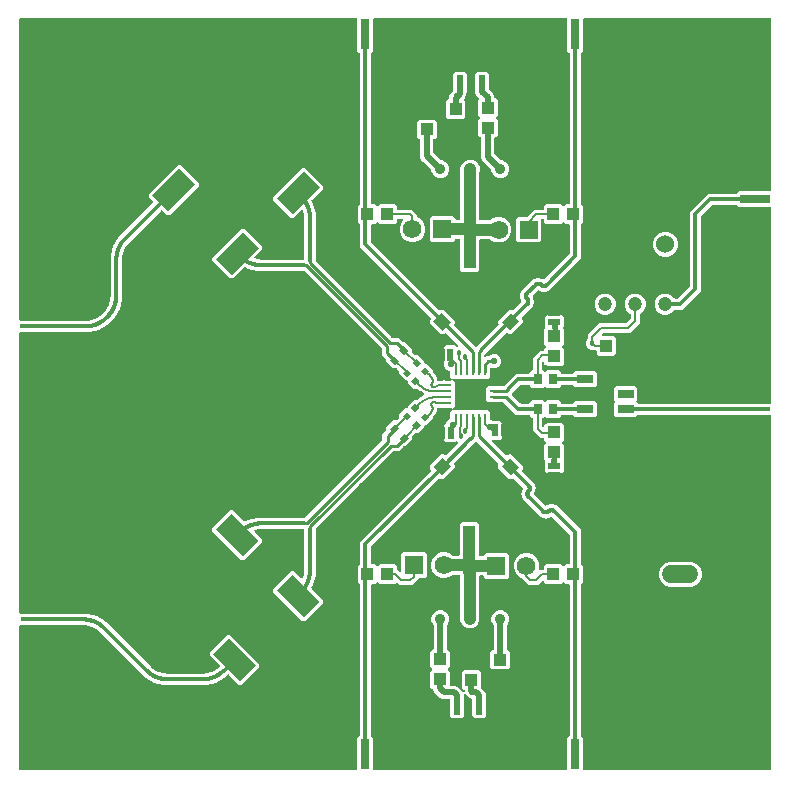
<source format=gtl>
G04 EAGLE Gerber RS-274X export*
G75*
%MOMM*%
%FSLAX34Y34*%
%LPD*%
%INTop Copper*%
%IPPOS*%
%AMOC8*
5,1,8,0,0,1.08239X$1,22.5*%
G01*
%ADD10R,0.500000X0.500000*%
%ADD11R,1.000000X1.100000*%
%ADD12R,0.700000X0.900000*%
%ADD13R,0.500000X1.000000*%
%ADD14R,2.540000X0.762000*%
%ADD15R,5.080000X1.270000*%
%ADD16R,0.762000X2.540000*%
%ADD17R,1.270000X5.080000*%
%ADD18R,1.397000X0.762000*%
%ADD19R,1.100000X1.000000*%
%ADD20C,0.914400*%
%ADD21R,0.500000X0.600000*%
%ADD22C,1.200000*%
%ADD23R,0.250000X0.600000*%
%ADD24R,0.600000X0.250000*%
%ADD25R,2.200000X2.200000*%
%ADD26R,3.657600X3.225800*%
%ADD27R,1.879600X3.225800*%
%ADD28C,1.530000*%
%ADD29R,0.558800X1.320800*%
%ADD30R,0.508000X1.320800*%
%ADD31R,5.537200X0.355600*%
%ADD32R,5.537200X3.556000*%
%ADD33R,1.000000X0.500000*%
%ADD34C,1.500000*%
%ADD35R,1.570000X1.570000*%
%ADD36C,1.570000*%
%ADD37C,0.762000*%
%ADD38C,0.558800*%
%ADD39C,6.350000*%
%ADD40C,0.553200*%
%ADD41C,0.508000*%
%ADD42C,0.203200*%
%ADD43C,0.406400*%
%ADD44C,1.016000*%
%ADD45C,0.254000*%
%ADD46C,0.355600*%
%ADD47C,0.152400*%
%ADD48C,0.381000*%
%ADD49C,0.304800*%
%ADD50C,0.457200*%
%ADD51C,0.127000*%

G36*
X284500Y-758D02*
X284500Y-758D01*
X284519Y-760D01*
X284621Y-738D01*
X284723Y-722D01*
X284740Y-712D01*
X284760Y-708D01*
X284849Y-655D01*
X284940Y-606D01*
X284954Y-592D01*
X284971Y-582D01*
X285038Y-503D01*
X285110Y-428D01*
X285118Y-410D01*
X285131Y-395D01*
X285170Y-299D01*
X285213Y-205D01*
X285215Y-185D01*
X285223Y-167D01*
X285241Y0D01*
X285241Y26663D01*
X287050Y28472D01*
X287103Y28546D01*
X287163Y28615D01*
X287175Y28645D01*
X287194Y28672D01*
X287221Y28759D01*
X287255Y28843D01*
X287259Y28884D01*
X287266Y28907D01*
X287265Y28939D01*
X287273Y29010D01*
X287273Y156460D01*
X287259Y156550D01*
X287251Y156641D01*
X287239Y156671D01*
X287234Y156703D01*
X287191Y156783D01*
X287155Y156867D01*
X287129Y156899D01*
X287118Y156920D01*
X287095Y156942D01*
X287050Y156998D01*
X285711Y158337D01*
X285711Y171863D01*
X287050Y173202D01*
X287103Y173276D01*
X287163Y173345D01*
X287175Y173375D01*
X287194Y173402D01*
X287221Y173489D01*
X287255Y173573D01*
X287259Y173614D01*
X287266Y173637D01*
X287265Y173669D01*
X287273Y173740D01*
X287273Y192499D01*
X347509Y252735D01*
X347520Y252751D01*
X347536Y252763D01*
X347592Y252851D01*
X347652Y252935D01*
X347658Y252954D01*
X347669Y252970D01*
X347694Y253071D01*
X347725Y253170D01*
X347724Y253190D01*
X347729Y253209D01*
X347721Y253312D01*
X347718Y253416D01*
X347711Y253434D01*
X347710Y253454D01*
X347670Y253549D01*
X347634Y253647D01*
X347621Y253662D01*
X347614Y253680D01*
X347509Y253811D01*
X346736Y254584D01*
X346736Y257110D01*
X356300Y266674D01*
X358826Y266674D01*
X359599Y265901D01*
X359615Y265890D01*
X359627Y265874D01*
X359715Y265818D01*
X359798Y265758D01*
X359817Y265752D01*
X359834Y265741D01*
X359935Y265716D01*
X360033Y265685D01*
X360053Y265686D01*
X360073Y265681D01*
X360176Y265689D01*
X360279Y265692D01*
X360298Y265698D01*
X360318Y265700D01*
X360413Y265740D01*
X360510Y265776D01*
X360526Y265789D01*
X360544Y265796D01*
X360675Y265901D01*
X370774Y276000D01*
X370801Y276038D01*
X370835Y276069D01*
X370873Y276137D01*
X370918Y276200D01*
X370931Y276244D01*
X370954Y276284D01*
X370967Y276361D01*
X370990Y276435D01*
X370989Y276481D01*
X370997Y276526D01*
X370986Y276603D01*
X370984Y276681D01*
X370968Y276724D01*
X370962Y276770D01*
X370926Y276839D01*
X370900Y276912D01*
X370871Y276948D01*
X370850Y276989D01*
X370794Y277043D01*
X370746Y277104D01*
X370707Y277129D01*
X370674Y277161D01*
X370555Y277227D01*
X370539Y277237D01*
X370534Y277238D01*
X370527Y277242D01*
X370104Y277417D01*
X369978Y277544D01*
X369962Y277555D01*
X369949Y277571D01*
X369862Y277627D01*
X369778Y277687D01*
X369759Y277693D01*
X369742Y277704D01*
X369642Y277729D01*
X369543Y277760D01*
X369523Y277759D01*
X369504Y277764D01*
X369401Y277756D01*
X369297Y277753D01*
X369278Y277746D01*
X369259Y277745D01*
X369164Y277704D01*
X369066Y277669D01*
X369050Y277656D01*
X369032Y277649D01*
X368901Y277544D01*
X368297Y276939D01*
X360771Y276939D01*
X358985Y278725D01*
X358985Y291251D01*
X359976Y292242D01*
X360029Y292316D01*
X360089Y292385D01*
X360101Y292415D01*
X360120Y292442D01*
X360147Y292529D01*
X360181Y292613D01*
X360185Y292654D01*
X360192Y292677D01*
X360191Y292709D01*
X360194Y292737D01*
X361085Y294886D01*
X362720Y296521D01*
X363731Y296940D01*
X363831Y297002D01*
X363884Y297034D01*
X363900Y297042D01*
X363903Y297045D01*
X363931Y297062D01*
X363935Y297067D01*
X363940Y297070D01*
X364015Y297160D01*
X364043Y297193D01*
X364070Y297221D01*
X364073Y297227D01*
X364091Y297249D01*
X364093Y297255D01*
X364097Y297259D01*
X364139Y297368D01*
X364145Y297384D01*
X364173Y297444D01*
X364175Y297456D01*
X364183Y297477D01*
X364184Y297484D01*
X364185Y297489D01*
X364186Y297507D01*
X364201Y297644D01*
X364201Y302763D01*
X365840Y304402D01*
X365882Y304460D01*
X365931Y304512D01*
X365953Y304559D01*
X365984Y304601D01*
X366005Y304670D01*
X366035Y304735D01*
X366041Y304787D01*
X366056Y304837D01*
X366054Y304908D01*
X366062Y304979D01*
X366051Y305030D01*
X366050Y305082D01*
X366025Y305150D01*
X366010Y305220D01*
X365983Y305265D01*
X365965Y305313D01*
X365920Y305369D01*
X365884Y305431D01*
X365844Y305465D01*
X365812Y305505D01*
X365751Y305544D01*
X365697Y305591D01*
X365648Y305610D01*
X365605Y305638D01*
X365535Y305656D01*
X365469Y305683D01*
X365397Y305691D01*
X365366Y305699D01*
X365343Y305697D01*
X365302Y305701D01*
X357737Y305701D01*
X357428Y306010D01*
X357349Y306067D01*
X357274Y306129D01*
X357250Y306138D01*
X357229Y306154D01*
X357136Y306182D01*
X357045Y306217D01*
X357012Y306220D01*
X356994Y306226D01*
X356961Y306225D01*
X356878Y306233D01*
X354643Y306197D01*
X354641Y306197D01*
X353782Y306181D01*
X353708Y306167D01*
X353633Y306163D01*
X353588Y306145D01*
X353540Y306136D01*
X353474Y306100D01*
X353404Y306072D01*
X353367Y306041D01*
X353325Y306017D01*
X353274Y305962D01*
X353217Y305913D01*
X353192Y305871D01*
X353159Y305836D01*
X353129Y305767D01*
X353090Y305702D01*
X353079Y305655D01*
X353060Y305611D01*
X353053Y305535D01*
X353036Y305462D01*
X353040Y305397D01*
X353037Y305366D01*
X353043Y305341D01*
X353046Y305294D01*
X353054Y305247D01*
X352475Y303590D01*
X352475Y303589D01*
X352474Y303587D01*
X351897Y301913D01*
X351871Y301857D01*
X351416Y300554D01*
X349422Y298481D01*
X349375Y298412D01*
X349320Y298348D01*
X349305Y298311D01*
X349283Y298278D01*
X349260Y298198D01*
X349228Y298120D01*
X349223Y298068D01*
X349215Y298042D01*
X349216Y298012D01*
X349210Y297953D01*
X349210Y296913D01*
X343888Y291591D01*
X342900Y291591D01*
X342880Y291588D01*
X342860Y291590D01*
X342759Y291568D01*
X342657Y291552D01*
X342640Y291542D01*
X342620Y291538D01*
X342531Y291485D01*
X342440Y291436D01*
X342426Y291422D01*
X342409Y291412D01*
X342342Y291333D01*
X342270Y291258D01*
X342262Y291240D01*
X342249Y291225D01*
X342210Y291129D01*
X342167Y291035D01*
X342165Y291015D01*
X342157Y290997D01*
X342139Y290830D01*
X342139Y289842D01*
X336817Y284520D01*
X334511Y284520D01*
X334420Y284505D01*
X334328Y284498D01*
X334299Y284486D01*
X334268Y284480D01*
X334187Y284437D01*
X334102Y284401D01*
X334071Y284376D01*
X334051Y284365D01*
X334028Y284342D01*
X333971Y284296D01*
X332046Y282364D01*
X331994Y282290D01*
X331935Y282221D01*
X331922Y282191D01*
X331903Y282164D01*
X331877Y282077D01*
X331843Y281993D01*
X331838Y281951D01*
X331831Y281929D01*
X331832Y281897D01*
X331824Y281827D01*
X331824Y279486D01*
X325796Y273458D01*
X324880Y273458D01*
X324790Y273443D01*
X324699Y273436D01*
X324669Y273423D01*
X324637Y273418D01*
X324556Y273375D01*
X324472Y273340D01*
X324440Y273314D01*
X324419Y273303D01*
X324397Y273280D01*
X324341Y273235D01*
X320862Y269756D01*
X315703Y269756D01*
X315613Y269741D01*
X315522Y269734D01*
X315492Y269721D01*
X315460Y269716D01*
X315379Y269673D01*
X315295Y269638D01*
X315263Y269612D01*
X315243Y269601D01*
X315220Y269578D01*
X315165Y269533D01*
X250160Y204528D01*
X250114Y204464D01*
X250094Y204443D01*
X250090Y204434D01*
X250047Y204385D01*
X250035Y204354D01*
X250016Y204328D01*
X249989Y204241D01*
X249955Y204156D01*
X249951Y204116D01*
X249944Y204093D01*
X249945Y204061D01*
X249937Y203990D01*
X249937Y163968D01*
X247877Y156280D01*
X246520Y153930D01*
X246504Y153889D01*
X246481Y153852D01*
X246461Y153774D01*
X246433Y153700D01*
X246431Y153656D01*
X246421Y153613D01*
X246427Y153534D01*
X246424Y153454D01*
X246436Y153412D01*
X246440Y153368D01*
X246471Y153295D01*
X246494Y153218D01*
X246519Y153182D01*
X246536Y153142D01*
X246627Y153028D01*
X246635Y153017D01*
X246638Y153015D01*
X246641Y153011D01*
X256387Y143265D01*
X256387Y140740D01*
X241310Y125663D01*
X238784Y125663D01*
X214188Y150259D01*
X214188Y152784D01*
X229265Y167861D01*
X231791Y167861D01*
X237972Y161680D01*
X238049Y161624D01*
X238123Y161563D01*
X238149Y161553D01*
X238172Y161536D01*
X238263Y161508D01*
X238352Y161473D01*
X238380Y161472D01*
X238407Y161464D01*
X238502Y161466D01*
X238597Y161462D01*
X238625Y161469D01*
X238653Y161470D01*
X238742Y161503D01*
X238834Y161529D01*
X238857Y161545D01*
X238884Y161555D01*
X238958Y161614D01*
X239037Y161668D01*
X239054Y161691D01*
X239076Y161708D01*
X239127Y161789D01*
X239185Y161865D01*
X239198Y161898D01*
X239209Y161915D01*
X239217Y161947D01*
X239246Y162021D01*
X240088Y165164D01*
X240090Y165188D01*
X240112Y165311D01*
X240282Y167897D01*
X240280Y167916D01*
X240283Y167947D01*
X240283Y202692D01*
X240280Y202712D01*
X240282Y202731D01*
X240260Y202833D01*
X240244Y202935D01*
X240234Y202952D01*
X240230Y202972D01*
X240177Y203061D01*
X240128Y203152D01*
X240114Y203166D01*
X240104Y203183D01*
X240025Y203250D01*
X239950Y203322D01*
X239932Y203330D01*
X239917Y203343D01*
X239821Y203382D01*
X239727Y203425D01*
X239707Y203427D01*
X239689Y203435D01*
X239522Y203453D01*
X204069Y203453D01*
X204050Y203450D01*
X204019Y203452D01*
X201433Y203282D01*
X201410Y203277D01*
X201286Y203258D01*
X198701Y202565D01*
X198614Y202526D01*
X198525Y202493D01*
X198503Y202476D01*
X198477Y202464D01*
X198407Y202399D01*
X198333Y202340D01*
X198318Y202316D01*
X198297Y202297D01*
X198252Y202213D01*
X198200Y202133D01*
X198193Y202105D01*
X198180Y202081D01*
X198163Y201986D01*
X198140Y201894D01*
X198142Y201866D01*
X198137Y201838D01*
X198152Y201744D01*
X198159Y201649D01*
X198170Y201623D01*
X198174Y201595D01*
X198218Y201510D01*
X198255Y201423D01*
X198277Y201395D01*
X198287Y201376D01*
X198311Y201354D01*
X198360Y201292D01*
X204858Y194794D01*
X204858Y192268D01*
X189781Y177192D01*
X187255Y177192D01*
X162660Y201787D01*
X162660Y204313D01*
X177736Y219390D01*
X180262Y219390D01*
X189582Y210070D01*
X189617Y210044D01*
X189647Y210012D01*
X189717Y209973D01*
X189781Y209927D01*
X189823Y209914D01*
X189862Y209892D01*
X189940Y209878D01*
X190017Y209854D01*
X190060Y209855D01*
X190103Y209847D01*
X190183Y209858D01*
X190262Y209861D01*
X190304Y209876D01*
X190347Y209882D01*
X190480Y209940D01*
X190493Y209945D01*
X190496Y209947D01*
X190501Y209949D01*
X192402Y211047D01*
X200090Y213107D01*
X240820Y213107D01*
X240910Y213121D01*
X241001Y213129D01*
X241030Y213141D01*
X241062Y213146D01*
X241143Y213189D01*
X241227Y213225D01*
X241259Y213251D01*
X241280Y213262D01*
X241302Y213285D01*
X241358Y213330D01*
X306363Y278335D01*
X306416Y278409D01*
X306475Y278478D01*
X306488Y278508D01*
X306506Y278534D01*
X306533Y278621D01*
X306567Y278706D01*
X306572Y278747D01*
X306579Y278769D01*
X306578Y278802D01*
X306586Y278873D01*
X306586Y284032D01*
X309557Y287003D01*
X309610Y287077D01*
X309669Y287147D01*
X309681Y287177D01*
X309700Y287203D01*
X309727Y287290D01*
X309761Y287375D01*
X309766Y287416D01*
X309773Y287438D01*
X309772Y287470D01*
X309780Y287542D01*
X309780Y289474D01*
X315808Y295502D01*
X318424Y295502D01*
X318522Y295518D01*
X318621Y295528D01*
X318643Y295538D01*
X318667Y295542D01*
X318754Y295588D01*
X318845Y295629D01*
X318868Y295649D01*
X318884Y295657D01*
X318907Y295681D01*
X318974Y295737D01*
X320631Y297465D01*
X320678Y297534D01*
X320732Y297597D01*
X320747Y297635D01*
X320770Y297668D01*
X320793Y297748D01*
X320824Y297825D01*
X320830Y297878D01*
X320837Y297905D01*
X320836Y297934D01*
X320842Y297992D01*
X320842Y300495D01*
X326164Y305817D01*
X327152Y305817D01*
X327172Y305820D01*
X327191Y305818D01*
X327293Y305840D01*
X327395Y305856D01*
X327412Y305866D01*
X327432Y305870D01*
X327521Y305923D01*
X327612Y305972D01*
X327626Y305986D01*
X327643Y305996D01*
X327710Y306075D01*
X327782Y306150D01*
X327790Y306168D01*
X327803Y306183D01*
X327842Y306279D01*
X327885Y306373D01*
X327887Y306393D01*
X327895Y306411D01*
X327913Y306578D01*
X327913Y307566D01*
X333235Y312888D01*
X335452Y312888D01*
X335476Y312892D01*
X335501Y312889D01*
X335597Y312912D01*
X335695Y312928D01*
X335717Y312939D01*
X335740Y312944D01*
X335888Y313025D01*
X340920Y316534D01*
X341678Y316774D01*
X341690Y316780D01*
X341704Y316783D01*
X341799Y316836D01*
X341897Y316885D01*
X341907Y316895D01*
X341919Y316902D01*
X341993Y316982D01*
X342070Y317061D01*
X342076Y317073D01*
X342085Y317083D01*
X342130Y317183D01*
X342178Y317282D01*
X342179Y317296D01*
X342185Y317308D01*
X342195Y317417D01*
X342209Y317526D01*
X342206Y317539D01*
X342208Y317553D01*
X342182Y317660D01*
X342161Y317767D01*
X342154Y317779D01*
X342151Y317793D01*
X342093Y317886D01*
X342039Y317980D01*
X342028Y317990D01*
X342021Y318001D01*
X341937Y318071D01*
X341855Y318144D01*
X341842Y318149D01*
X341831Y318158D01*
X341678Y318226D01*
X340920Y318466D01*
X335888Y321975D01*
X335866Y321986D01*
X335847Y322002D01*
X335755Y322039D01*
X335666Y322082D01*
X335642Y322085D01*
X335619Y322094D01*
X335452Y322112D01*
X333235Y322112D01*
X327913Y327434D01*
X327913Y328422D01*
X327910Y328442D01*
X327912Y328461D01*
X327890Y328563D01*
X327874Y328665D01*
X327864Y328682D01*
X327860Y328702D01*
X327807Y328791D01*
X327758Y328882D01*
X327744Y328896D01*
X327734Y328913D01*
X327655Y328980D01*
X327580Y329052D01*
X327562Y329060D01*
X327547Y329073D01*
X327451Y329112D01*
X327357Y329155D01*
X327337Y329157D01*
X327319Y329165D01*
X327152Y329183D01*
X326164Y329183D01*
X320842Y334505D01*
X320842Y336786D01*
X320827Y336876D01*
X320820Y336967D01*
X320808Y336997D01*
X320802Y337029D01*
X320760Y337109D01*
X320724Y337193D01*
X320698Y337225D01*
X320687Y337246D01*
X320664Y337268D01*
X320619Y337324D01*
X318669Y339275D01*
X318595Y339328D01*
X318525Y339387D01*
X318495Y339399D01*
X318469Y339418D01*
X318382Y339445D01*
X318297Y339479D01*
X318256Y339484D01*
X318234Y339491D01*
X318202Y339490D01*
X318130Y339498D01*
X315808Y339498D01*
X309780Y345526D01*
X309780Y346950D01*
X309765Y347040D01*
X309758Y347131D01*
X309745Y347161D01*
X309740Y347193D01*
X309697Y347274D01*
X309662Y347358D01*
X309636Y347390D01*
X309625Y347411D01*
X309602Y347433D01*
X309557Y347489D01*
X306332Y350714D01*
X306332Y355873D01*
X306317Y355963D01*
X306310Y356054D01*
X306297Y356084D01*
X306292Y356116D01*
X306249Y356197D01*
X306214Y356281D01*
X306188Y356313D01*
X306177Y356333D01*
X306154Y356356D01*
X306109Y356411D01*
X240850Y421670D01*
X240776Y421723D01*
X240707Y421783D01*
X240676Y421795D01*
X240650Y421814D01*
X240563Y421841D01*
X240478Y421875D01*
X240438Y421879D01*
X240415Y421886D01*
X240383Y421885D01*
X240312Y421893D01*
X200290Y421893D01*
X192602Y423953D01*
X190574Y425124D01*
X190533Y425140D01*
X190496Y425163D01*
X190419Y425183D01*
X190344Y425211D01*
X190300Y425213D01*
X190257Y425223D01*
X190178Y425217D01*
X190098Y425220D01*
X190056Y425208D01*
X190012Y425204D01*
X189939Y425173D01*
X189862Y425150D01*
X189826Y425125D01*
X189786Y425108D01*
X189672Y425017D01*
X189661Y425009D01*
X189659Y425006D01*
X189655Y425003D01*
X180262Y415610D01*
X177736Y415610D01*
X162660Y430687D01*
X162660Y433213D01*
X187255Y457808D01*
X189781Y457808D01*
X204858Y442732D01*
X204858Y440206D01*
X198402Y433751D01*
X198347Y433673D01*
X198286Y433600D01*
X198275Y433574D01*
X198259Y433551D01*
X198231Y433460D01*
X198196Y433371D01*
X198195Y433343D01*
X198187Y433316D01*
X198189Y433220D01*
X198184Y433125D01*
X198192Y433098D01*
X198193Y433070D01*
X198226Y432980D01*
X198252Y432889D01*
X198268Y432865D01*
X198277Y432839D01*
X198337Y432764D01*
X198391Y432686D01*
X198413Y432669D01*
X198431Y432647D01*
X198511Y432595D01*
X198587Y432538D01*
X198620Y432525D01*
X198638Y432514D01*
X198670Y432506D01*
X198744Y432477D01*
X201486Y431742D01*
X201510Y431740D01*
X201633Y431718D01*
X204219Y431548D01*
X204238Y431550D01*
X204269Y431547D01*
X239522Y431547D01*
X239542Y431550D01*
X239561Y431548D01*
X239663Y431570D01*
X239765Y431586D01*
X239782Y431596D01*
X239802Y431600D01*
X239891Y431653D01*
X239982Y431702D01*
X239996Y431716D01*
X240013Y431726D01*
X240080Y431805D01*
X240152Y431880D01*
X240160Y431898D01*
X240173Y431913D01*
X240212Y432009D01*
X240255Y432103D01*
X240257Y432123D01*
X240265Y432141D01*
X240283Y432308D01*
X240283Y467253D01*
X240280Y467272D01*
X240282Y467303D01*
X240112Y469889D01*
X240107Y469912D01*
X240088Y470036D01*
X239288Y473021D01*
X239249Y473108D01*
X239216Y473198D01*
X239198Y473220D01*
X239187Y473245D01*
X239122Y473315D01*
X239062Y473390D01*
X239039Y473405D01*
X239019Y473426D01*
X238936Y473471D01*
X238855Y473523D01*
X238828Y473530D01*
X238803Y473543D01*
X238709Y473559D01*
X238617Y473583D01*
X238589Y473581D01*
X238561Y473585D01*
X238466Y473571D01*
X238372Y473564D01*
X238346Y473553D01*
X238318Y473548D01*
X238233Y473505D01*
X238145Y473467D01*
X238118Y473445D01*
X238099Y473436D01*
X238076Y473412D01*
X238014Y473362D01*
X231791Y467139D01*
X229265Y467139D01*
X214188Y482216D01*
X214188Y484741D01*
X238784Y509337D01*
X241310Y509337D01*
X256387Y494260D01*
X256387Y491735D01*
X246714Y482062D01*
X246689Y482027D01*
X246656Y481997D01*
X246617Y481927D01*
X246571Y481863D01*
X246558Y481821D01*
X246536Y481782D01*
X246522Y481704D01*
X246498Y481627D01*
X246499Y481584D01*
X246491Y481541D01*
X246503Y481461D01*
X246505Y481382D01*
X246520Y481340D01*
X246526Y481297D01*
X246584Y481164D01*
X246589Y481151D01*
X246591Y481148D01*
X246593Y481143D01*
X247877Y478920D01*
X249937Y471232D01*
X249937Y430502D01*
X249951Y430412D01*
X249959Y430321D01*
X249971Y430292D01*
X249976Y430260D01*
X250019Y430179D01*
X250055Y430095D01*
X250081Y430063D01*
X250092Y430042D01*
X250115Y430020D01*
X250160Y429964D01*
X314911Y365213D01*
X314985Y365160D01*
X315054Y365101D01*
X315084Y365088D01*
X315110Y365070D01*
X315197Y365043D01*
X315282Y365009D01*
X315323Y365004D01*
X315345Y364997D01*
X315378Y364998D01*
X315449Y364990D01*
X320608Y364990D01*
X323833Y361765D01*
X323907Y361712D01*
X323977Y361653D01*
X324007Y361640D01*
X324033Y361622D01*
X324120Y361595D01*
X324205Y361561D01*
X324246Y361556D01*
X324268Y361549D01*
X324300Y361550D01*
X324372Y361542D01*
X325796Y361542D01*
X331824Y355514D01*
X331824Y353151D01*
X331839Y353061D01*
X331846Y352970D01*
X331859Y352940D01*
X331864Y352908D01*
X331907Y352827D01*
X331942Y352743D01*
X331968Y352711D01*
X331979Y352691D01*
X332002Y352668D01*
X332047Y352612D01*
X333957Y350703D01*
X334031Y350650D01*
X334100Y350590D01*
X334130Y350578D01*
X334157Y350559D01*
X334243Y350532D01*
X334328Y350498D01*
X334369Y350494D01*
X334392Y350487D01*
X334424Y350488D01*
X334495Y350480D01*
X336817Y350480D01*
X342139Y345158D01*
X342139Y344170D01*
X342142Y344150D01*
X342140Y344130D01*
X342162Y344029D01*
X342178Y343927D01*
X342188Y343910D01*
X342192Y343890D01*
X342245Y343801D01*
X342294Y343710D01*
X342308Y343696D01*
X342318Y343679D01*
X342397Y343612D01*
X342472Y343540D01*
X342490Y343532D01*
X342505Y343519D01*
X342601Y343480D01*
X342695Y343437D01*
X342715Y343435D01*
X342733Y343427D01*
X342900Y343409D01*
X343888Y343409D01*
X349210Y338087D01*
X349210Y337047D01*
X349223Y336964D01*
X349228Y336880D01*
X349243Y336843D01*
X349250Y336804D01*
X349289Y336730D01*
X349320Y336652D01*
X349352Y336611D01*
X349365Y336587D01*
X349386Y336566D01*
X349422Y336519D01*
X351416Y334446D01*
X351871Y333143D01*
X351891Y333105D01*
X352474Y331412D01*
X352475Y331411D01*
X352475Y331410D01*
X353054Y329753D01*
X353046Y329706D01*
X353045Y329630D01*
X353036Y329555D01*
X353045Y329508D01*
X353045Y329460D01*
X353069Y329388D01*
X353083Y329314D01*
X353107Y329272D01*
X353123Y329226D01*
X353168Y329166D01*
X353206Y329100D01*
X353242Y329068D01*
X353271Y329030D01*
X353333Y328987D01*
X353390Y328937D01*
X353434Y328918D01*
X353474Y328891D01*
X353546Y328871D01*
X353616Y328841D01*
X353681Y328833D01*
X353710Y328824D01*
X353736Y328825D01*
X353782Y328819D01*
X354641Y328803D01*
X354642Y328803D01*
X354643Y328803D01*
X356878Y328767D01*
X356974Y328781D01*
X357071Y328789D01*
X357095Y328799D01*
X357121Y328803D01*
X357208Y328847D01*
X357297Y328885D01*
X357323Y328906D01*
X357340Y328914D01*
X357364Y328938D01*
X357428Y328990D01*
X357737Y329299D01*
X365302Y329299D01*
X365373Y329310D01*
X365444Y329312D01*
X365493Y329330D01*
X365545Y329338D01*
X365608Y329372D01*
X365675Y329397D01*
X365716Y329429D01*
X365762Y329454D01*
X365811Y329506D01*
X365867Y329550D01*
X365896Y329594D01*
X365931Y329632D01*
X365962Y329697D01*
X366000Y329757D01*
X366013Y329808D01*
X366035Y329855D01*
X366043Y329926D01*
X366060Y329996D01*
X366056Y330048D01*
X366062Y330099D01*
X366047Y330170D01*
X366041Y330241D01*
X366021Y330289D01*
X366010Y330340D01*
X365973Y330401D01*
X365945Y330467D01*
X365900Y330523D01*
X365884Y330551D01*
X365866Y330566D01*
X365840Y330598D01*
X364201Y332237D01*
X364201Y336832D01*
X364198Y336852D01*
X364200Y336871D01*
X364178Y336973D01*
X364162Y337075D01*
X364152Y337092D01*
X364148Y337112D01*
X364095Y337201D01*
X364046Y337292D01*
X364032Y337306D01*
X364022Y337323D01*
X363943Y337390D01*
X363868Y337462D01*
X363850Y337470D01*
X363835Y337483D01*
X363739Y337522D01*
X363645Y337565D01*
X363625Y337567D01*
X363607Y337575D01*
X363440Y337593D01*
X363333Y337593D01*
X361196Y338479D01*
X359561Y340114D01*
X358675Y342251D01*
X358675Y344252D01*
X358661Y344342D01*
X358653Y344433D01*
X358641Y344463D01*
X358636Y344495D01*
X358593Y344575D01*
X358557Y344659D01*
X358531Y344691D01*
X358520Y344712D01*
X358497Y344734D01*
X358477Y344759D01*
X358477Y357291D01*
X360263Y359077D01*
X367789Y359077D01*
X368823Y358043D01*
X368918Y357975D01*
X369011Y357905D01*
X369017Y357903D01*
X369022Y357899D01*
X369134Y357865D01*
X369245Y357829D01*
X369252Y357829D01*
X369257Y357827D01*
X369374Y357830D01*
X369491Y357831D01*
X369498Y357833D01*
X369503Y357833D01*
X369521Y357840D01*
X369652Y357878D01*
X370186Y358099D01*
X370225Y358123D01*
X370268Y358139D01*
X370329Y358188D01*
X370395Y358229D01*
X370425Y358264D01*
X370460Y358293D01*
X370503Y358358D01*
X370552Y358418D01*
X370569Y358461D01*
X370593Y358500D01*
X370613Y358575D01*
X370640Y358648D01*
X370642Y358694D01*
X370654Y358738D01*
X370648Y358816D01*
X370651Y358894D01*
X370638Y358938D01*
X370634Y358983D01*
X370604Y359055D01*
X370582Y359130D01*
X370556Y359168D01*
X370538Y359210D01*
X370453Y359316D01*
X370442Y359332D01*
X370438Y359335D01*
X370433Y359341D01*
X363250Y366524D01*
X360675Y369099D01*
X360659Y369110D01*
X360646Y369126D01*
X360559Y369182D01*
X360475Y369242D01*
X360456Y369248D01*
X360440Y369259D01*
X360339Y369284D01*
X360240Y369315D01*
X360220Y369314D01*
X360201Y369319D01*
X360098Y369311D01*
X359994Y369308D01*
X359976Y369302D01*
X359956Y369300D01*
X359861Y369260D01*
X359763Y369224D01*
X359748Y369211D01*
X359729Y369204D01*
X359599Y369099D01*
X358826Y368326D01*
X356300Y368326D01*
X346736Y377890D01*
X346736Y380416D01*
X347509Y381189D01*
X347520Y381205D01*
X347536Y381217D01*
X347592Y381304D01*
X347652Y381388D01*
X347658Y381407D01*
X347669Y381424D01*
X347694Y381525D01*
X347725Y381623D01*
X347724Y381643D01*
X347729Y381663D01*
X347721Y381766D01*
X347718Y381869D01*
X347712Y381888D01*
X347710Y381908D01*
X347670Y382003D01*
X347634Y382100D01*
X347621Y382116D01*
X347614Y382134D01*
X347509Y382265D01*
X290324Y439450D01*
X287273Y442501D01*
X287273Y461260D01*
X287259Y461350D01*
X287251Y461441D01*
X287239Y461471D01*
X287234Y461503D01*
X287191Y461583D01*
X287155Y461667D01*
X287129Y461699D01*
X287118Y461720D01*
X287095Y461742D01*
X287050Y461798D01*
X285711Y463137D01*
X285711Y476663D01*
X287050Y478002D01*
X287103Y478076D01*
X287163Y478145D01*
X287175Y478175D01*
X287194Y478202D01*
X287221Y478289D01*
X287255Y478373D01*
X287259Y478414D01*
X287266Y478437D01*
X287265Y478469D01*
X287273Y478540D01*
X287273Y605990D01*
X287259Y606080D01*
X287251Y606171D01*
X287239Y606201D01*
X287234Y606233D01*
X287191Y606313D01*
X287155Y606397D01*
X287129Y606429D01*
X287118Y606450D01*
X287095Y606472D01*
X287050Y606528D01*
X285241Y608337D01*
X285241Y635000D01*
X285238Y635020D01*
X285240Y635039D01*
X285218Y635141D01*
X285202Y635243D01*
X285192Y635260D01*
X285188Y635280D01*
X285135Y635369D01*
X285086Y635460D01*
X285072Y635474D01*
X285062Y635491D01*
X284983Y635558D01*
X284908Y635630D01*
X284890Y635638D01*
X284875Y635651D01*
X284779Y635690D01*
X284685Y635733D01*
X284665Y635735D01*
X284647Y635743D01*
X284480Y635761D01*
X0Y635761D01*
X-20Y635758D01*
X-39Y635760D01*
X-141Y635738D01*
X-243Y635722D01*
X-260Y635712D01*
X-280Y635708D01*
X-369Y635655D01*
X-460Y635606D01*
X-474Y635592D01*
X-491Y635582D01*
X-558Y635503D01*
X-630Y635428D01*
X-638Y635410D01*
X-651Y635395D01*
X-690Y635299D01*
X-733Y635205D01*
X-735Y635185D01*
X-743Y635167D01*
X-761Y635000D01*
X-761Y380492D01*
X-758Y380472D01*
X-760Y380453D01*
X-738Y380351D01*
X-722Y380249D01*
X-712Y380232D01*
X-708Y380212D01*
X-655Y380123D01*
X-606Y380032D01*
X-592Y380018D01*
X-582Y380001D01*
X-503Y379934D01*
X-428Y379862D01*
X-410Y379854D01*
X-395Y379841D01*
X-299Y379802D01*
X-205Y379759D01*
X-185Y379757D01*
X-167Y379749D01*
X0Y379731D01*
X54939Y379731D01*
X54957Y379734D01*
X54989Y379732D01*
X57575Y379902D01*
X57598Y379907D01*
X57722Y379926D01*
X62718Y381265D01*
X62732Y381271D01*
X62747Y381273D01*
X62901Y381341D01*
X67380Y383927D01*
X67399Y383942D01*
X67501Y384014D01*
X69450Y385722D01*
X69462Y385737D01*
X69486Y385756D01*
X70428Y386698D01*
X70439Y386713D01*
X70462Y386734D01*
X72170Y388683D01*
X72183Y388703D01*
X72257Y388804D01*
X74843Y393283D01*
X74849Y393298D01*
X74858Y393310D01*
X74919Y393466D01*
X76258Y398462D01*
X76260Y398486D01*
X76282Y398609D01*
X76452Y401195D01*
X76450Y401214D01*
X76453Y401245D01*
X76453Y435418D01*
X78513Y443106D01*
X82493Y449999D01*
X83670Y451176D01*
X112382Y479888D01*
X112394Y479904D01*
X112409Y479917D01*
X112465Y480004D01*
X112526Y480088D01*
X112531Y480107D01*
X112542Y480124D01*
X112568Y480224D01*
X112598Y480323D01*
X112597Y480343D01*
X112602Y480362D01*
X112594Y480465D01*
X112592Y480569D01*
X112585Y480588D01*
X112583Y480607D01*
X112543Y480702D01*
X112507Y480800D01*
X112495Y480815D01*
X112487Y480834D01*
X112382Y480965D01*
X108778Y484568D01*
X108778Y487094D01*
X133374Y511690D01*
X135900Y511690D01*
X150976Y496613D01*
X150976Y494087D01*
X126381Y469492D01*
X123855Y469492D01*
X120285Y473062D01*
X120268Y473074D01*
X120256Y473089D01*
X120169Y473145D01*
X120085Y473206D01*
X120066Y473211D01*
X120049Y473222D01*
X119949Y473247D01*
X119850Y473278D01*
X119830Y473277D01*
X119811Y473282D01*
X119708Y473274D01*
X119604Y473272D01*
X119585Y473265D01*
X119565Y473263D01*
X119471Y473223D01*
X119373Y473187D01*
X119357Y473175D01*
X119339Y473167D01*
X119208Y473062D01*
X93769Y447623D01*
X93747Y447600D01*
X93746Y447600D01*
X92132Y445986D01*
X92121Y445971D01*
X92098Y445950D01*
X90390Y444002D01*
X90377Y443982D01*
X90303Y443880D01*
X87717Y439401D01*
X87711Y439387D01*
X87702Y439374D01*
X87641Y439218D01*
X86302Y434222D01*
X86300Y434198D01*
X86278Y434075D01*
X86108Y431489D01*
X86110Y431470D01*
X86107Y431439D01*
X86107Y397266D01*
X84047Y389578D01*
X80067Y382686D01*
X78890Y381508D01*
X74676Y377294D01*
X73498Y376117D01*
X66606Y372137D01*
X58918Y370077D01*
X0Y370077D01*
X-20Y370074D01*
X-39Y370076D01*
X-141Y370054D01*
X-243Y370038D01*
X-260Y370028D01*
X-280Y370024D01*
X-369Y369971D01*
X-460Y369922D01*
X-474Y369908D01*
X-491Y369898D01*
X-558Y369819D01*
X-630Y369744D01*
X-638Y369726D01*
X-651Y369711D01*
X-690Y369615D01*
X-733Y369521D01*
X-735Y369501D01*
X-743Y369483D01*
X-761Y369316D01*
X-761Y132588D01*
X-758Y132568D01*
X-760Y132549D01*
X-738Y132447D01*
X-722Y132345D01*
X-712Y132328D01*
X-708Y132308D01*
X-655Y132219D01*
X-606Y132128D01*
X-592Y132114D01*
X-582Y132097D01*
X-503Y132030D01*
X-428Y131958D01*
X-410Y131950D01*
X-395Y131937D01*
X-299Y131898D01*
X-205Y131855D01*
X-185Y131853D01*
X-167Y131845D01*
X0Y131827D01*
X56958Y131827D01*
X64646Y129767D01*
X71539Y125787D01*
X72716Y124610D01*
X110274Y87052D01*
X110289Y87041D01*
X110310Y87018D01*
X112258Y85310D01*
X112279Y85297D01*
X112380Y85223D01*
X116859Y82637D01*
X116873Y82631D01*
X116886Y82622D01*
X117042Y82561D01*
X122038Y81222D01*
X122062Y81220D01*
X122185Y81198D01*
X124771Y81028D01*
X124790Y81030D01*
X124821Y81027D01*
X154205Y81027D01*
X154223Y81030D01*
X154254Y81028D01*
X156840Y81198D01*
X156864Y81203D01*
X156988Y81222D01*
X161983Y82561D01*
X161998Y82567D01*
X162013Y82569D01*
X162167Y82637D01*
X166646Y85223D01*
X166664Y85238D01*
X166767Y85310D01*
X168611Y86926D01*
X168639Y86961D01*
X168674Y86989D01*
X168717Y87055D01*
X168767Y87116D01*
X168783Y87158D01*
X168807Y87196D01*
X168827Y87272D01*
X168855Y87346D01*
X168856Y87391D01*
X168867Y87434D01*
X168861Y87513D01*
X168864Y87592D01*
X168852Y87635D01*
X168848Y87680D01*
X168817Y87752D01*
X168795Y87828D01*
X168769Y87865D01*
X168752Y87906D01*
X168664Y88016D01*
X168654Y88030D01*
X168651Y88032D01*
X168647Y88037D01*
X160307Y96377D01*
X160307Y98903D01*
X175384Y113979D01*
X177909Y113979D01*
X202505Y89384D01*
X202505Y86858D01*
X187428Y71781D01*
X184903Y71781D01*
X176556Y80128D01*
X176540Y80140D01*
X176528Y80155D01*
X176440Y80211D01*
X176356Y80271D01*
X176337Y80277D01*
X176321Y80288D01*
X176220Y80313D01*
X176121Y80344D01*
X176101Y80343D01*
X176082Y80348D01*
X175979Y80340D01*
X175875Y80337D01*
X175857Y80331D01*
X175837Y80329D01*
X175742Y80289D01*
X175644Y80253D01*
X175629Y80240D01*
X175611Y80233D01*
X175480Y80128D01*
X173942Y78590D01*
X173941Y78590D01*
X172764Y77413D01*
X165872Y73433D01*
X158184Y71373D01*
X120842Y71373D01*
X113154Y73433D01*
X106261Y77413D01*
X105084Y78590D01*
X69163Y114511D01*
X68510Y115164D01*
X67526Y116148D01*
X67511Y116159D01*
X67490Y116182D01*
X65542Y117890D01*
X65522Y117903D01*
X65420Y117977D01*
X60941Y120563D01*
X60927Y120569D01*
X60914Y120578D01*
X60758Y120639D01*
X55762Y121978D01*
X55739Y121980D01*
X55615Y122002D01*
X53029Y122172D01*
X53010Y122170D01*
X52979Y122173D01*
X0Y122173D01*
X-20Y122170D01*
X-39Y122172D01*
X-141Y122150D01*
X-243Y122134D01*
X-260Y122124D01*
X-280Y122120D01*
X-369Y122067D01*
X-460Y122018D01*
X-474Y122004D01*
X-491Y121994D01*
X-558Y121915D01*
X-630Y121840D01*
X-638Y121822D01*
X-651Y121807D01*
X-690Y121711D01*
X-733Y121617D01*
X-735Y121597D01*
X-743Y121579D01*
X-761Y121412D01*
X-761Y0D01*
X-758Y-20D01*
X-760Y-39D01*
X-738Y-141D01*
X-722Y-243D01*
X-712Y-260D01*
X-708Y-280D01*
X-655Y-369D01*
X-606Y-460D01*
X-592Y-474D01*
X-582Y-491D01*
X-503Y-558D01*
X-428Y-630D01*
X-410Y-638D01*
X-395Y-651D01*
X-299Y-690D01*
X-205Y-733D01*
X-185Y-735D01*
X-167Y-743D01*
X0Y-761D01*
X284480Y-761D01*
X284500Y-758D01*
G37*
G36*
X635020Y-758D02*
X635020Y-758D01*
X635039Y-760D01*
X635141Y-738D01*
X635243Y-722D01*
X635260Y-712D01*
X635280Y-708D01*
X635369Y-655D01*
X635460Y-606D01*
X635474Y-592D01*
X635491Y-582D01*
X635558Y-503D01*
X635630Y-428D01*
X635638Y-410D01*
X635651Y-395D01*
X635690Y-299D01*
X635733Y-205D01*
X635735Y-185D01*
X635743Y-167D01*
X635761Y0D01*
X635761Y299212D01*
X635758Y299232D01*
X635760Y299251D01*
X635738Y299353D01*
X635722Y299455D01*
X635712Y299472D01*
X635708Y299492D01*
X635655Y299581D01*
X635606Y299672D01*
X635592Y299686D01*
X635582Y299703D01*
X635503Y299770D01*
X635428Y299842D01*
X635410Y299850D01*
X635395Y299863D01*
X635299Y299902D01*
X635205Y299945D01*
X635185Y299947D01*
X635167Y299955D01*
X635000Y299973D01*
X523040Y299973D01*
X522950Y299959D01*
X522859Y299951D01*
X522829Y299939D01*
X522797Y299934D01*
X522717Y299891D01*
X522633Y299855D01*
X522601Y299829D01*
X522580Y299818D01*
X522558Y299795D01*
X522502Y299750D01*
X520693Y297941D01*
X504197Y297941D01*
X502411Y299727D01*
X502411Y309873D01*
X503150Y310612D01*
X503162Y310628D01*
X503177Y310640D01*
X503233Y310728D01*
X503294Y310811D01*
X503300Y310830D01*
X503310Y310847D01*
X503336Y310948D01*
X503366Y311047D01*
X503366Y311066D01*
X503370Y311086D01*
X503362Y311189D01*
X503360Y311292D01*
X503353Y311311D01*
X503351Y311331D01*
X503311Y311426D01*
X503275Y311523D01*
X503263Y311539D01*
X503255Y311557D01*
X503150Y311688D01*
X502411Y312427D01*
X502411Y322573D01*
X504197Y324359D01*
X520693Y324359D01*
X522479Y322573D01*
X522479Y312427D01*
X521740Y311688D01*
X521728Y311672D01*
X521713Y311660D01*
X521657Y311572D01*
X521596Y311489D01*
X521590Y311470D01*
X521580Y311453D01*
X521554Y311352D01*
X521524Y311253D01*
X521524Y311234D01*
X521520Y311214D01*
X521528Y311111D01*
X521530Y311008D01*
X521537Y310989D01*
X521539Y310969D01*
X521579Y310874D01*
X521615Y310777D01*
X521627Y310761D01*
X521635Y310743D01*
X521740Y310612D01*
X522502Y309850D01*
X522576Y309797D01*
X522645Y309737D01*
X522675Y309725D01*
X522702Y309706D01*
X522789Y309679D01*
X522873Y309645D01*
X522914Y309641D01*
X522937Y309634D01*
X522969Y309635D01*
X523040Y309627D01*
X635000Y309627D01*
X635020Y309630D01*
X635039Y309628D01*
X635141Y309650D01*
X635243Y309666D01*
X635260Y309676D01*
X635280Y309680D01*
X635369Y309733D01*
X635460Y309782D01*
X635474Y309796D01*
X635491Y309806D01*
X635558Y309885D01*
X635630Y309960D01*
X635638Y309978D01*
X635651Y309993D01*
X635690Y310089D01*
X635733Y310183D01*
X635735Y310203D01*
X635743Y310221D01*
X635761Y310388D01*
X635761Y474980D01*
X635758Y475000D01*
X635760Y475019D01*
X635738Y475121D01*
X635722Y475223D01*
X635712Y475240D01*
X635708Y475260D01*
X635655Y475349D01*
X635606Y475440D01*
X635592Y475454D01*
X635582Y475471D01*
X635503Y475538D01*
X635428Y475610D01*
X635410Y475618D01*
X635395Y475631D01*
X635299Y475670D01*
X635205Y475713D01*
X635185Y475715D01*
X635167Y475723D01*
X635000Y475741D01*
X608337Y475741D01*
X606528Y477550D01*
X606454Y477603D01*
X606385Y477663D01*
X606355Y477675D01*
X606328Y477694D01*
X606241Y477721D01*
X606157Y477755D01*
X606116Y477759D01*
X606093Y477766D01*
X606061Y477765D01*
X605990Y477773D01*
X586515Y477773D01*
X586425Y477759D01*
X586334Y477751D01*
X586304Y477739D01*
X586272Y477734D01*
X586191Y477691D01*
X586107Y477655D01*
X586075Y477629D01*
X586055Y477618D01*
X586032Y477595D01*
X585976Y477550D01*
X576550Y468124D01*
X576497Y468050D01*
X576437Y467980D01*
X576425Y467950D01*
X576406Y467924D01*
X576379Y467837D01*
X576345Y467752D01*
X576341Y467711D01*
X576334Y467689D01*
X576335Y467657D01*
X576327Y467585D01*
X576327Y404401D01*
X563850Y391924D01*
X560799Y388873D01*
X554385Y388873D01*
X554295Y388859D01*
X554204Y388851D01*
X554175Y388839D01*
X554143Y388834D01*
X554062Y388791D01*
X553978Y388755D01*
X553946Y388729D01*
X553925Y388718D01*
X553903Y388695D01*
X553847Y388650D01*
X551226Y386029D01*
X547900Y384651D01*
X544300Y384651D01*
X540974Y386029D01*
X538429Y388574D01*
X537051Y391900D01*
X537051Y395500D01*
X538429Y398826D01*
X540974Y401371D01*
X544300Y402749D01*
X547900Y402749D01*
X551226Y401371D01*
X553847Y398750D01*
X553921Y398697D01*
X553991Y398637D01*
X554021Y398625D01*
X554047Y398606D01*
X554134Y398579D01*
X554219Y398545D01*
X554260Y398541D01*
X554282Y398534D01*
X554314Y398535D01*
X554385Y398527D01*
X556485Y398527D01*
X556575Y398541D01*
X556666Y398549D01*
X556696Y398561D01*
X556728Y398566D01*
X556809Y398609D01*
X556893Y398645D01*
X556925Y398671D01*
X556946Y398682D01*
X556968Y398705D01*
X557024Y398750D01*
X566450Y408176D01*
X566503Y408250D01*
X566563Y408320D01*
X566575Y408350D01*
X566594Y408376D01*
X566621Y408463D01*
X566655Y408548D01*
X566659Y408589D01*
X566666Y408611D01*
X566665Y408643D01*
X566673Y408715D01*
X566673Y471899D01*
X582201Y487427D01*
X605990Y487427D01*
X606080Y487441D01*
X606171Y487449D01*
X606201Y487461D01*
X606233Y487466D01*
X606313Y487509D01*
X606397Y487545D01*
X606429Y487571D01*
X606450Y487582D01*
X606472Y487605D01*
X606528Y487650D01*
X608337Y489459D01*
X635000Y489459D01*
X635020Y489462D01*
X635039Y489460D01*
X635141Y489482D01*
X635243Y489498D01*
X635260Y489508D01*
X635280Y489512D01*
X635369Y489565D01*
X635460Y489614D01*
X635474Y489628D01*
X635491Y489638D01*
X635558Y489717D01*
X635630Y489792D01*
X635638Y489810D01*
X635651Y489825D01*
X635690Y489921D01*
X635733Y490015D01*
X635735Y490035D01*
X635743Y490053D01*
X635761Y490220D01*
X635761Y635000D01*
X635758Y635020D01*
X635760Y635039D01*
X635738Y635141D01*
X635722Y635243D01*
X635712Y635260D01*
X635708Y635280D01*
X635655Y635369D01*
X635606Y635460D01*
X635592Y635474D01*
X635582Y635491D01*
X635503Y635558D01*
X635428Y635630D01*
X635410Y635638D01*
X635395Y635651D01*
X635299Y635690D01*
X635205Y635733D01*
X635185Y635735D01*
X635167Y635743D01*
X635000Y635761D01*
X477520Y635761D01*
X477500Y635758D01*
X477481Y635760D01*
X477379Y635738D01*
X477277Y635722D01*
X477260Y635712D01*
X477240Y635708D01*
X477151Y635655D01*
X477060Y635606D01*
X477046Y635592D01*
X477029Y635582D01*
X476962Y635503D01*
X476890Y635428D01*
X476882Y635410D01*
X476869Y635395D01*
X476830Y635299D01*
X476787Y635205D01*
X476785Y635185D01*
X476777Y635167D01*
X476759Y635000D01*
X476759Y608337D01*
X474950Y606528D01*
X474897Y606454D01*
X474837Y606385D01*
X474825Y606355D01*
X474806Y606328D01*
X474779Y606241D01*
X474745Y606157D01*
X474741Y606116D01*
X474734Y606093D01*
X474735Y606061D01*
X474727Y605990D01*
X474727Y478540D01*
X474741Y478450D01*
X474749Y478359D01*
X474761Y478329D01*
X474766Y478297D01*
X474809Y478217D01*
X474845Y478133D01*
X474871Y478101D01*
X474882Y478080D01*
X474905Y478058D01*
X474950Y478002D01*
X476289Y476663D01*
X476289Y463137D01*
X474950Y461798D01*
X474897Y461724D01*
X474837Y461655D01*
X474825Y461625D01*
X474806Y461598D01*
X474779Y461511D01*
X474745Y461427D01*
X474741Y461386D01*
X474734Y461363D01*
X474735Y461331D01*
X474727Y461260D01*
X474727Y432341D01*
X471676Y429290D01*
X447631Y405245D01*
X443390Y404109D01*
X439146Y405246D01*
X439140Y405253D01*
X439053Y405309D01*
X438969Y405369D01*
X438950Y405375D01*
X438933Y405386D01*
X438833Y405411D01*
X438734Y405441D01*
X438714Y405441D01*
X438695Y405446D01*
X438592Y405438D01*
X438488Y405435D01*
X438470Y405428D01*
X438450Y405427D01*
X438354Y405386D01*
X438257Y405351D01*
X438242Y405338D01*
X438223Y405330D01*
X438092Y405225D01*
X438027Y405160D01*
X434146Y401279D01*
X434081Y401214D01*
X434069Y401198D01*
X434054Y401185D01*
X433998Y401098D01*
X433938Y401015D01*
X433932Y400995D01*
X433921Y400978D01*
X433896Y400878D01*
X433865Y400779D01*
X433866Y400759D01*
X433861Y400740D01*
X433869Y400636D01*
X433871Y400534D01*
X433878Y400515D01*
X433880Y400495D01*
X433920Y400400D01*
X433956Y400303D01*
X433968Y400287D01*
X433976Y400268D01*
X434060Y400164D01*
X435198Y395916D01*
X434062Y391676D01*
X430895Y388509D01*
X430872Y388486D01*
X424651Y382265D01*
X424640Y382249D01*
X424624Y382236D01*
X424568Y382149D01*
X424508Y382065D01*
X424502Y382046D01*
X424491Y382030D01*
X424466Y381929D01*
X424435Y381830D01*
X424436Y381810D01*
X424431Y381791D01*
X424439Y381688D01*
X424442Y381584D01*
X424448Y381566D01*
X424450Y381546D01*
X424490Y381451D01*
X424526Y381353D01*
X424539Y381338D01*
X424546Y381320D01*
X424651Y381189D01*
X425424Y380416D01*
X425424Y377890D01*
X415860Y368326D01*
X413334Y368326D01*
X412561Y369099D01*
X412545Y369110D01*
X412533Y369126D01*
X412445Y369182D01*
X412362Y369242D01*
X412343Y369248D01*
X412326Y369259D01*
X412225Y369284D01*
X412127Y369315D01*
X412107Y369314D01*
X412087Y369319D01*
X411984Y369311D01*
X411881Y369308D01*
X411862Y369301D01*
X411842Y369300D01*
X411747Y369260D01*
X411650Y369224D01*
X411634Y369211D01*
X411616Y369204D01*
X411485Y369099D01*
X393042Y350656D01*
X392989Y350582D01*
X392929Y350512D01*
X392917Y350482D01*
X392898Y350456D01*
X392871Y350369D01*
X392837Y350284D01*
X392833Y350243D01*
X392826Y350221D01*
X392827Y350189D01*
X392819Y350117D01*
X392819Y349964D01*
X392830Y349893D01*
X392832Y349822D01*
X392850Y349773D01*
X392858Y349721D01*
X392892Y349658D01*
X392917Y349591D01*
X392949Y349550D01*
X392974Y349504D01*
X393026Y349455D01*
X393070Y349399D01*
X393114Y349371D01*
X393152Y349335D01*
X393217Y349304D01*
X393277Y349266D01*
X393328Y349253D01*
X393375Y349231D01*
X393446Y349223D01*
X393516Y349206D01*
X393568Y349210D01*
X393619Y349204D01*
X393690Y349219D01*
X393761Y349225D01*
X393809Y349245D01*
X393860Y349256D01*
X393921Y349293D01*
X393987Y349321D01*
X394043Y349366D01*
X394071Y349382D01*
X394086Y349400D01*
X394118Y349426D01*
X394451Y349759D01*
X397100Y349759D01*
X397190Y349773D01*
X397281Y349781D01*
X397311Y349793D01*
X397343Y349798D01*
X397424Y349841D01*
X397507Y349877D01*
X397540Y349903D01*
X397560Y349914D01*
X397582Y349937D01*
X397638Y349982D01*
X398026Y350369D01*
X400163Y351255D01*
X402477Y351255D01*
X404614Y350369D01*
X406249Y348734D01*
X407135Y346597D01*
X407135Y344283D01*
X406249Y342146D01*
X404614Y340511D01*
X402477Y339625D01*
X400163Y339625D01*
X398871Y340160D01*
X398827Y340171D01*
X398785Y340190D01*
X398708Y340199D01*
X398632Y340217D01*
X398586Y340212D01*
X398541Y340217D01*
X398464Y340201D01*
X398387Y340194D01*
X398345Y340175D01*
X398300Y340165D01*
X398233Y340125D01*
X398162Y340094D01*
X398128Y340062D01*
X398089Y340039D01*
X398038Y339980D01*
X397981Y339927D01*
X397959Y339887D01*
X397929Y339852D01*
X397900Y339780D01*
X397863Y339712D01*
X397854Y339666D01*
X397837Y339624D01*
X397822Y339488D01*
X397819Y339470D01*
X397820Y339465D01*
X397819Y339457D01*
X397819Y334546D01*
X397817Y334543D01*
X397813Y334502D01*
X397806Y334479D01*
X397807Y334447D01*
X397799Y334376D01*
X397799Y332237D01*
X396013Y330451D01*
X366948Y330451D01*
X366877Y330440D01*
X366806Y330438D01*
X366757Y330420D01*
X366705Y330412D01*
X366642Y330378D01*
X366575Y330353D01*
X366534Y330321D01*
X366488Y330296D01*
X366439Y330244D01*
X366383Y330200D01*
X366354Y330156D01*
X366319Y330118D01*
X366288Y330053D01*
X366250Y329993D01*
X366237Y329942D01*
X366215Y329895D01*
X366207Y329824D01*
X366190Y329754D01*
X366194Y329702D01*
X366188Y329651D01*
X366203Y329580D01*
X366209Y329509D01*
X366229Y329461D01*
X366240Y329410D01*
X366277Y329349D01*
X366305Y329283D01*
X366350Y329227D01*
X366366Y329199D01*
X366384Y329184D01*
X366410Y329152D01*
X368049Y327513D01*
X368049Y307487D01*
X366410Y305848D01*
X366368Y305790D01*
X366319Y305738D01*
X366297Y305691D01*
X366266Y305649D01*
X366245Y305580D01*
X366215Y305515D01*
X366209Y305463D01*
X366194Y305413D01*
X366196Y305342D01*
X366188Y305271D01*
X366199Y305220D01*
X366200Y305168D01*
X366225Y305100D01*
X366240Y305030D01*
X366267Y304985D01*
X366285Y304937D01*
X366330Y304881D01*
X366366Y304819D01*
X366406Y304785D01*
X366438Y304745D01*
X366499Y304706D01*
X366553Y304659D01*
X366602Y304640D01*
X366645Y304612D01*
X366715Y304594D01*
X366781Y304567D01*
X366853Y304559D01*
X366884Y304551D01*
X366907Y304553D01*
X366948Y304549D01*
X396013Y304549D01*
X397799Y302763D01*
X397799Y296644D01*
X397802Y296624D01*
X397800Y296605D01*
X397822Y296503D01*
X397838Y296401D01*
X397848Y296384D01*
X397852Y296364D01*
X397905Y296275D01*
X397954Y296184D01*
X397968Y296170D01*
X397978Y296153D01*
X398057Y296086D01*
X398132Y296014D01*
X398150Y296006D01*
X398165Y295993D01*
X398261Y295954D01*
X398355Y295911D01*
X398375Y295909D01*
X398393Y295901D01*
X398560Y295883D01*
X398667Y295883D01*
X400492Y295127D01*
X400556Y295112D01*
X400617Y295087D01*
X400699Y295078D01*
X400731Y295071D01*
X400751Y295072D01*
X400783Y295069D01*
X405801Y295069D01*
X407587Y293283D01*
X407587Y280757D01*
X405801Y278971D01*
X400253Y278971D01*
X400182Y278960D01*
X400110Y278958D01*
X400061Y278940D01*
X400010Y278932D01*
X399947Y278898D01*
X399879Y278873D01*
X399838Y278841D01*
X399792Y278816D01*
X399743Y278765D01*
X399687Y278720D01*
X399659Y278676D01*
X399623Y278638D01*
X399593Y278573D01*
X399554Y278513D01*
X399541Y278462D01*
X399519Y278415D01*
X399512Y278344D01*
X399494Y278274D01*
X399498Y278222D01*
X399492Y278171D01*
X399508Y278100D01*
X399513Y278029D01*
X399534Y277981D01*
X399545Y277930D01*
X399581Y277869D01*
X399609Y277803D01*
X399654Y277747D01*
X399671Y277719D01*
X399689Y277704D01*
X399714Y277672D01*
X411485Y265901D01*
X411501Y265890D01*
X411514Y265874D01*
X411601Y265818D01*
X411685Y265758D01*
X411704Y265752D01*
X411720Y265741D01*
X411821Y265716D01*
X411920Y265685D01*
X411940Y265686D01*
X411959Y265681D01*
X412062Y265689D01*
X412166Y265692D01*
X412184Y265698D01*
X412204Y265700D01*
X412299Y265740D01*
X412397Y265776D01*
X412412Y265789D01*
X412431Y265796D01*
X412561Y265901D01*
X413334Y266674D01*
X415860Y266674D01*
X425424Y257110D01*
X425424Y254584D01*
X424651Y253811D01*
X424640Y253795D01*
X424624Y253783D01*
X424568Y253696D01*
X424508Y253612D01*
X424502Y253593D01*
X424491Y253576D01*
X424466Y253475D01*
X424435Y253377D01*
X424436Y253357D01*
X424431Y253337D01*
X424439Y253234D01*
X424442Y253131D01*
X424448Y253112D01*
X424450Y253092D01*
X424490Y252997D01*
X424526Y252900D01*
X424539Y252884D01*
X424546Y252866D01*
X424651Y252735D01*
X432069Y245317D01*
X432639Y244747D01*
X435258Y242128D01*
X436394Y237887D01*
X435257Y233643D01*
X435250Y233637D01*
X435194Y233550D01*
X435134Y233466D01*
X435128Y233447D01*
X435117Y233430D01*
X435092Y233330D01*
X435062Y233231D01*
X435062Y233211D01*
X435057Y233192D01*
X435065Y233089D01*
X435068Y232985D01*
X435075Y232967D01*
X435076Y232947D01*
X435117Y232852D01*
X435152Y232754D01*
X435165Y232739D01*
X435173Y232720D01*
X435278Y232589D01*
X435343Y232524D01*
X444377Y223490D01*
X444442Y223425D01*
X444458Y223413D01*
X444471Y223397D01*
X444558Y223341D01*
X444642Y223281D01*
X444661Y223275D01*
X444678Y223264D01*
X444778Y223239D01*
X444877Y223209D01*
X444897Y223209D01*
X444916Y223204D01*
X445019Y223212D01*
X445123Y223215D01*
X445142Y223222D01*
X445162Y223223D01*
X445257Y223264D01*
X445354Y223299D01*
X445370Y223312D01*
X445388Y223320D01*
X445492Y223403D01*
X449740Y224541D01*
X453981Y223405D01*
X474727Y202659D01*
X474727Y173740D01*
X474741Y173650D01*
X474749Y173559D01*
X474761Y173529D01*
X474766Y173497D01*
X474809Y173417D01*
X474845Y173333D01*
X474871Y173301D01*
X474882Y173280D01*
X474905Y173258D01*
X474950Y173202D01*
X476289Y171863D01*
X476289Y158337D01*
X474950Y156998D01*
X474897Y156924D01*
X474837Y156855D01*
X474825Y156825D01*
X474806Y156798D01*
X474779Y156711D01*
X474745Y156627D01*
X474741Y156586D01*
X474734Y156563D01*
X474735Y156531D01*
X474727Y156460D01*
X474727Y29010D01*
X474741Y28920D01*
X474749Y28829D01*
X474761Y28799D01*
X474766Y28767D01*
X474809Y28687D01*
X474845Y28603D01*
X474871Y28571D01*
X474882Y28550D01*
X474905Y28528D01*
X474950Y28472D01*
X476759Y26663D01*
X476759Y0D01*
X476762Y-20D01*
X476760Y-39D01*
X476782Y-141D01*
X476798Y-243D01*
X476808Y-260D01*
X476812Y-280D01*
X476865Y-369D01*
X476914Y-460D01*
X476928Y-474D01*
X476938Y-491D01*
X477017Y-558D01*
X477092Y-630D01*
X477110Y-638D01*
X477125Y-651D01*
X477221Y-690D01*
X477315Y-733D01*
X477335Y-735D01*
X477353Y-743D01*
X477520Y-761D01*
X635000Y-761D01*
X635020Y-758D01*
G37*
G36*
X386119Y357672D02*
X386119Y357672D01*
X386222Y357675D01*
X386241Y357682D01*
X386261Y357683D01*
X386356Y357724D01*
X386453Y357759D01*
X386469Y357772D01*
X386487Y357780D01*
X386618Y357884D01*
X404659Y375925D01*
X404670Y375941D01*
X404686Y375953D01*
X404742Y376041D01*
X404802Y376125D01*
X404808Y376144D01*
X404819Y376160D01*
X404844Y376261D01*
X404875Y376360D01*
X404874Y376380D01*
X404879Y376399D01*
X404871Y376502D01*
X404868Y376606D01*
X404861Y376624D01*
X404860Y376644D01*
X404820Y376739D01*
X404784Y376837D01*
X404771Y376852D01*
X404764Y376870D01*
X404659Y377001D01*
X404477Y377183D01*
X404477Y379709D01*
X414041Y389273D01*
X416567Y389273D01*
X416749Y389091D01*
X416765Y389080D01*
X416777Y389064D01*
X416865Y389008D01*
X416948Y388948D01*
X416967Y388942D01*
X416984Y388931D01*
X417085Y388906D01*
X417183Y388875D01*
X417203Y388876D01*
X417223Y388871D01*
X417326Y388879D01*
X417429Y388882D01*
X417448Y388888D01*
X417468Y388890D01*
X417563Y388930D01*
X417660Y388966D01*
X417676Y388979D01*
X417694Y388986D01*
X417825Y389091D01*
X424046Y395312D01*
X424068Y395335D01*
X424069Y395335D01*
X424112Y395378D01*
X424124Y395394D01*
X424139Y395407D01*
X424195Y395494D01*
X424255Y395578D01*
X424261Y395597D01*
X424272Y395614D01*
X424297Y395714D01*
X424328Y395813D01*
X424327Y395833D01*
X424332Y395852D01*
X424324Y395955D01*
X424321Y396059D01*
X424315Y396078D01*
X424313Y396097D01*
X424273Y396192D01*
X424237Y396290D01*
X424224Y396305D01*
X424217Y396324D01*
X424133Y396428D01*
X422995Y400676D01*
X424131Y404916D01*
X426667Y407452D01*
X427320Y408105D01*
X431201Y411986D01*
X431340Y412125D01*
X434390Y415175D01*
X438631Y416311D01*
X442875Y415174D01*
X442881Y415167D01*
X442968Y415111D01*
X443052Y415051D01*
X443071Y415045D01*
X443087Y415034D01*
X443188Y415009D01*
X443287Y414979D01*
X443307Y414979D01*
X443326Y414974D01*
X443429Y414982D01*
X443532Y414985D01*
X443551Y414992D01*
X443571Y414993D01*
X443666Y415034D01*
X443764Y415069D01*
X443779Y415082D01*
X443798Y415090D01*
X443929Y415195D01*
X464850Y436116D01*
X464903Y436190D01*
X464963Y436260D01*
X464975Y436290D01*
X464994Y436316D01*
X465021Y436403D01*
X465055Y436488D01*
X465059Y436529D01*
X465066Y436551D01*
X465065Y436583D01*
X465073Y436655D01*
X465073Y460590D01*
X465070Y460610D01*
X465072Y460629D01*
X465050Y460731D01*
X465034Y460833D01*
X465024Y460850D01*
X465020Y460870D01*
X464967Y460959D01*
X464918Y461050D01*
X464904Y461064D01*
X464894Y461081D01*
X464815Y461148D01*
X464740Y461220D01*
X464722Y461228D01*
X464707Y461241D01*
X464611Y461280D01*
X464517Y461323D01*
X464497Y461325D01*
X464479Y461333D01*
X464312Y461351D01*
X461977Y461351D01*
X460278Y463050D01*
X460262Y463062D01*
X460250Y463077D01*
X460162Y463133D01*
X460079Y463194D01*
X460060Y463200D01*
X460043Y463210D01*
X459942Y463236D01*
X459843Y463266D01*
X459824Y463266D01*
X459804Y463270D01*
X459701Y463262D01*
X459598Y463260D01*
X459579Y463253D01*
X459559Y463251D01*
X459464Y463211D01*
X459367Y463175D01*
X459351Y463163D01*
X459333Y463155D01*
X459202Y463050D01*
X457503Y461351D01*
X444977Y461351D01*
X443191Y463137D01*
X443191Y465328D01*
X443188Y465348D01*
X443190Y465367D01*
X443168Y465469D01*
X443152Y465571D01*
X443142Y465588D01*
X443138Y465608D01*
X443085Y465697D01*
X443036Y465788D01*
X443022Y465802D01*
X443012Y465819D01*
X442933Y465886D01*
X442858Y465958D01*
X442840Y465966D01*
X442825Y465979D01*
X442729Y466018D01*
X442635Y466061D01*
X442615Y466063D01*
X442597Y466071D01*
X442430Y466089D01*
X441936Y466089D01*
X441916Y466086D01*
X441897Y466088D01*
X441795Y466066D01*
X441693Y466050D01*
X441676Y466040D01*
X441656Y466036D01*
X441567Y465983D01*
X441476Y465934D01*
X441462Y465920D01*
X441445Y465910D01*
X441378Y465831D01*
X441306Y465756D01*
X441298Y465738D01*
X441285Y465723D01*
X441246Y465627D01*
X441203Y465533D01*
X441201Y465513D01*
X441193Y465495D01*
X441175Y465328D01*
X441175Y447833D01*
X439389Y446047D01*
X421163Y446047D01*
X419377Y447833D01*
X419377Y466059D01*
X421163Y467845D01*
X429120Y467845D01*
X429210Y467859D01*
X429301Y467867D01*
X429331Y467879D01*
X429363Y467884D01*
X429444Y467927D01*
X429528Y467963D01*
X429560Y467989D01*
X429580Y468000D01*
X429602Y468023D01*
X429659Y468068D01*
X432846Y471256D01*
X435302Y473711D01*
X442430Y473711D01*
X442450Y473714D01*
X442469Y473712D01*
X442571Y473734D01*
X442673Y473750D01*
X442690Y473760D01*
X442710Y473764D01*
X442799Y473817D01*
X442890Y473866D01*
X442904Y473880D01*
X442921Y473890D01*
X442988Y473969D01*
X443060Y474044D01*
X443068Y474062D01*
X443081Y474077D01*
X443120Y474173D01*
X443163Y474267D01*
X443165Y474287D01*
X443173Y474305D01*
X443191Y474472D01*
X443191Y476663D01*
X444977Y478449D01*
X457503Y478449D01*
X459202Y476750D01*
X459218Y476738D01*
X459230Y476723D01*
X459301Y476677D01*
X459330Y476653D01*
X459346Y476646D01*
X459401Y476606D01*
X459420Y476600D01*
X459437Y476590D01*
X459538Y476564D01*
X459637Y476534D01*
X459656Y476534D01*
X459676Y476530D01*
X459779Y476538D01*
X459882Y476540D01*
X459901Y476547D01*
X459921Y476549D01*
X460016Y476589D01*
X460113Y476625D01*
X460129Y476637D01*
X460147Y476645D01*
X460207Y476692D01*
X460216Y476697D01*
X460226Y476708D01*
X460278Y476750D01*
X461977Y478449D01*
X464312Y478449D01*
X464332Y478452D01*
X464351Y478450D01*
X464453Y478472D01*
X464555Y478488D01*
X464572Y478498D01*
X464592Y478502D01*
X464681Y478555D01*
X464772Y478604D01*
X464786Y478618D01*
X464803Y478628D01*
X464870Y478707D01*
X464942Y478782D01*
X464950Y478800D01*
X464963Y478815D01*
X465002Y478911D01*
X465045Y479005D01*
X465047Y479025D01*
X465055Y479043D01*
X465073Y479210D01*
X465073Y605990D01*
X465059Y606080D01*
X465051Y606171D01*
X465039Y606201D01*
X465034Y606233D01*
X464991Y606313D01*
X464955Y606397D01*
X464929Y606429D01*
X464918Y606450D01*
X464895Y606472D01*
X464850Y606528D01*
X463041Y608337D01*
X463041Y635000D01*
X463038Y635020D01*
X463040Y635039D01*
X463018Y635141D01*
X463002Y635243D01*
X462992Y635260D01*
X462988Y635280D01*
X462935Y635369D01*
X462886Y635460D01*
X462872Y635474D01*
X462862Y635491D01*
X462783Y635558D01*
X462708Y635630D01*
X462690Y635638D01*
X462675Y635651D01*
X462579Y635690D01*
X462485Y635733D01*
X462465Y635735D01*
X462447Y635743D01*
X462280Y635761D01*
X299720Y635761D01*
X299700Y635758D01*
X299681Y635760D01*
X299579Y635738D01*
X299477Y635722D01*
X299460Y635712D01*
X299440Y635708D01*
X299351Y635655D01*
X299260Y635606D01*
X299246Y635592D01*
X299229Y635582D01*
X299162Y635503D01*
X299090Y635428D01*
X299082Y635410D01*
X299069Y635395D01*
X299030Y635299D01*
X298987Y635205D01*
X298985Y635185D01*
X298977Y635167D01*
X298959Y635000D01*
X298959Y608337D01*
X297150Y606528D01*
X297097Y606454D01*
X297037Y606385D01*
X297025Y606355D01*
X297006Y606328D01*
X296979Y606241D01*
X296945Y606157D01*
X296941Y606116D01*
X296934Y606093D01*
X296935Y606061D01*
X296927Y605990D01*
X296927Y479210D01*
X296930Y479190D01*
X296928Y479171D01*
X296950Y479069D01*
X296966Y478967D01*
X296976Y478950D01*
X296980Y478930D01*
X297033Y478841D01*
X297082Y478750D01*
X297096Y478736D01*
X297106Y478719D01*
X297185Y478652D01*
X297260Y478580D01*
X297278Y478572D01*
X297293Y478559D01*
X297389Y478520D01*
X297483Y478477D01*
X297503Y478475D01*
X297521Y478467D01*
X297688Y478449D01*
X300023Y478449D01*
X301722Y476750D01*
X301738Y476738D01*
X301750Y476723D01*
X301821Y476677D01*
X301850Y476653D01*
X301866Y476646D01*
X301921Y476606D01*
X301940Y476600D01*
X301957Y476590D01*
X302058Y476564D01*
X302157Y476534D01*
X302176Y476534D01*
X302196Y476530D01*
X302299Y476538D01*
X302402Y476540D01*
X302421Y476547D01*
X302441Y476549D01*
X302536Y476589D01*
X302633Y476625D01*
X302649Y476637D01*
X302667Y476645D01*
X302727Y476692D01*
X302736Y476697D01*
X302746Y476708D01*
X302798Y476750D01*
X304497Y478449D01*
X317023Y478449D01*
X318809Y476663D01*
X318809Y474472D01*
X318812Y474452D01*
X318810Y474433D01*
X318832Y474331D01*
X318848Y474229D01*
X318858Y474212D01*
X318862Y474192D01*
X318915Y474103D01*
X318964Y474012D01*
X318978Y473998D01*
X318988Y473981D01*
X319067Y473914D01*
X319142Y473842D01*
X319160Y473834D01*
X319175Y473821D01*
X319271Y473782D01*
X319365Y473739D01*
X319385Y473737D01*
X319403Y473729D01*
X319570Y473711D01*
X331778Y473711D01*
X335789Y469700D01*
X335789Y467927D01*
X335808Y467812D01*
X335825Y467696D01*
X335827Y467690D01*
X335828Y467684D01*
X335883Y467582D01*
X335936Y467477D01*
X335941Y467472D01*
X335944Y467467D01*
X336028Y467387D01*
X336112Y467304D01*
X336118Y467301D01*
X336122Y467297D01*
X336139Y467290D01*
X336259Y467224D01*
X338152Y466439D01*
X341217Y463374D01*
X342877Y459368D01*
X342877Y455032D01*
X341217Y451026D01*
X338152Y447961D01*
X334146Y446301D01*
X329810Y446301D01*
X325804Y447961D01*
X322739Y451026D01*
X321079Y455032D01*
X321079Y459368D01*
X322739Y463374D01*
X324155Y464790D01*
X324196Y464848D01*
X324246Y464900D01*
X324268Y464947D01*
X324298Y464989D01*
X324319Y465058D01*
X324349Y465123D01*
X324355Y465175D01*
X324371Y465225D01*
X324369Y465296D01*
X324377Y465367D01*
X324365Y465418D01*
X324364Y465470D01*
X324340Y465538D01*
X324324Y465608D01*
X324298Y465653D01*
X324280Y465701D01*
X324235Y465757D01*
X324198Y465819D01*
X324159Y465853D01*
X324126Y465893D01*
X324066Y465932D01*
X324011Y465979D01*
X323963Y465998D01*
X323919Y466026D01*
X323850Y466044D01*
X323783Y466071D01*
X323712Y466079D01*
X323681Y466087D01*
X323657Y466085D01*
X323616Y466089D01*
X319570Y466089D01*
X319550Y466086D01*
X319531Y466088D01*
X319429Y466066D01*
X319327Y466050D01*
X319310Y466040D01*
X319290Y466036D01*
X319201Y465983D01*
X319110Y465934D01*
X319096Y465920D01*
X319079Y465910D01*
X319012Y465831D01*
X318940Y465756D01*
X318932Y465738D01*
X318919Y465723D01*
X318880Y465627D01*
X318837Y465533D01*
X318835Y465513D01*
X318827Y465495D01*
X318809Y465328D01*
X318809Y463137D01*
X317023Y461351D01*
X304497Y461351D01*
X302798Y463050D01*
X302782Y463062D01*
X302770Y463077D01*
X302682Y463133D01*
X302599Y463194D01*
X302580Y463200D01*
X302563Y463210D01*
X302462Y463236D01*
X302363Y463266D01*
X302344Y463266D01*
X302324Y463270D01*
X302221Y463262D01*
X302118Y463260D01*
X302099Y463253D01*
X302079Y463251D01*
X301984Y463211D01*
X301887Y463175D01*
X301871Y463163D01*
X301853Y463155D01*
X301722Y463050D01*
X300023Y461351D01*
X297688Y461351D01*
X297668Y461348D01*
X297649Y461350D01*
X297547Y461328D01*
X297445Y461312D01*
X297428Y461302D01*
X297408Y461298D01*
X297319Y461245D01*
X297228Y461196D01*
X297214Y461182D01*
X297197Y461172D01*
X297130Y461093D01*
X297058Y461018D01*
X297050Y461000D01*
X297037Y460985D01*
X296998Y460889D01*
X296955Y460795D01*
X296953Y460775D01*
X296945Y460757D01*
X296927Y460590D01*
X296927Y446815D01*
X296941Y446725D01*
X296949Y446634D01*
X296961Y446604D01*
X296966Y446572D01*
X297009Y446491D01*
X297045Y446407D01*
X297071Y446375D01*
X297082Y446355D01*
X297105Y446332D01*
X297150Y446276D01*
X354335Y389091D01*
X354351Y389080D01*
X354364Y389064D01*
X354451Y389008D01*
X354535Y388948D01*
X354554Y388942D01*
X354570Y388931D01*
X354671Y388906D01*
X354770Y388875D01*
X354790Y388876D01*
X354809Y388871D01*
X354912Y388879D01*
X355016Y388882D01*
X355034Y388888D01*
X355054Y388890D01*
X355149Y388930D01*
X355247Y388966D01*
X355262Y388979D01*
X355281Y388986D01*
X355411Y389091D01*
X355593Y389273D01*
X358119Y389273D01*
X367683Y379709D01*
X367683Y377183D01*
X367501Y377001D01*
X367490Y376985D01*
X367474Y376973D01*
X367418Y376886D01*
X367358Y376802D01*
X367352Y376783D01*
X367341Y376766D01*
X367316Y376666D01*
X367285Y376567D01*
X367286Y376547D01*
X367281Y376527D01*
X367289Y376424D01*
X367292Y376321D01*
X367298Y376302D01*
X367300Y376282D01*
X367340Y376187D01*
X367376Y376090D01*
X367389Y376074D01*
X367396Y376056D01*
X367501Y375925D01*
X370076Y373350D01*
X385542Y357884D01*
X385558Y357873D01*
X385570Y357857D01*
X385658Y357801D01*
X385741Y357741D01*
X385760Y357735D01*
X385777Y357724D01*
X385878Y357699D01*
X385977Y357668D01*
X385996Y357669D01*
X386016Y357664D01*
X386119Y357672D01*
G37*
G36*
X462300Y-758D02*
X462300Y-758D01*
X462319Y-760D01*
X462421Y-738D01*
X462523Y-722D01*
X462540Y-712D01*
X462560Y-708D01*
X462649Y-655D01*
X462740Y-606D01*
X462754Y-592D01*
X462771Y-582D01*
X462838Y-503D01*
X462910Y-428D01*
X462918Y-410D01*
X462931Y-395D01*
X462970Y-299D01*
X463013Y-205D01*
X463015Y-185D01*
X463023Y-167D01*
X463041Y0D01*
X463041Y26663D01*
X464850Y28472D01*
X464903Y28546D01*
X464963Y28615D01*
X464975Y28645D01*
X464994Y28672D01*
X465021Y28759D01*
X465055Y28843D01*
X465059Y28884D01*
X465066Y28907D01*
X465065Y28939D01*
X465073Y29010D01*
X465073Y155790D01*
X465070Y155810D01*
X465072Y155829D01*
X465050Y155931D01*
X465034Y156033D01*
X465024Y156050D01*
X465020Y156070D01*
X464967Y156159D01*
X464918Y156250D01*
X464904Y156264D01*
X464894Y156281D01*
X464815Y156348D01*
X464740Y156420D01*
X464722Y156428D01*
X464707Y156441D01*
X464611Y156480D01*
X464517Y156523D01*
X464497Y156525D01*
X464479Y156533D01*
X464312Y156551D01*
X461977Y156551D01*
X460278Y158250D01*
X460262Y158262D01*
X460250Y158277D01*
X460162Y158333D01*
X460079Y158394D01*
X460060Y158400D01*
X460043Y158410D01*
X459942Y158436D01*
X459843Y158466D01*
X459824Y158466D01*
X459804Y158470D01*
X459701Y158462D01*
X459598Y158460D01*
X459579Y158453D01*
X459559Y158451D01*
X459464Y158411D01*
X459367Y158375D01*
X459351Y158363D01*
X459333Y158355D01*
X459202Y158250D01*
X457503Y156551D01*
X444977Y156551D01*
X443191Y158337D01*
X443191Y159104D01*
X443188Y159123D01*
X443190Y159141D01*
X443179Y159191D01*
X443178Y159247D01*
X443160Y159296D01*
X443152Y159347D01*
X443141Y159367D01*
X443138Y159381D01*
X443114Y159421D01*
X443093Y159478D01*
X443061Y159518D01*
X443036Y159564D01*
X443018Y159582D01*
X443012Y159592D01*
X442980Y159620D01*
X442940Y159670D01*
X442896Y159698D01*
X442858Y159734D01*
X442832Y159746D01*
X442825Y159752D01*
X442789Y159767D01*
X442733Y159803D01*
X442682Y159815D01*
X442635Y159837D01*
X442605Y159841D01*
X442597Y159844D01*
X442547Y159850D01*
X442494Y159863D01*
X442455Y159860D01*
X442430Y159863D01*
X442427Y159863D01*
X442419Y159861D01*
X442391Y159864D01*
X442320Y159849D01*
X442249Y159844D01*
X442210Y159827D01*
X442184Y159823D01*
X442174Y159817D01*
X442150Y159812D01*
X442089Y159775D01*
X442023Y159747D01*
X441985Y159717D01*
X441967Y159708D01*
X441956Y159696D01*
X441939Y159686D01*
X441924Y159668D01*
X441892Y159643D01*
X440914Y158664D01*
X438458Y156209D01*
X430222Y156209D01*
X424586Y161845D01*
X424540Y161935D01*
X424535Y161940D01*
X424532Y161945D01*
X424449Y162024D01*
X424364Y162108D01*
X424358Y162111D01*
X424354Y162115D01*
X424337Y162122D01*
X424217Y162188D01*
X422324Y162973D01*
X419259Y166038D01*
X417599Y170044D01*
X417599Y174380D01*
X419259Y178386D01*
X422324Y181451D01*
X426330Y183111D01*
X430666Y183111D01*
X434672Y181451D01*
X437737Y178386D01*
X439397Y174380D01*
X439397Y170044D01*
X439363Y169963D01*
X439353Y169919D01*
X439333Y169877D01*
X439325Y169800D01*
X439307Y169724D01*
X439311Y169678D01*
X439306Y169633D01*
X439323Y169556D01*
X439330Y169479D01*
X439349Y169437D01*
X439359Y169392D01*
X439398Y169325D01*
X439430Y169254D01*
X439461Y169220D01*
X439485Y169181D01*
X439544Y169130D01*
X439597Y169073D01*
X439637Y169051D01*
X439672Y169021D01*
X439744Y168992D01*
X439812Y168955D01*
X439857Y168946D01*
X439900Y168929D01*
X440036Y168914D01*
X440054Y168911D01*
X440059Y168912D01*
X440067Y168911D01*
X442430Y168911D01*
X442450Y168914D01*
X442469Y168912D01*
X442571Y168934D01*
X442673Y168950D01*
X442690Y168960D01*
X442710Y168964D01*
X442799Y169017D01*
X442890Y169066D01*
X442904Y169080D01*
X442921Y169090D01*
X442988Y169169D01*
X443060Y169244D01*
X443068Y169262D01*
X443081Y169277D01*
X443120Y169373D01*
X443163Y169467D01*
X443165Y169487D01*
X443173Y169505D01*
X443191Y169672D01*
X443191Y171863D01*
X444977Y173649D01*
X457503Y173649D01*
X459202Y171950D01*
X459218Y171938D01*
X459230Y171923D01*
X459318Y171867D01*
X459401Y171806D01*
X459420Y171800D01*
X459437Y171790D01*
X459538Y171764D01*
X459637Y171734D01*
X459656Y171734D01*
X459676Y171730D01*
X459779Y171738D01*
X459882Y171740D01*
X459901Y171747D01*
X459921Y171749D01*
X460016Y171789D01*
X460113Y171825D01*
X460129Y171837D01*
X460147Y171845D01*
X460278Y171950D01*
X461977Y173649D01*
X464312Y173649D01*
X464332Y173652D01*
X464351Y173650D01*
X464453Y173672D01*
X464555Y173688D01*
X464572Y173698D01*
X464592Y173702D01*
X464681Y173755D01*
X464772Y173804D01*
X464786Y173818D01*
X464803Y173828D01*
X464870Y173907D01*
X464942Y173982D01*
X464950Y174000D01*
X464963Y174015D01*
X465002Y174111D01*
X465045Y174205D01*
X465047Y174225D01*
X465055Y174243D01*
X465073Y174410D01*
X465073Y198345D01*
X465059Y198435D01*
X465051Y198526D01*
X465039Y198556D01*
X465034Y198588D01*
X464991Y198669D01*
X464955Y198753D01*
X464929Y198785D01*
X464918Y198805D01*
X464895Y198828D01*
X464850Y198884D01*
X450279Y213455D01*
X450262Y213467D01*
X450250Y213483D01*
X450162Y213539D01*
X450079Y213599D01*
X450060Y213605D01*
X450043Y213616D01*
X449942Y213641D01*
X449844Y213671D01*
X449824Y213671D01*
X449804Y213676D01*
X449701Y213668D01*
X449598Y213665D01*
X449579Y213658D01*
X449559Y213657D01*
X449464Y213616D01*
X449367Y213581D01*
X449351Y213568D01*
X449333Y213560D01*
X449229Y213477D01*
X444981Y212339D01*
X440740Y213475D01*
X438109Y216105D01*
X438109Y216106D01*
X437551Y216664D01*
X428517Y225698D01*
X427429Y226786D01*
X425328Y228887D01*
X424192Y233128D01*
X425329Y237372D01*
X425336Y237378D01*
X425392Y237465D01*
X425452Y237549D01*
X425458Y237568D01*
X425469Y237585D01*
X425494Y237685D01*
X425524Y237784D01*
X425524Y237804D01*
X425529Y237823D01*
X425521Y237926D01*
X425518Y238030D01*
X425511Y238048D01*
X425510Y238068D01*
X425469Y238164D01*
X425434Y238261D01*
X425421Y238276D01*
X425413Y238295D01*
X425308Y238426D01*
X425243Y238491D01*
X417825Y245909D01*
X417809Y245920D01*
X417797Y245936D01*
X417709Y245992D01*
X417625Y246052D01*
X417606Y246058D01*
X417590Y246069D01*
X417489Y246094D01*
X417390Y246125D01*
X417370Y246124D01*
X417351Y246129D01*
X417248Y246121D01*
X417144Y246118D01*
X417126Y246112D01*
X417106Y246110D01*
X417011Y246070D01*
X416913Y246034D01*
X416898Y246021D01*
X416880Y246014D01*
X416749Y245909D01*
X416567Y245727D01*
X414041Y245727D01*
X404477Y255291D01*
X404477Y257817D01*
X404659Y257999D01*
X404670Y258015D01*
X404686Y258027D01*
X404742Y258114D01*
X404802Y258198D01*
X404808Y258217D01*
X404819Y258234D01*
X404844Y258334D01*
X404875Y258433D01*
X404874Y258453D01*
X404879Y258473D01*
X404871Y258576D01*
X404868Y258679D01*
X404862Y258698D01*
X404860Y258718D01*
X404820Y258813D01*
X404784Y258910D01*
X404771Y258926D01*
X404764Y258944D01*
X404659Y259075D01*
X386618Y277116D01*
X386602Y277127D01*
X386590Y277143D01*
X386502Y277199D01*
X386419Y277259D01*
X386400Y277265D01*
X386383Y277276D01*
X386282Y277301D01*
X386183Y277332D01*
X386164Y277331D01*
X386144Y277336D01*
X386041Y277328D01*
X385938Y277325D01*
X385919Y277318D01*
X385899Y277317D01*
X385804Y277276D01*
X385707Y277241D01*
X385691Y277228D01*
X385673Y277220D01*
X385542Y277116D01*
X367501Y259075D01*
X367490Y259059D01*
X367474Y259046D01*
X367418Y258959D01*
X367358Y258875D01*
X367352Y258856D01*
X367341Y258840D01*
X367316Y258739D01*
X367285Y258640D01*
X367286Y258620D01*
X367281Y258601D01*
X367289Y258498D01*
X367292Y258394D01*
X367298Y258376D01*
X367300Y258356D01*
X367340Y258261D01*
X367376Y258163D01*
X367389Y258148D01*
X367396Y258130D01*
X367501Y257999D01*
X367683Y257817D01*
X367683Y255291D01*
X358119Y245727D01*
X355593Y245727D01*
X355411Y245909D01*
X355395Y245920D01*
X355383Y245936D01*
X355295Y245992D01*
X355212Y246052D01*
X355193Y246058D01*
X355176Y246069D01*
X355075Y246094D01*
X354977Y246125D01*
X354957Y246124D01*
X354937Y246129D01*
X354834Y246121D01*
X354731Y246118D01*
X354712Y246111D01*
X354692Y246110D01*
X354597Y246070D01*
X354500Y246034D01*
X354484Y246021D01*
X354466Y246014D01*
X354335Y245909D01*
X297150Y188724D01*
X297097Y188650D01*
X297037Y188580D01*
X297025Y188550D01*
X297006Y188524D01*
X296979Y188437D01*
X296945Y188352D01*
X296941Y188311D01*
X296934Y188289D01*
X296935Y188257D01*
X296927Y188185D01*
X296927Y174410D01*
X296930Y174390D01*
X296928Y174371D01*
X296950Y174269D01*
X296966Y174167D01*
X296976Y174150D01*
X296980Y174130D01*
X297033Y174041D01*
X297082Y173950D01*
X297096Y173936D01*
X297106Y173919D01*
X297185Y173852D01*
X297260Y173780D01*
X297278Y173772D01*
X297293Y173759D01*
X297389Y173720D01*
X297483Y173677D01*
X297503Y173675D01*
X297521Y173667D01*
X297688Y173649D01*
X300023Y173649D01*
X301722Y171950D01*
X301738Y171938D01*
X301750Y171923D01*
X301838Y171867D01*
X301921Y171806D01*
X301940Y171800D01*
X301957Y171790D01*
X302058Y171764D01*
X302157Y171734D01*
X302176Y171734D01*
X302196Y171730D01*
X302299Y171738D01*
X302402Y171740D01*
X302421Y171747D01*
X302441Y171749D01*
X302536Y171789D01*
X302633Y171825D01*
X302649Y171837D01*
X302667Y171845D01*
X302798Y171950D01*
X304497Y173649D01*
X317023Y173649D01*
X318809Y171863D01*
X318809Y169496D01*
X318823Y169406D01*
X318831Y169315D01*
X318843Y169285D01*
X318848Y169253D01*
X318891Y169173D01*
X318927Y169088D01*
X318953Y169056D01*
X318964Y169036D01*
X318987Y169014D01*
X319032Y168958D01*
X321050Y166939D01*
X321108Y166898D01*
X321160Y166848D01*
X321207Y166826D01*
X321249Y166796D01*
X321318Y166775D01*
X321383Y166745D01*
X321435Y166739D01*
X321485Y166724D01*
X321556Y166725D01*
X321627Y166718D01*
X321678Y166729D01*
X321730Y166730D01*
X321798Y166755D01*
X321868Y166770D01*
X321913Y166796D01*
X321961Y166814D01*
X322017Y166859D01*
X322079Y166896D01*
X322113Y166936D01*
X322153Y166968D01*
X322192Y167028D01*
X322239Y167083D01*
X322258Y167131D01*
X322286Y167175D01*
X322304Y167244D01*
X322331Y167311D01*
X322339Y167382D01*
X322347Y167414D01*
X322345Y167437D01*
X322349Y167478D01*
X322349Y181833D01*
X324135Y183619D01*
X342361Y183619D01*
X344147Y181833D01*
X344147Y163607D01*
X342361Y161821D01*
X337706Y161821D01*
X337616Y161807D01*
X337525Y161799D01*
X337495Y161787D01*
X337463Y161782D01*
X337382Y161739D01*
X337298Y161703D01*
X337266Y161677D01*
X337246Y161666D01*
X337224Y161643D01*
X337167Y161598D01*
X334604Y159034D01*
X331778Y156209D01*
X321002Y156209D01*
X319379Y157831D01*
X319363Y157843D01*
X319351Y157859D01*
X319263Y157915D01*
X319180Y157975D01*
X319161Y157981D01*
X319144Y157992D01*
X319043Y158017D01*
X318945Y158047D01*
X318925Y158047D01*
X318905Y158052D01*
X318802Y158044D01*
X318699Y158041D01*
X318680Y158034D01*
X318660Y158032D01*
X318565Y157992D01*
X318468Y157956D01*
X318452Y157944D01*
X318434Y157936D01*
X318303Y157831D01*
X317023Y156551D01*
X304497Y156551D01*
X302798Y158250D01*
X302782Y158262D01*
X302770Y158277D01*
X302682Y158333D01*
X302599Y158394D01*
X302580Y158400D01*
X302563Y158410D01*
X302462Y158436D01*
X302363Y158466D01*
X302344Y158466D01*
X302324Y158470D01*
X302221Y158462D01*
X302118Y158460D01*
X302099Y158453D01*
X302079Y158451D01*
X301984Y158411D01*
X301887Y158375D01*
X301871Y158363D01*
X301853Y158355D01*
X301722Y158250D01*
X300023Y156551D01*
X297688Y156551D01*
X297668Y156548D01*
X297649Y156550D01*
X297547Y156528D01*
X297445Y156512D01*
X297428Y156502D01*
X297408Y156498D01*
X297319Y156445D01*
X297228Y156396D01*
X297214Y156382D01*
X297197Y156372D01*
X297130Y156293D01*
X297058Y156218D01*
X297050Y156200D01*
X297037Y156185D01*
X296998Y156089D01*
X296955Y155995D01*
X296953Y155975D01*
X296945Y155957D01*
X296927Y155790D01*
X296927Y29010D01*
X296941Y28920D01*
X296949Y28829D01*
X296961Y28799D01*
X296966Y28767D01*
X297009Y28687D01*
X297045Y28603D01*
X297071Y28571D01*
X297082Y28550D01*
X297105Y28528D01*
X297150Y28472D01*
X298959Y26663D01*
X298959Y0D01*
X298962Y-20D01*
X298960Y-39D01*
X298982Y-141D01*
X298998Y-243D01*
X299008Y-260D01*
X299012Y-280D01*
X299065Y-369D01*
X299114Y-460D01*
X299128Y-474D01*
X299138Y-491D01*
X299217Y-558D01*
X299292Y-630D01*
X299310Y-638D01*
X299325Y-651D01*
X299421Y-690D01*
X299515Y-733D01*
X299535Y-735D01*
X299553Y-743D01*
X299720Y-761D01*
X462280Y-761D01*
X462300Y-758D01*
G37*
%LPC*%
G36*
X445857Y251035D02*
X445857Y251035D01*
X444071Y252821D01*
X444071Y260347D01*
X444158Y260434D01*
X444170Y260450D01*
X444185Y260462D01*
X444241Y260549D01*
X444302Y260633D01*
X444308Y260652D01*
X444318Y260669D01*
X444344Y260770D01*
X444374Y260868D01*
X444374Y260888D01*
X444378Y260908D01*
X444370Y261011D01*
X444368Y261114D01*
X444361Y261133D01*
X444359Y261153D01*
X444319Y261248D01*
X444283Y261345D01*
X444271Y261361D01*
X444263Y261379D01*
X444158Y261510D01*
X443571Y262097D01*
X443571Y274623D01*
X445270Y276322D01*
X445282Y276338D01*
X445297Y276350D01*
X445353Y276438D01*
X445414Y276521D01*
X445420Y276540D01*
X445430Y276557D01*
X445456Y276658D01*
X445486Y276757D01*
X445486Y276776D01*
X445490Y276796D01*
X445482Y276899D01*
X445480Y277002D01*
X445473Y277021D01*
X445471Y277041D01*
X445431Y277136D01*
X445395Y277233D01*
X445383Y277249D01*
X445375Y277267D01*
X445270Y277398D01*
X443571Y279097D01*
X443571Y279908D01*
X443568Y279928D01*
X443570Y279947D01*
X443548Y280049D01*
X443532Y280151D01*
X443522Y280168D01*
X443518Y280188D01*
X443465Y280277D01*
X443416Y280368D01*
X443402Y280382D01*
X443392Y280399D01*
X443313Y280466D01*
X443238Y280538D01*
X443220Y280546D01*
X443205Y280559D01*
X443109Y280598D01*
X443015Y280641D01*
X442995Y280643D01*
X442977Y280651D01*
X442810Y280669D01*
X440382Y280669D01*
X434189Y286862D01*
X434189Y296490D01*
X434186Y296510D01*
X434188Y296529D01*
X434166Y296631D01*
X434150Y296733D01*
X434140Y296750D01*
X434136Y296770D01*
X434083Y296859D01*
X434034Y296950D01*
X434020Y296964D01*
X434010Y296981D01*
X433931Y297048D01*
X433856Y297120D01*
X433838Y297128D01*
X433823Y297141D01*
X433727Y297180D01*
X433633Y297223D01*
X433613Y297225D01*
X433595Y297233D01*
X433428Y297251D01*
X433237Y297251D01*
X431451Y299037D01*
X431451Y299212D01*
X431448Y299232D01*
X431450Y299251D01*
X431428Y299353D01*
X431412Y299455D01*
X431402Y299472D01*
X431398Y299492D01*
X431345Y299581D01*
X431296Y299672D01*
X431282Y299686D01*
X431272Y299703D01*
X431193Y299770D01*
X431118Y299842D01*
X431100Y299850D01*
X431085Y299863D01*
X430989Y299902D01*
X430895Y299945D01*
X430875Y299947D01*
X430857Y299955D01*
X430690Y299973D01*
X419641Y299973D01*
X409156Y310458D01*
X409082Y310511D01*
X409012Y310571D01*
X408982Y310583D01*
X408956Y310602D01*
X408869Y310629D01*
X408784Y310663D01*
X408743Y310667D01*
X408721Y310674D01*
X408689Y310673D01*
X408617Y310681D01*
X398046Y310681D01*
X398043Y310683D01*
X398002Y310687D01*
X397980Y310694D01*
X397948Y310693D01*
X397876Y310701D01*
X395737Y310701D01*
X393951Y312487D01*
X393951Y322513D01*
X395737Y324299D01*
X397876Y324299D01*
X397966Y324314D01*
X398032Y324319D01*
X408617Y324319D01*
X408707Y324333D01*
X408798Y324341D01*
X408828Y324353D01*
X408860Y324358D01*
X408941Y324401D01*
X409025Y324437D01*
X409057Y324463D01*
X409077Y324474D01*
X409100Y324497D01*
X409156Y324542D01*
X419641Y335027D01*
X430690Y335027D01*
X430710Y335030D01*
X430729Y335028D01*
X430831Y335050D01*
X430933Y335066D01*
X430950Y335076D01*
X430970Y335080D01*
X431059Y335133D01*
X431150Y335182D01*
X431164Y335196D01*
X431181Y335206D01*
X431248Y335285D01*
X431320Y335360D01*
X431328Y335378D01*
X431341Y335393D01*
X431380Y335489D01*
X431423Y335583D01*
X431425Y335603D01*
X431433Y335621D01*
X431451Y335788D01*
X431451Y335963D01*
X433237Y337749D01*
X433428Y337749D01*
X433448Y337752D01*
X433467Y337750D01*
X433569Y337772D01*
X433671Y337788D01*
X433688Y337798D01*
X433708Y337802D01*
X433797Y337855D01*
X433888Y337904D01*
X433902Y337918D01*
X433919Y337928D01*
X433986Y338007D01*
X434058Y338082D01*
X434066Y338100D01*
X434079Y338115D01*
X434118Y338211D01*
X434161Y338305D01*
X434163Y338325D01*
X434171Y338343D01*
X434189Y338510D01*
X434189Y348138D01*
X440382Y354331D01*
X442810Y354331D01*
X442830Y354334D01*
X442849Y354332D01*
X442951Y354354D01*
X443053Y354370D01*
X443070Y354380D01*
X443090Y354384D01*
X443179Y354437D01*
X443270Y354486D01*
X443284Y354500D01*
X443301Y354510D01*
X443368Y354589D01*
X443440Y354664D01*
X443448Y354682D01*
X443461Y354697D01*
X443500Y354793D01*
X443543Y354887D01*
X443545Y354907D01*
X443553Y354925D01*
X443571Y355092D01*
X443571Y355903D01*
X445270Y357602D01*
X445282Y357618D01*
X445297Y357630D01*
X445353Y357718D01*
X445414Y357801D01*
X445420Y357820D01*
X445430Y357837D01*
X445456Y357938D01*
X445486Y358037D01*
X445486Y358056D01*
X445490Y358076D01*
X445482Y358179D01*
X445480Y358282D01*
X445473Y358301D01*
X445471Y358321D01*
X445431Y358416D01*
X445395Y358513D01*
X445383Y358529D01*
X445375Y358547D01*
X445270Y358678D01*
X443571Y360377D01*
X443571Y372903D01*
X444412Y373744D01*
X444424Y373760D01*
X444439Y373772D01*
X444495Y373859D01*
X444556Y373943D01*
X444562Y373962D01*
X444572Y373979D01*
X444598Y374080D01*
X444628Y374179D01*
X444628Y374198D01*
X444632Y374218D01*
X444624Y374321D01*
X444622Y374424D01*
X444615Y374443D01*
X444613Y374463D01*
X444573Y374558D01*
X444537Y374655D01*
X444525Y374671D01*
X444517Y374689D01*
X444412Y374820D01*
X444071Y375161D01*
X444071Y382687D01*
X445857Y384473D01*
X458383Y384473D01*
X460169Y382687D01*
X460169Y375161D01*
X459828Y374820D01*
X459816Y374804D01*
X459801Y374792D01*
X459745Y374705D01*
X459684Y374621D01*
X459678Y374602D01*
X459668Y374585D01*
X459642Y374484D01*
X459612Y374385D01*
X459612Y374366D01*
X459608Y374346D01*
X459616Y374243D01*
X459618Y374140D01*
X459625Y374121D01*
X459627Y374101D01*
X459667Y374006D01*
X459703Y373909D01*
X459715Y373893D01*
X459723Y373875D01*
X459828Y373744D01*
X460669Y372903D01*
X460669Y360377D01*
X458970Y358678D01*
X458958Y358662D01*
X458943Y358650D01*
X458887Y358562D01*
X458826Y358479D01*
X458820Y358460D01*
X458810Y358443D01*
X458784Y358342D01*
X458754Y358243D01*
X458754Y358224D01*
X458750Y358204D01*
X458758Y358101D01*
X458760Y357998D01*
X458767Y357979D01*
X458769Y357959D01*
X458809Y357864D01*
X458845Y357767D01*
X458857Y357751D01*
X458865Y357733D01*
X458970Y357602D01*
X460669Y355903D01*
X460669Y343377D01*
X458883Y341591D01*
X445357Y341591D01*
X443571Y343377D01*
X443571Y344904D01*
X443560Y344975D01*
X443558Y345047D01*
X443540Y345096D01*
X443532Y345147D01*
X443498Y345210D01*
X443473Y345278D01*
X443441Y345318D01*
X443416Y345364D01*
X443365Y345414D01*
X443320Y345470D01*
X443276Y345498D01*
X443238Y345534D01*
X443173Y345564D01*
X443113Y345603D01*
X443062Y345615D01*
X443015Y345637D01*
X442944Y345645D01*
X442874Y345663D01*
X442822Y345659D01*
X442771Y345664D01*
X442700Y345649D01*
X442629Y345644D01*
X442581Y345623D01*
X442530Y345612D01*
X442469Y345575D01*
X442403Y345547D01*
X442347Y345503D01*
X442319Y345486D01*
X442304Y345468D01*
X442272Y345443D01*
X442034Y345204D01*
X441981Y345130D01*
X441921Y345061D01*
X441909Y345031D01*
X441890Y345005D01*
X441863Y344918D01*
X441829Y344833D01*
X441825Y344792D01*
X441818Y344770D01*
X441819Y344737D01*
X441811Y344666D01*
X441811Y338510D01*
X441814Y338490D01*
X441812Y338471D01*
X441834Y338369D01*
X441850Y338267D01*
X441860Y338250D01*
X441864Y338230D01*
X441917Y338141D01*
X441966Y338050D01*
X441980Y338036D01*
X441990Y338019D01*
X442069Y337952D01*
X442144Y337880D01*
X442162Y337872D01*
X442177Y337859D01*
X442273Y337820D01*
X442367Y337777D01*
X442387Y337775D01*
X442405Y337767D01*
X442572Y337749D01*
X442763Y337749D01*
X443962Y336550D01*
X443978Y336538D01*
X443990Y336523D01*
X444078Y336467D01*
X444161Y336406D01*
X444180Y336400D01*
X444197Y336390D01*
X444298Y336364D01*
X444397Y336334D01*
X444416Y336334D01*
X444436Y336330D01*
X444539Y336338D01*
X444642Y336340D01*
X444661Y336347D01*
X444681Y336349D01*
X444776Y336389D01*
X444873Y336425D01*
X444889Y336437D01*
X444907Y336445D01*
X445038Y336550D01*
X446237Y337749D01*
X455763Y337749D01*
X457549Y335963D01*
X457549Y335788D01*
X457552Y335768D01*
X457550Y335749D01*
X457572Y335647D01*
X457588Y335545D01*
X457598Y335528D01*
X457602Y335508D01*
X457655Y335419D01*
X457704Y335328D01*
X457718Y335314D01*
X457728Y335297D01*
X457807Y335230D01*
X457882Y335158D01*
X457900Y335150D01*
X457915Y335137D01*
X458011Y335098D01*
X458105Y335055D01*
X458125Y335053D01*
X458143Y335045D01*
X458310Y335027D01*
X467560Y335027D01*
X467650Y335041D01*
X467741Y335049D01*
X467771Y335061D01*
X467803Y335066D01*
X467883Y335109D01*
X467967Y335145D01*
X467999Y335171D01*
X468020Y335182D01*
X468042Y335205D01*
X468098Y335250D01*
X469907Y337059D01*
X486403Y337059D01*
X488189Y335273D01*
X488189Y325127D01*
X486403Y323341D01*
X469907Y323341D01*
X468098Y325150D01*
X468024Y325203D01*
X467955Y325263D01*
X467925Y325275D01*
X467898Y325294D01*
X467811Y325321D01*
X467727Y325355D01*
X467686Y325359D01*
X467663Y325366D01*
X467631Y325365D01*
X467560Y325373D01*
X458310Y325373D01*
X458290Y325370D01*
X458271Y325372D01*
X458169Y325350D01*
X458067Y325334D01*
X458050Y325324D01*
X458030Y325320D01*
X457941Y325267D01*
X457850Y325218D01*
X457836Y325204D01*
X457819Y325194D01*
X457752Y325115D01*
X457680Y325040D01*
X457672Y325022D01*
X457659Y325007D01*
X457620Y324911D01*
X457577Y324817D01*
X457575Y324797D01*
X457567Y324779D01*
X457549Y324612D01*
X457549Y324437D01*
X455763Y322651D01*
X446237Y322651D01*
X445038Y323850D01*
X445022Y323862D01*
X445010Y323877D01*
X444922Y323933D01*
X444839Y323994D01*
X444820Y324000D01*
X444803Y324010D01*
X444702Y324036D01*
X444603Y324066D01*
X444584Y324066D01*
X444564Y324070D01*
X444461Y324062D01*
X444358Y324060D01*
X444339Y324053D01*
X444319Y324051D01*
X444224Y324011D01*
X444127Y323975D01*
X444111Y323963D01*
X444093Y323955D01*
X443962Y323850D01*
X442763Y322651D01*
X433237Y322651D01*
X431451Y324437D01*
X431451Y324612D01*
X431448Y324632D01*
X431450Y324651D01*
X431428Y324753D01*
X431412Y324855D01*
X431402Y324872D01*
X431398Y324892D01*
X431345Y324981D01*
X431296Y325072D01*
X431282Y325086D01*
X431272Y325103D01*
X431193Y325170D01*
X431118Y325242D01*
X431100Y325250D01*
X431085Y325263D01*
X430989Y325302D01*
X430895Y325345D01*
X430875Y325347D01*
X430857Y325355D01*
X430690Y325373D01*
X423955Y325373D01*
X423865Y325359D01*
X423774Y325351D01*
X423744Y325339D01*
X423712Y325334D01*
X423631Y325291D01*
X423547Y325255D01*
X423515Y325229D01*
X423495Y325218D01*
X423472Y325195D01*
X423416Y325150D01*
X416304Y318038D01*
X416293Y318022D01*
X416277Y318010D01*
X416221Y317922D01*
X416161Y317839D01*
X416155Y317820D01*
X416144Y317803D01*
X416119Y317702D01*
X416088Y317603D01*
X416089Y317584D01*
X416084Y317564D01*
X416092Y317461D01*
X416095Y317358D01*
X416102Y317339D01*
X416103Y317319D01*
X416144Y317224D01*
X416179Y317127D01*
X416192Y317111D01*
X416200Y317093D01*
X416304Y316962D01*
X423416Y309850D01*
X423490Y309797D01*
X423560Y309737D01*
X423590Y309725D01*
X423616Y309706D01*
X423703Y309679D01*
X423788Y309645D01*
X423829Y309641D01*
X423851Y309634D01*
X423883Y309635D01*
X423955Y309627D01*
X430690Y309627D01*
X430710Y309630D01*
X430729Y309628D01*
X430831Y309650D01*
X430933Y309666D01*
X430950Y309676D01*
X430970Y309680D01*
X431059Y309733D01*
X431150Y309782D01*
X431164Y309796D01*
X431181Y309806D01*
X431248Y309885D01*
X431320Y309960D01*
X431328Y309978D01*
X431341Y309993D01*
X431380Y310089D01*
X431423Y310183D01*
X431425Y310203D01*
X431433Y310221D01*
X431451Y310388D01*
X431451Y310563D01*
X433237Y312349D01*
X442763Y312349D01*
X443962Y311150D01*
X443978Y311138D01*
X443990Y311123D01*
X444078Y311067D01*
X444161Y311006D01*
X444180Y311000D01*
X444197Y310990D01*
X444298Y310964D01*
X444397Y310934D01*
X444416Y310934D01*
X444436Y310930D01*
X444539Y310938D01*
X444642Y310940D01*
X444661Y310947D01*
X444681Y310949D01*
X444776Y310989D01*
X444873Y311025D01*
X444889Y311037D01*
X444907Y311045D01*
X445038Y311150D01*
X446237Y312349D01*
X455763Y312349D01*
X457549Y310563D01*
X457549Y310388D01*
X457552Y310368D01*
X457550Y310349D01*
X457572Y310247D01*
X457588Y310145D01*
X457598Y310128D01*
X457602Y310108D01*
X457655Y310019D01*
X457704Y309928D01*
X457718Y309914D01*
X457728Y309897D01*
X457807Y309830D01*
X457882Y309758D01*
X457900Y309750D01*
X457915Y309737D01*
X458011Y309698D01*
X458105Y309655D01*
X458125Y309653D01*
X458143Y309645D01*
X458310Y309627D01*
X467560Y309627D01*
X467650Y309641D01*
X467741Y309649D01*
X467771Y309661D01*
X467803Y309666D01*
X467883Y309709D01*
X467967Y309745D01*
X467999Y309771D01*
X468020Y309782D01*
X468042Y309805D01*
X468098Y309850D01*
X469907Y311659D01*
X486403Y311659D01*
X488189Y309873D01*
X488189Y299727D01*
X486403Y297941D01*
X469907Y297941D01*
X468098Y299750D01*
X468024Y299803D01*
X467955Y299863D01*
X467925Y299875D01*
X467898Y299894D01*
X467811Y299921D01*
X467727Y299955D01*
X467686Y299959D01*
X467663Y299966D01*
X467631Y299965D01*
X467560Y299973D01*
X458310Y299973D01*
X458290Y299970D01*
X458271Y299972D01*
X458169Y299950D01*
X458067Y299934D01*
X458050Y299924D01*
X458030Y299920D01*
X457941Y299867D01*
X457850Y299818D01*
X457836Y299804D01*
X457819Y299794D01*
X457752Y299715D01*
X457680Y299640D01*
X457672Y299622D01*
X457659Y299607D01*
X457620Y299511D01*
X457577Y299417D01*
X457575Y299397D01*
X457567Y299379D01*
X457549Y299212D01*
X457549Y299037D01*
X455763Y297251D01*
X446237Y297251D01*
X445038Y298450D01*
X445022Y298462D01*
X445010Y298477D01*
X444922Y298533D01*
X444839Y298594D01*
X444820Y298600D01*
X444803Y298610D01*
X444702Y298636D01*
X444603Y298666D01*
X444584Y298666D01*
X444564Y298670D01*
X444461Y298662D01*
X444358Y298660D01*
X444339Y298653D01*
X444319Y298651D01*
X444224Y298611D01*
X444127Y298575D01*
X444111Y298563D01*
X444093Y298555D01*
X443962Y298450D01*
X442763Y297251D01*
X442572Y297251D01*
X442552Y297248D01*
X442533Y297250D01*
X442431Y297228D01*
X442329Y297212D01*
X442312Y297202D01*
X442292Y297198D01*
X442203Y297145D01*
X442112Y297096D01*
X442098Y297082D01*
X442081Y297072D01*
X442014Y296993D01*
X441942Y296918D01*
X441934Y296900D01*
X441921Y296885D01*
X441882Y296789D01*
X441839Y296695D01*
X441837Y296675D01*
X441829Y296657D01*
X441811Y296490D01*
X441811Y290334D01*
X441825Y290244D01*
X441833Y290153D01*
X441845Y290123D01*
X441850Y290091D01*
X441893Y290010D01*
X441929Y289927D01*
X441955Y289894D01*
X441966Y289874D01*
X441989Y289852D01*
X442034Y289796D01*
X442272Y289557D01*
X442330Y289516D01*
X442382Y289466D01*
X442429Y289444D01*
X442471Y289414D01*
X442540Y289393D01*
X442605Y289363D01*
X442657Y289357D01*
X442707Y289342D01*
X442778Y289343D01*
X442849Y289336D01*
X442900Y289347D01*
X442952Y289348D01*
X443020Y289373D01*
X443090Y289388D01*
X443135Y289415D01*
X443183Y289432D01*
X443239Y289477D01*
X443301Y289514D01*
X443335Y289554D01*
X443375Y289586D01*
X443414Y289646D01*
X443461Y289701D01*
X443480Y289749D01*
X443508Y289793D01*
X443526Y289862D01*
X443553Y289929D01*
X443561Y290000D01*
X443569Y290031D01*
X443567Y290055D01*
X443571Y290096D01*
X443571Y291623D01*
X445357Y293409D01*
X458883Y293409D01*
X460669Y291623D01*
X460669Y279097D01*
X458970Y277398D01*
X458958Y277382D01*
X458943Y277370D01*
X458887Y277282D01*
X458826Y277199D01*
X458820Y277180D01*
X458810Y277163D01*
X458784Y277062D01*
X458754Y276963D01*
X458754Y276944D01*
X458750Y276924D01*
X458758Y276821D01*
X458760Y276718D01*
X458767Y276699D01*
X458769Y276679D01*
X458809Y276584D01*
X458845Y276487D01*
X458857Y276471D01*
X458865Y276453D01*
X458970Y276322D01*
X460669Y274623D01*
X460669Y262097D01*
X460082Y261510D01*
X460070Y261494D01*
X460055Y261482D01*
X459999Y261394D01*
X459938Y261311D01*
X459932Y261292D01*
X459922Y261275D01*
X459896Y261174D01*
X459866Y261075D01*
X459866Y261055D01*
X459862Y261036D01*
X459870Y260933D01*
X459872Y260830D01*
X459879Y260811D01*
X459881Y260791D01*
X459921Y260696D01*
X459957Y260599D01*
X459969Y260583D01*
X459977Y260565D01*
X460082Y260434D01*
X460169Y260347D01*
X460169Y252821D01*
X458383Y251035D01*
X445857Y251035D01*
G37*
%LPD*%
%LPC*%
G36*
X374229Y421337D02*
X374229Y421337D01*
X372443Y423123D01*
X372443Y427925D01*
X372433Y427989D01*
X372432Y428055D01*
X372409Y428135D01*
X372404Y428167D01*
X372394Y428185D01*
X372385Y428216D01*
X372363Y428269D01*
X372363Y448310D01*
X372360Y448330D01*
X372362Y448349D01*
X372340Y448451D01*
X372324Y448553D01*
X372314Y448570D01*
X372310Y448590D01*
X372257Y448679D01*
X372208Y448770D01*
X372194Y448784D01*
X372184Y448801D01*
X372105Y448868D01*
X372030Y448940D01*
X372012Y448948D01*
X371997Y448961D01*
X371901Y449000D01*
X371807Y449043D01*
X371787Y449045D01*
X371769Y449053D01*
X371602Y449071D01*
X369038Y449071D01*
X369018Y449068D01*
X368999Y449070D01*
X368897Y449048D01*
X368795Y449032D01*
X368778Y449022D01*
X368758Y449018D01*
X368669Y448965D01*
X368578Y448916D01*
X368564Y448902D01*
X368547Y448892D01*
X368480Y448813D01*
X368408Y448738D01*
X368400Y448720D01*
X368387Y448705D01*
X368348Y448609D01*
X368305Y448515D01*
X368303Y448495D01*
X368295Y448477D01*
X368277Y448310D01*
X368277Y448087D01*
X366491Y446301D01*
X348265Y446301D01*
X346479Y448087D01*
X346479Y466313D01*
X348265Y468099D01*
X366491Y468099D01*
X368277Y466313D01*
X368277Y466090D01*
X368280Y466070D01*
X368278Y466051D01*
X368300Y465949D01*
X368316Y465847D01*
X368326Y465830D01*
X368330Y465810D01*
X368383Y465721D01*
X368432Y465630D01*
X368446Y465616D01*
X368456Y465599D01*
X368535Y465532D01*
X368610Y465460D01*
X368628Y465452D01*
X368643Y465439D01*
X368739Y465400D01*
X368833Y465357D01*
X368853Y465355D01*
X368871Y465347D01*
X369038Y465329D01*
X371602Y465329D01*
X371622Y465332D01*
X371641Y465330D01*
X371743Y465352D01*
X371845Y465368D01*
X371862Y465378D01*
X371882Y465382D01*
X371971Y465435D01*
X372062Y465484D01*
X372076Y465498D01*
X372093Y465508D01*
X372160Y465587D01*
X372232Y465662D01*
X372240Y465680D01*
X372253Y465695D01*
X372292Y465791D01*
X372335Y465885D01*
X372337Y465905D01*
X372345Y465923D01*
X372363Y466090D01*
X372363Y509109D01*
X373601Y512097D01*
X376395Y514891D01*
X379383Y516129D01*
X382617Y516129D01*
X385605Y514891D01*
X387891Y512605D01*
X389129Y509617D01*
X389129Y506383D01*
X388679Y505297D01*
X388664Y505233D01*
X388639Y505172D01*
X388630Y505089D01*
X388623Y505057D01*
X388624Y505038D01*
X388621Y505005D01*
X388621Y465836D01*
X388624Y465816D01*
X388622Y465797D01*
X388644Y465695D01*
X388660Y465593D01*
X388670Y465576D01*
X388674Y465556D01*
X388727Y465467D01*
X388776Y465376D01*
X388790Y465362D01*
X388800Y465345D01*
X388879Y465278D01*
X388954Y465206D01*
X388972Y465198D01*
X388987Y465185D01*
X389083Y465146D01*
X389177Y465103D01*
X389197Y465101D01*
X389215Y465093D01*
X389382Y465075D01*
X397276Y465075D01*
X397366Y465089D01*
X397457Y465097D01*
X397487Y465109D01*
X397519Y465114D01*
X397600Y465157D01*
X397684Y465193D01*
X397716Y465219D01*
X397736Y465230D01*
X397759Y465253D01*
X397815Y465298D01*
X398702Y466185D01*
X402708Y467845D01*
X407044Y467845D01*
X411050Y466185D01*
X414115Y463120D01*
X415775Y459114D01*
X415775Y454778D01*
X414115Y450772D01*
X411050Y447707D01*
X407044Y446047D01*
X402708Y446047D01*
X398702Y447707D01*
X397815Y448594D01*
X397741Y448647D01*
X397671Y448707D01*
X397641Y448719D01*
X397615Y448738D01*
X397528Y448765D01*
X397443Y448799D01*
X397402Y448803D01*
X397380Y448810D01*
X397348Y448809D01*
X397276Y448817D01*
X389382Y448817D01*
X389362Y448814D01*
X389343Y448816D01*
X389241Y448794D01*
X389139Y448778D01*
X389122Y448768D01*
X389102Y448764D01*
X389013Y448711D01*
X388922Y448662D01*
X388908Y448648D01*
X388891Y448638D01*
X388824Y448559D01*
X388752Y448484D01*
X388744Y448466D01*
X388731Y448451D01*
X388692Y448355D01*
X388649Y448261D01*
X388647Y448241D01*
X388639Y448223D01*
X388621Y448056D01*
X388621Y428269D01*
X388599Y428216D01*
X388584Y428152D01*
X388559Y428091D01*
X388550Y428008D01*
X388543Y427976D01*
X388544Y427957D01*
X388541Y427925D01*
X388541Y423123D01*
X386755Y421337D01*
X374229Y421337D01*
G37*
%LPD*%
%LPC*%
G36*
X378875Y119379D02*
X378875Y119379D01*
X375887Y120617D01*
X373601Y122903D01*
X372363Y125891D01*
X372363Y163830D01*
X372360Y163850D01*
X372362Y163869D01*
X372340Y163971D01*
X372324Y164073D01*
X372314Y164090D01*
X372310Y164110D01*
X372257Y164199D01*
X372208Y164290D01*
X372194Y164304D01*
X372184Y164321D01*
X372105Y164388D01*
X372030Y164460D01*
X372012Y164468D01*
X371997Y164481D01*
X371901Y164520D01*
X371807Y164563D01*
X371787Y164565D01*
X371769Y164573D01*
X371602Y164591D01*
X366248Y164591D01*
X366158Y164577D01*
X366067Y164569D01*
X366037Y164557D01*
X366005Y164552D01*
X365924Y164509D01*
X365840Y164473D01*
X365808Y164447D01*
X365788Y164436D01*
X365765Y164413D01*
X365709Y164368D01*
X364822Y163481D01*
X360816Y161821D01*
X356480Y161821D01*
X352474Y163481D01*
X349409Y166546D01*
X347749Y170552D01*
X347749Y174888D01*
X349409Y178894D01*
X352474Y181959D01*
X356480Y183619D01*
X360816Y183619D01*
X364822Y181959D01*
X365709Y181072D01*
X365783Y181019D01*
X365853Y180959D01*
X365883Y180947D01*
X365909Y180928D01*
X365996Y180901D01*
X366081Y180867D01*
X366122Y180863D01*
X366144Y180856D01*
X366176Y180857D01*
X366248Y180849D01*
X371348Y180849D01*
X371368Y180852D01*
X371387Y180850D01*
X371489Y180872D01*
X371591Y180888D01*
X371608Y180898D01*
X371628Y180902D01*
X371717Y180955D01*
X371808Y181004D01*
X371822Y181018D01*
X371839Y181028D01*
X371906Y181107D01*
X371978Y181182D01*
X371986Y181200D01*
X371999Y181215D01*
X372038Y181311D01*
X372081Y181405D01*
X372083Y181425D01*
X372091Y181443D01*
X372109Y181610D01*
X372109Y202159D01*
X372131Y202212D01*
X372141Y202254D01*
X372157Y202288D01*
X372159Y202307D01*
X372171Y202337D01*
X372180Y202420D01*
X372187Y202452D01*
X372186Y202471D01*
X372189Y202503D01*
X372189Y207305D01*
X373975Y209091D01*
X386501Y209091D01*
X388287Y207305D01*
X388287Y202503D01*
X388293Y202463D01*
X388292Y202453D01*
X388297Y202430D01*
X388298Y202373D01*
X388321Y202293D01*
X388326Y202261D01*
X388336Y202244D01*
X388345Y202212D01*
X388367Y202159D01*
X388367Y181102D01*
X388370Y181082D01*
X388368Y181063D01*
X388390Y180961D01*
X388406Y180859D01*
X388416Y180842D01*
X388420Y180822D01*
X388473Y180733D01*
X388522Y180642D01*
X388536Y180628D01*
X388546Y180611D01*
X388625Y180544D01*
X388700Y180472D01*
X388718Y180464D01*
X388733Y180451D01*
X388829Y180412D01*
X388923Y180369D01*
X388943Y180367D01*
X388961Y180359D01*
X389128Y180341D01*
X391438Y180341D01*
X391458Y180344D01*
X391477Y180342D01*
X391579Y180364D01*
X391681Y180380D01*
X391698Y180390D01*
X391718Y180394D01*
X391807Y180447D01*
X391898Y180496D01*
X391912Y180510D01*
X391929Y180520D01*
X391996Y180599D01*
X392068Y180674D01*
X392076Y180692D01*
X392089Y180707D01*
X392128Y180803D01*
X392171Y180897D01*
X392173Y180917D01*
X392181Y180935D01*
X392199Y181102D01*
X392199Y181325D01*
X393985Y183111D01*
X412211Y183111D01*
X413997Y181325D01*
X413997Y163099D01*
X412211Y161313D01*
X393985Y161313D01*
X392199Y163099D01*
X392199Y163322D01*
X392196Y163342D01*
X392198Y163361D01*
X392176Y163463D01*
X392160Y163565D01*
X392150Y163582D01*
X392146Y163602D01*
X392093Y163691D01*
X392044Y163782D01*
X392030Y163796D01*
X392020Y163813D01*
X391941Y163880D01*
X391866Y163952D01*
X391848Y163960D01*
X391833Y163973D01*
X391737Y164012D01*
X391643Y164055D01*
X391623Y164057D01*
X391605Y164065D01*
X391438Y164083D01*
X389382Y164083D01*
X389362Y164080D01*
X389343Y164082D01*
X389241Y164060D01*
X389139Y164044D01*
X389122Y164034D01*
X389102Y164030D01*
X389013Y163977D01*
X388922Y163928D01*
X388908Y163914D01*
X388891Y163904D01*
X388824Y163825D01*
X388752Y163750D01*
X388744Y163732D01*
X388731Y163717D01*
X388692Y163621D01*
X388649Y163527D01*
X388647Y163507D01*
X388639Y163489D01*
X388621Y163322D01*
X388621Y125484D01*
X387461Y122683D01*
X385317Y120539D01*
X382516Y119379D01*
X378875Y119379D01*
G37*
%LPD*%
%LPC*%
G36*
X365767Y43179D02*
X365767Y43179D01*
X363981Y44965D01*
X363981Y58674D01*
X363978Y58694D01*
X363980Y58713D01*
X363958Y58815D01*
X363942Y58917D01*
X363932Y58934D01*
X363928Y58954D01*
X363875Y59043D01*
X363826Y59134D01*
X363812Y59148D01*
X363802Y59165D01*
X363723Y59232D01*
X363648Y59304D01*
X363630Y59312D01*
X363615Y59325D01*
X363519Y59364D01*
X363425Y59407D01*
X363405Y59409D01*
X363387Y59417D01*
X363220Y59435D01*
X357536Y59435D01*
X355482Y60286D01*
X352033Y63735D01*
X350354Y65414D01*
X349503Y67468D01*
X349503Y67526D01*
X349500Y67546D01*
X349502Y67565D01*
X349480Y67667D01*
X349464Y67769D01*
X349454Y67786D01*
X349450Y67806D01*
X349397Y67895D01*
X349348Y67986D01*
X349334Y68000D01*
X349324Y68017D01*
X349245Y68084D01*
X349170Y68156D01*
X349152Y68164D01*
X349137Y68177D01*
X349041Y68216D01*
X348947Y68259D01*
X348927Y68261D01*
X348909Y68269D01*
X348742Y68287D01*
X348329Y68287D01*
X346543Y70073D01*
X346543Y82599D01*
X348242Y84298D01*
X348254Y84314D01*
X348269Y84326D01*
X348325Y84414D01*
X348386Y84497D01*
X348392Y84516D01*
X348402Y84533D01*
X348428Y84634D01*
X348458Y84733D01*
X348458Y84752D01*
X348462Y84772D01*
X348454Y84875D01*
X348452Y84978D01*
X348445Y84997D01*
X348443Y85017D01*
X348403Y85112D01*
X348367Y85209D01*
X348355Y85225D01*
X348347Y85243D01*
X348242Y85374D01*
X346543Y87073D01*
X346543Y99599D01*
X348329Y101385D01*
X349250Y101385D01*
X349270Y101388D01*
X349289Y101386D01*
X349391Y101408D01*
X349493Y101424D01*
X349510Y101434D01*
X349530Y101438D01*
X349619Y101491D01*
X349710Y101540D01*
X349724Y101554D01*
X349741Y101564D01*
X349808Y101643D01*
X349880Y101718D01*
X349888Y101736D01*
X349901Y101751D01*
X349940Y101847D01*
X349983Y101941D01*
X349985Y101961D01*
X349993Y101979D01*
X350011Y102146D01*
X350011Y121496D01*
X349997Y121586D01*
X349989Y121677D01*
X349977Y121707D01*
X349972Y121739D01*
X349929Y121820D01*
X349893Y121903D01*
X349867Y121936D01*
X349856Y121956D01*
X349833Y121978D01*
X349788Y122034D01*
X349139Y122683D01*
X347979Y125484D01*
X347979Y128516D01*
X349139Y131317D01*
X351283Y133461D01*
X354084Y134621D01*
X357116Y134621D01*
X359917Y133461D01*
X362061Y131317D01*
X363221Y128516D01*
X363221Y125484D01*
X362061Y122683D01*
X361412Y122034D01*
X361359Y121960D01*
X361299Y121891D01*
X361287Y121861D01*
X361268Y121835D01*
X361241Y121748D01*
X361207Y121663D01*
X361203Y121622D01*
X361196Y121600D01*
X361197Y121567D01*
X361189Y121496D01*
X361189Y102146D01*
X361192Y102126D01*
X361190Y102107D01*
X361212Y102005D01*
X361228Y101903D01*
X361238Y101886D01*
X361242Y101866D01*
X361295Y101777D01*
X361344Y101686D01*
X361358Y101672D01*
X361368Y101655D01*
X361447Y101588D01*
X361522Y101516D01*
X361540Y101508D01*
X361555Y101495D01*
X361651Y101456D01*
X361745Y101413D01*
X361765Y101411D01*
X361783Y101403D01*
X361843Y101397D01*
X363641Y99599D01*
X363641Y87073D01*
X361942Y85374D01*
X361930Y85358D01*
X361915Y85346D01*
X361859Y85258D01*
X361798Y85175D01*
X361792Y85156D01*
X361782Y85139D01*
X361756Y85038D01*
X361726Y84939D01*
X361726Y84920D01*
X361722Y84900D01*
X361730Y84797D01*
X361732Y84694D01*
X361739Y84675D01*
X361741Y84655D01*
X361781Y84560D01*
X361817Y84463D01*
X361829Y84447D01*
X361837Y84429D01*
X361942Y84298D01*
X363641Y82599D01*
X363641Y71374D01*
X363644Y71354D01*
X363642Y71335D01*
X363664Y71233D01*
X363680Y71131D01*
X363690Y71114D01*
X363694Y71094D01*
X363747Y71005D01*
X363796Y70914D01*
X363810Y70900D01*
X363820Y70883D01*
X363899Y70816D01*
X363974Y70744D01*
X363992Y70736D01*
X364007Y70723D01*
X364103Y70684D01*
X364197Y70641D01*
X364217Y70639D01*
X364235Y70631D01*
X364402Y70613D01*
X368396Y70613D01*
X370450Y69762D01*
X374562Y65650D01*
X374709Y65295D01*
X374760Y65212D01*
X374806Y65127D01*
X374825Y65109D01*
X374838Y65086D01*
X374913Y65024D01*
X374984Y64957D01*
X375008Y64946D01*
X375028Y64929D01*
X375119Y64895D01*
X375207Y64854D01*
X375233Y64851D01*
X375257Y64841D01*
X375355Y64837D01*
X375451Y64826D01*
X375477Y64832D01*
X375503Y64831D01*
X375597Y64858D01*
X375692Y64879D01*
X375714Y64892D01*
X375739Y64899D01*
X375819Y64955D01*
X375903Y65005D01*
X375920Y65025D01*
X375941Y65040D01*
X376000Y65118D01*
X376063Y65192D01*
X376073Y65216D01*
X376088Y65237D01*
X376118Y65330D01*
X376155Y65420D01*
X376158Y65452D01*
X376164Y65471D01*
X376164Y65504D01*
X376173Y65587D01*
X376173Y66518D01*
X376170Y66538D01*
X376172Y66557D01*
X376150Y66659D01*
X376134Y66761D01*
X376124Y66778D01*
X376120Y66798D01*
X376067Y66887D01*
X376018Y66978D01*
X376004Y66992D01*
X375994Y67009D01*
X375915Y67076D01*
X375840Y67148D01*
X375822Y67156D01*
X375807Y67169D01*
X375711Y67208D01*
X375617Y67251D01*
X375597Y67253D01*
X375579Y67261D01*
X375510Y67268D01*
X373713Y69065D01*
X373713Y82591D01*
X375499Y84377D01*
X388025Y84377D01*
X389811Y82591D01*
X389811Y69512D01*
X389825Y69422D01*
X389833Y69331D01*
X389845Y69301D01*
X389850Y69269D01*
X389893Y69189D01*
X389929Y69105D01*
X389955Y69073D01*
X389966Y69052D01*
X389989Y69030D01*
X390034Y68974D01*
X393358Y65650D01*
X394209Y63596D01*
X394209Y61268D01*
X394223Y61178D01*
X394231Y61087D01*
X394243Y61057D01*
X394248Y61025D01*
X394291Y60945D01*
X394327Y60861D01*
X394353Y60829D01*
X394364Y60808D01*
X394387Y60786D01*
X394432Y60730D01*
X394463Y60699D01*
X394463Y44965D01*
X392677Y43179D01*
X384563Y43179D01*
X382777Y44965D01*
X382777Y58887D01*
X382758Y59002D01*
X382741Y59118D01*
X382739Y59124D01*
X382738Y59130D01*
X382683Y59233D01*
X382630Y59337D01*
X382625Y59342D01*
X382622Y59347D01*
X382538Y59427D01*
X382454Y59510D01*
X382448Y59513D01*
X382444Y59517D01*
X382427Y59525D01*
X382307Y59591D01*
X380628Y60286D01*
X380571Y60344D01*
X380517Y60382D01*
X380470Y60428D01*
X380398Y60468D01*
X380371Y60487D01*
X380352Y60493D01*
X380324Y60509D01*
X379484Y60857D01*
X377849Y62492D01*
X377680Y62898D01*
X377646Y62954D01*
X377620Y63014D01*
X377568Y63079D01*
X377551Y63107D01*
X377536Y63119D01*
X377515Y63145D01*
X377024Y63636D01*
X376877Y63991D01*
X376826Y64074D01*
X376780Y64159D01*
X376761Y64177D01*
X376748Y64200D01*
X376673Y64262D01*
X376602Y64329D01*
X376578Y64340D01*
X376558Y64357D01*
X376467Y64391D01*
X376379Y64432D01*
X376353Y64435D01*
X376329Y64445D01*
X376231Y64449D01*
X376135Y64460D01*
X376109Y64454D01*
X376083Y64455D01*
X375989Y64428D01*
X375894Y64407D01*
X375872Y64394D01*
X375847Y64387D01*
X375767Y64331D01*
X375683Y64281D01*
X375666Y64261D01*
X375645Y64246D01*
X375586Y64168D01*
X375523Y64094D01*
X375513Y64070D01*
X375498Y64049D01*
X375468Y63956D01*
X375431Y63866D01*
X375428Y63834D01*
X375422Y63815D01*
X375422Y63782D01*
X375413Y63699D01*
X375413Y61268D01*
X375427Y61178D01*
X375435Y61087D01*
X375447Y61057D01*
X375452Y61025D01*
X375495Y60945D01*
X375531Y60861D01*
X375557Y60829D01*
X375568Y60808D01*
X375591Y60786D01*
X375636Y60730D01*
X375667Y60699D01*
X375667Y44965D01*
X373881Y43179D01*
X365767Y43179D01*
G37*
%LPD*%
%LPC*%
G36*
X404884Y500379D02*
X404884Y500379D01*
X402083Y501539D01*
X399939Y503683D01*
X398779Y506484D01*
X398779Y507402D01*
X398765Y507492D01*
X398757Y507583D01*
X398745Y507613D01*
X398740Y507645D01*
X398697Y507725D01*
X398661Y507809D01*
X398635Y507841D01*
X398624Y507862D01*
X398601Y507884D01*
X398556Y507940D01*
X392673Y513823D01*
X390994Y515502D01*
X390143Y517556D01*
X390143Y534378D01*
X390140Y534398D01*
X390142Y534417D01*
X390120Y534519D01*
X390104Y534621D01*
X390094Y534638D01*
X390090Y534658D01*
X390037Y534747D01*
X389988Y534838D01*
X389974Y534852D01*
X389964Y534869D01*
X389885Y534936D01*
X389810Y535008D01*
X389792Y535016D01*
X389777Y535029D01*
X389681Y535068D01*
X389587Y535111D01*
X389567Y535113D01*
X389549Y535121D01*
X389382Y535139D01*
X388969Y535139D01*
X387183Y536925D01*
X387183Y549451D01*
X388882Y551150D01*
X388894Y551166D01*
X388909Y551178D01*
X388965Y551266D01*
X389026Y551349D01*
X389032Y551368D01*
X389042Y551385D01*
X389068Y551486D01*
X389098Y551585D01*
X389098Y551604D01*
X389102Y551624D01*
X389094Y551727D01*
X389092Y551830D01*
X389085Y551849D01*
X389083Y551869D01*
X389043Y551964D01*
X389007Y552061D01*
X388995Y552077D01*
X388987Y552095D01*
X388882Y552226D01*
X387183Y553925D01*
X387183Y566451D01*
X388222Y567490D01*
X388234Y567506D01*
X388249Y567518D01*
X388305Y567606D01*
X388366Y567689D01*
X388371Y567708D01*
X388382Y567725D01*
X388408Y567826D01*
X388438Y567924D01*
X388437Y567944D01*
X388442Y567964D01*
X388434Y568067D01*
X388432Y568170D01*
X388425Y568189D01*
X388423Y568209D01*
X388383Y568304D01*
X388347Y568401D01*
X388335Y568417D01*
X388327Y568435D01*
X388222Y568566D01*
X386168Y570620D01*
X385303Y572710D01*
X385268Y572766D01*
X385242Y572826D01*
X385190Y572891D01*
X385173Y572919D01*
X385158Y572932D01*
X385137Y572957D01*
X385063Y573031D01*
X385063Y588765D01*
X386849Y590551D01*
X394963Y590551D01*
X396749Y588765D01*
X396749Y576162D01*
X396763Y576072D01*
X396771Y575981D01*
X396783Y575951D01*
X396788Y575920D01*
X396831Y575839D01*
X396867Y575755D01*
X396893Y575723D01*
X396904Y575702D01*
X396927Y575680D01*
X396972Y575624D01*
X400470Y572126D01*
X401321Y570072D01*
X401321Y568998D01*
X401324Y568978D01*
X401322Y568959D01*
X401344Y568857D01*
X401360Y568755D01*
X401370Y568738D01*
X401374Y568718D01*
X401427Y568629D01*
X401476Y568538D01*
X401490Y568524D01*
X401500Y568507D01*
X401579Y568440D01*
X401654Y568368D01*
X401672Y568360D01*
X401687Y568347D01*
X401783Y568308D01*
X401877Y568265D01*
X401897Y568263D01*
X401915Y568255D01*
X402082Y568237D01*
X402495Y568237D01*
X404281Y566451D01*
X404281Y553925D01*
X402582Y552226D01*
X402570Y552210D01*
X402555Y552198D01*
X402499Y552110D01*
X402438Y552027D01*
X402432Y552008D01*
X402422Y551991D01*
X402396Y551890D01*
X402366Y551791D01*
X402366Y551772D01*
X402362Y551752D01*
X402370Y551649D01*
X402372Y551546D01*
X402379Y551527D01*
X402381Y551507D01*
X402421Y551412D01*
X402457Y551315D01*
X402469Y551299D01*
X402477Y551281D01*
X402582Y551150D01*
X404281Y549451D01*
X404281Y536925D01*
X402495Y535139D01*
X402082Y535139D01*
X402062Y535136D01*
X402043Y535138D01*
X401941Y535116D01*
X401839Y535100D01*
X401822Y535090D01*
X401802Y535086D01*
X401713Y535033D01*
X401622Y534984D01*
X401608Y534970D01*
X401591Y534960D01*
X401524Y534881D01*
X401452Y534806D01*
X401444Y534788D01*
X401431Y534773D01*
X401392Y534677D01*
X401349Y534583D01*
X401347Y534563D01*
X401339Y534545D01*
X401321Y534378D01*
X401321Y521298D01*
X401335Y521208D01*
X401343Y521117D01*
X401355Y521087D01*
X401360Y521056D01*
X401403Y520975D01*
X401439Y520891D01*
X401465Y520859D01*
X401476Y520838D01*
X401499Y520816D01*
X401544Y520760D01*
X406460Y515844D01*
X406534Y515791D01*
X406603Y515731D01*
X406633Y515719D01*
X406660Y515700D01*
X406747Y515673D01*
X406832Y515639D01*
X406872Y515635D01*
X406895Y515628D01*
X406927Y515629D01*
X406998Y515621D01*
X407916Y515621D01*
X410717Y514461D01*
X412861Y512317D01*
X414021Y509516D01*
X414021Y506484D01*
X412861Y503683D01*
X410717Y501539D01*
X407916Y500379D01*
X404884Y500379D01*
G37*
%LPD*%
%LPC*%
G36*
X489681Y350099D02*
X489681Y350099D01*
X487895Y351885D01*
X487895Y353822D01*
X487892Y353842D01*
X487894Y353861D01*
X487872Y353963D01*
X487856Y354065D01*
X487846Y354082D01*
X487842Y354102D01*
X487789Y354191D01*
X487740Y354282D01*
X487726Y354296D01*
X487716Y354313D01*
X487637Y354380D01*
X487562Y354452D01*
X487544Y354460D01*
X487529Y354473D01*
X487433Y354512D01*
X487339Y354555D01*
X487319Y354557D01*
X487301Y354565D01*
X487134Y354583D01*
X484726Y354583D01*
X484187Y355122D01*
X484113Y355175D01*
X484044Y355235D01*
X484014Y355247D01*
X483988Y355266D01*
X483901Y355293D01*
X483816Y355327D01*
X483775Y355331D01*
X483752Y355338D01*
X483720Y355337D01*
X483649Y355345D01*
X483317Y355345D01*
X481356Y356157D01*
X479855Y357658D01*
X479043Y359619D01*
X479043Y361741D01*
X479855Y363702D01*
X480090Y363937D01*
X480143Y364011D01*
X480203Y364080D01*
X480215Y364110D01*
X480234Y364137D01*
X480261Y364223D01*
X480295Y364308D01*
X480299Y364349D01*
X480306Y364372D01*
X480305Y364404D01*
X480313Y364475D01*
X480313Y367952D01*
X490060Y377699D01*
X512605Y377699D01*
X512695Y377713D01*
X512786Y377721D01*
X512816Y377733D01*
X512848Y377738D01*
X512928Y377781D01*
X513012Y377817D01*
X513044Y377843D01*
X513065Y377854D01*
X513087Y377877D01*
X513143Y377922D01*
X516412Y381191D01*
X516465Y381265D01*
X516525Y381334D01*
X516537Y381364D01*
X516556Y381390D01*
X516583Y381477D01*
X516617Y381562D01*
X516621Y381603D01*
X516628Y381626D01*
X516627Y381658D01*
X516635Y381729D01*
X516635Y385081D01*
X516616Y385195D01*
X516599Y385312D01*
X516597Y385317D01*
X516596Y385323D01*
X516541Y385426D01*
X516488Y385531D01*
X516483Y385535D01*
X516480Y385541D01*
X516396Y385621D01*
X516312Y385703D01*
X516306Y385707D01*
X516302Y385710D01*
X516285Y385718D01*
X516165Y385784D01*
X515574Y386029D01*
X513029Y388574D01*
X511651Y391900D01*
X511651Y395500D01*
X513029Y398826D01*
X515574Y401371D01*
X518900Y402749D01*
X522500Y402749D01*
X525826Y401371D01*
X528371Y398826D01*
X529749Y395500D01*
X529749Y391900D01*
X528371Y388574D01*
X525826Y386029D01*
X525235Y385784D01*
X525135Y385722D01*
X525035Y385663D01*
X525031Y385658D01*
X525026Y385654D01*
X524951Y385564D01*
X524875Y385476D01*
X524873Y385470D01*
X524869Y385465D01*
X524827Y385357D01*
X524783Y385247D01*
X524782Y385240D01*
X524781Y385235D01*
X524780Y385217D01*
X524765Y385081D01*
X524765Y378046D01*
X516288Y369569D01*
X493743Y369569D01*
X493653Y369555D01*
X493562Y369547D01*
X493532Y369535D01*
X493500Y369530D01*
X493420Y369487D01*
X493336Y369451D01*
X493303Y369425D01*
X493283Y369414D01*
X493261Y369391D01*
X493205Y369346D01*
X492355Y368496D01*
X492313Y368438D01*
X492263Y368386D01*
X492241Y368339D01*
X492211Y368297D01*
X492190Y368228D01*
X492160Y368163D01*
X492154Y368111D01*
X492139Y368061D01*
X492141Y367990D01*
X492133Y367919D01*
X492144Y367868D01*
X492145Y367816D01*
X492170Y367748D01*
X492185Y367678D01*
X492212Y367633D01*
X492230Y367585D01*
X492274Y367529D01*
X492311Y367467D01*
X492351Y367433D01*
X492383Y367393D01*
X492444Y367354D01*
X492498Y367307D01*
X492546Y367288D01*
X492590Y367260D01*
X492660Y367242D01*
X492726Y367215D01*
X492797Y367207D01*
X492829Y367199D01*
X492852Y367201D01*
X492893Y367197D01*
X502207Y367197D01*
X503993Y365411D01*
X503993Y351885D01*
X502207Y350099D01*
X489681Y350099D01*
G37*
%LPD*%
%LPC*%
G36*
X354084Y500379D02*
X354084Y500379D01*
X351283Y501539D01*
X349139Y503683D01*
X347979Y506484D01*
X347979Y507402D01*
X347965Y507492D01*
X347957Y507583D01*
X347945Y507613D01*
X347940Y507645D01*
X347897Y507725D01*
X347861Y507809D01*
X347835Y507841D01*
X347824Y507862D01*
X347801Y507884D01*
X347756Y507940D01*
X341111Y514585D01*
X339432Y516264D01*
X338581Y518318D01*
X338581Y533108D01*
X338578Y533128D01*
X338580Y533147D01*
X338558Y533249D01*
X338542Y533351D01*
X338532Y533368D01*
X338528Y533388D01*
X338475Y533477D01*
X338426Y533568D01*
X338412Y533582D01*
X338402Y533599D01*
X338323Y533666D01*
X338248Y533738D01*
X338230Y533746D01*
X338215Y533759D01*
X338119Y533798D01*
X338025Y533841D01*
X338005Y533843D01*
X337987Y533851D01*
X337820Y533869D01*
X337407Y533869D01*
X335621Y535655D01*
X335621Y548181D01*
X337407Y549967D01*
X350933Y549967D01*
X352719Y548181D01*
X352719Y535655D01*
X350933Y533869D01*
X350520Y533869D01*
X350500Y533866D01*
X350481Y533868D01*
X350379Y533846D01*
X350277Y533830D01*
X350260Y533820D01*
X350240Y533816D01*
X350151Y533763D01*
X350060Y533714D01*
X350046Y533700D01*
X350029Y533690D01*
X349962Y533611D01*
X349890Y533536D01*
X349882Y533518D01*
X349869Y533503D01*
X349830Y533407D01*
X349787Y533313D01*
X349785Y533293D01*
X349777Y533275D01*
X349759Y533108D01*
X349759Y522060D01*
X349773Y521970D01*
X349781Y521879D01*
X349793Y521849D01*
X349798Y521818D01*
X349841Y521737D01*
X349877Y521653D01*
X349903Y521621D01*
X349914Y521600D01*
X349937Y521578D01*
X349982Y521522D01*
X355660Y515844D01*
X355734Y515791D01*
X355803Y515731D01*
X355833Y515719D01*
X355860Y515700D01*
X355947Y515673D01*
X356032Y515639D01*
X356072Y515635D01*
X356095Y515628D01*
X356127Y515629D01*
X356198Y515621D01*
X357116Y515621D01*
X359917Y514461D01*
X362061Y512317D01*
X363221Y509516D01*
X363221Y506484D01*
X362061Y503683D01*
X359917Y501539D01*
X357116Y500379D01*
X354084Y500379D01*
G37*
%LPD*%
%LPC*%
G36*
X549202Y154551D02*
X549202Y154551D01*
X545325Y156157D01*
X542357Y159125D01*
X540751Y163002D01*
X540751Y167198D01*
X542357Y171075D01*
X545325Y174043D01*
X549202Y175649D01*
X568398Y175649D01*
X572275Y174043D01*
X575243Y171075D01*
X576849Y167198D01*
X576849Y163002D01*
X575243Y159125D01*
X572275Y156157D01*
X568398Y154551D01*
X549202Y154551D01*
G37*
%LPD*%
%LPC*%
G36*
X399129Y84779D02*
X399129Y84779D01*
X397343Y86565D01*
X397343Y99091D01*
X399129Y100877D01*
X400050Y100877D01*
X400070Y100880D01*
X400089Y100878D01*
X400191Y100900D01*
X400293Y100916D01*
X400310Y100926D01*
X400330Y100930D01*
X400419Y100983D01*
X400510Y101032D01*
X400524Y101046D01*
X400541Y101056D01*
X400608Y101135D01*
X400680Y101210D01*
X400688Y101228D01*
X400701Y101243D01*
X400740Y101339D01*
X400783Y101433D01*
X400785Y101453D01*
X400793Y101471D01*
X400811Y101638D01*
X400811Y121496D01*
X400797Y121586D01*
X400789Y121677D01*
X400777Y121707D01*
X400772Y121739D01*
X400729Y121820D01*
X400693Y121903D01*
X400667Y121936D01*
X400656Y121956D01*
X400633Y121978D01*
X400588Y122034D01*
X399939Y122683D01*
X398779Y125484D01*
X398779Y128516D01*
X399939Y131317D01*
X402083Y133461D01*
X404884Y134621D01*
X407916Y134621D01*
X410717Y133461D01*
X412861Y131317D01*
X414021Y128516D01*
X414021Y125484D01*
X412861Y122683D01*
X412212Y122034D01*
X412159Y121960D01*
X412099Y121891D01*
X412087Y121861D01*
X412068Y121835D01*
X412041Y121748D01*
X412007Y121663D01*
X412003Y121622D01*
X411996Y121600D01*
X411997Y121567D01*
X411989Y121496D01*
X411989Y101638D01*
X411992Y101618D01*
X411990Y101599D01*
X412012Y101497D01*
X412028Y101395D01*
X412038Y101378D01*
X412042Y101358D01*
X412095Y101269D01*
X412144Y101178D01*
X412158Y101164D01*
X412168Y101147D01*
X412247Y101080D01*
X412322Y101008D01*
X412340Y101000D01*
X412355Y100987D01*
X412451Y100948D01*
X412545Y100905D01*
X412565Y100903D01*
X412583Y100895D01*
X412643Y100889D01*
X414441Y99091D01*
X414441Y86565D01*
X412655Y84779D01*
X399129Y84779D01*
G37*
%LPD*%
%LPC*%
G36*
X362291Y550369D02*
X362291Y550369D01*
X360505Y552155D01*
X360505Y565681D01*
X362306Y567481D01*
X362345Y567490D01*
X362447Y567506D01*
X362464Y567516D01*
X362484Y567520D01*
X362573Y567573D01*
X362664Y567622D01*
X362678Y567636D01*
X362695Y567646D01*
X362762Y567725D01*
X362834Y567800D01*
X362842Y567818D01*
X362855Y567833D01*
X362894Y567929D01*
X362937Y568023D01*
X362939Y568043D01*
X362947Y568061D01*
X362965Y568228D01*
X362965Y569310D01*
X363816Y571364D01*
X364382Y571929D01*
X364420Y571983D01*
X364466Y572030D01*
X364506Y572102D01*
X364525Y572129D01*
X364531Y572148D01*
X364547Y572176D01*
X364895Y573016D01*
X366044Y574166D01*
X366097Y574240D01*
X366157Y574309D01*
X366169Y574339D01*
X366188Y574365D01*
X366215Y574452D01*
X366249Y574537D01*
X366253Y574578D01*
X366260Y574600D01*
X366259Y574633D01*
X366267Y574704D01*
X366267Y588765D01*
X368053Y590551D01*
X376167Y590551D01*
X377953Y588765D01*
X377953Y573031D01*
X377922Y573000D01*
X377875Y572934D01*
X377830Y572888D01*
X377824Y572874D01*
X377809Y572857D01*
X377797Y572827D01*
X377778Y572800D01*
X377755Y572727D01*
X377727Y572665D01*
X377725Y572648D01*
X377717Y572629D01*
X377713Y572588D01*
X377706Y572565D01*
X377707Y572533D01*
X377699Y572462D01*
X377699Y570642D01*
X376848Y568588D01*
X375810Y567550D01*
X375798Y567534D01*
X375783Y567522D01*
X375727Y567435D01*
X375666Y567351D01*
X375660Y567331D01*
X375650Y567315D01*
X375624Y567214D01*
X375594Y567115D01*
X375595Y567095D01*
X375590Y567076D01*
X375598Y566973D01*
X375600Y566870D01*
X375607Y566851D01*
X375609Y566831D01*
X375649Y566736D01*
X375685Y566639D01*
X375697Y566623D01*
X375705Y566605D01*
X375810Y566474D01*
X376603Y565681D01*
X376603Y552155D01*
X374817Y550369D01*
X362291Y550369D01*
G37*
%LPD*%
%LPC*%
G36*
X543972Y433801D02*
X543972Y433801D01*
X540040Y435430D01*
X537030Y438440D01*
X535401Y442372D01*
X535401Y446628D01*
X537030Y450560D01*
X540040Y453570D01*
X543972Y455199D01*
X548228Y455199D01*
X552160Y453570D01*
X555170Y450560D01*
X556799Y446628D01*
X556799Y442372D01*
X555170Y438440D01*
X552160Y435430D01*
X548228Y433801D01*
X543972Y433801D01*
G37*
%LPD*%
%LPC*%
G36*
X493500Y384651D02*
X493500Y384651D01*
X490174Y386029D01*
X487629Y388574D01*
X486251Y391900D01*
X486251Y395500D01*
X487629Y398826D01*
X490174Y401371D01*
X493500Y402749D01*
X497100Y402749D01*
X500426Y401371D01*
X502971Y398826D01*
X504349Y395500D01*
X504349Y391900D01*
X502971Y388574D01*
X500426Y386029D01*
X497100Y384651D01*
X493500Y384651D01*
G37*
%LPD*%
D10*
G36*
X327426Y332233D02*
X323891Y335768D01*
X327426Y339303D01*
X330961Y335768D01*
X327426Y332233D01*
G37*
G36*
X334498Y325161D02*
X330963Y328696D01*
X334498Y332231D01*
X338033Y328696D01*
X334498Y325161D01*
G37*
D11*
X380492Y429886D03*
X380492Y412886D03*
X380238Y200542D03*
X380238Y217542D03*
D12*
X438000Y304800D03*
X451000Y304800D03*
X438000Y330200D03*
X451000Y330200D03*
D10*
G36*
X335554Y340361D02*
X332019Y343896D01*
X335554Y347431D01*
X339089Y343896D01*
X335554Y340361D01*
G37*
G36*
X342626Y333289D02*
X339091Y336824D01*
X342626Y340359D01*
X346161Y336824D01*
X342626Y333289D01*
G37*
D13*
X364534Y284988D03*
X357334Y284988D03*
D10*
G36*
X339089Y291104D02*
X335554Y287569D01*
X332019Y291104D01*
X335554Y294639D01*
X339089Y291104D01*
G37*
G36*
X346161Y298176D02*
X342626Y294641D01*
X339091Y298176D01*
X342626Y301711D01*
X346161Y298176D01*
G37*
G36*
X330961Y299232D02*
X327426Y295697D01*
X323891Y299232D01*
X327426Y302767D01*
X330961Y299232D01*
G37*
G36*
X338033Y306304D02*
X334498Y302769D01*
X330963Y306304D01*
X334498Y309839D01*
X338033Y306304D01*
G37*
D14*
X622300Y482600D03*
D15*
X609600Y525145D03*
X609600Y440055D03*
D16*
X469900Y622300D03*
D17*
X427355Y609600D03*
X512445Y609600D03*
D16*
X292100Y622300D03*
D17*
X249555Y609600D03*
X334645Y609600D03*
D18*
X512445Y330200D03*
X512445Y317500D03*
X512445Y304800D03*
X478155Y304800D03*
X478155Y330200D03*
D19*
X452120Y268360D03*
X452120Y285360D03*
X452120Y366640D03*
X452120Y349640D03*
D16*
X469900Y12700D03*
D17*
X512445Y25400D03*
X427355Y25400D03*
D16*
X292100Y12700D03*
D17*
X334645Y25400D03*
X249555Y25400D03*
D20*
X355600Y127000D03*
X381000Y127000D03*
X406400Y127000D03*
X406400Y508000D03*
X381000Y508000D03*
X355600Y508000D03*
D19*
X405892Y75828D03*
X405892Y92828D03*
X355092Y93336D03*
X355092Y76336D03*
X344170Y558918D03*
X344170Y541918D03*
X395732Y543188D03*
X395732Y560188D03*
D11*
X293760Y165100D03*
X310760Y165100D03*
X451240Y165100D03*
X468240Y165100D03*
D21*
G36*
X313535Y339011D02*
X309999Y335475D01*
X305757Y339717D01*
X309293Y343253D01*
X313535Y339011D01*
G37*
G36*
X320607Y346083D02*
X317071Y342547D01*
X312829Y346789D01*
X316365Y350325D01*
X320607Y346083D01*
G37*
D11*
X451240Y469900D03*
X468240Y469900D03*
X293760Y469900D03*
X310760Y469900D03*
D21*
G36*
X309293Y291747D02*
X305757Y295283D01*
X309999Y299525D01*
X313535Y295989D01*
X309293Y291747D01*
G37*
G36*
X316365Y284675D02*
X312829Y288211D01*
X317071Y292453D01*
X320607Y288917D01*
X316365Y284675D01*
G37*
D11*
X512944Y358648D03*
X495944Y358648D03*
D22*
X520700Y393700D03*
X495300Y393700D03*
X546100Y393700D03*
D23*
X368500Y298500D03*
X373500Y298500D03*
X378500Y298500D03*
X383500Y298500D03*
X388500Y298500D03*
X393500Y298500D03*
D24*
X400000Y305000D03*
X400000Y310000D03*
X400000Y315000D03*
X400000Y320000D03*
X400000Y325000D03*
X400000Y330000D03*
D23*
X393500Y336500D03*
X388500Y336500D03*
X383500Y336500D03*
X378500Y336500D03*
X373500Y336500D03*
X368500Y336500D03*
D24*
X362000Y330000D03*
X362000Y325000D03*
X362000Y320000D03*
X362000Y315000D03*
X362000Y310000D03*
X362000Y305000D03*
D25*
X381000Y317500D03*
D26*
G36*
X209873Y490843D02*
X184011Y516705D01*
X206821Y539515D01*
X232683Y513653D01*
X209873Y490843D01*
G37*
G36*
X158344Y439314D02*
X132482Y465176D01*
X155292Y487986D01*
X181154Y462124D01*
X158344Y439314D01*
G37*
D27*
G36*
X230529Y470188D02*
X217238Y483479D01*
X240047Y506288D01*
X253338Y492997D01*
X230529Y470188D01*
G37*
G36*
X179000Y418659D02*
X165709Y431950D01*
X188518Y454759D01*
X201809Y441468D01*
X179000Y418659D01*
G37*
G36*
X176647Y524070D02*
X163356Y537361D01*
X186165Y560170D01*
X199456Y546879D01*
X176647Y524070D01*
G37*
G36*
X125118Y472541D02*
X111827Y485832D01*
X134636Y508641D01*
X147927Y495350D01*
X125118Y472541D01*
G37*
D21*
G36*
X328069Y362029D02*
X331605Y365565D01*
X335847Y361323D01*
X332311Y357787D01*
X328069Y362029D01*
G37*
G36*
X320997Y354957D02*
X324533Y358493D01*
X328775Y354251D01*
X325239Y350715D01*
X320997Y354957D01*
G37*
G36*
X332311Y277213D02*
X335847Y273677D01*
X331605Y269435D01*
X328069Y272971D01*
X332311Y277213D01*
G37*
G36*
X325239Y284285D02*
X328775Y280749D01*
X324533Y276507D01*
X320997Y280043D01*
X325239Y284285D01*
G37*
D26*
G36*
X181154Y172876D02*
X155292Y147014D01*
X132482Y169824D01*
X158344Y195686D01*
X181154Y172876D01*
G37*
G36*
X232683Y121347D02*
X206821Y95485D01*
X184011Y118295D01*
X209873Y144157D01*
X232683Y121347D01*
G37*
D27*
G36*
X201809Y193532D02*
X188518Y180241D01*
X165709Y203050D01*
X179000Y216341D01*
X201809Y193532D01*
G37*
G36*
X253338Y142003D02*
X240047Y128712D01*
X217238Y151521D01*
X230529Y164812D01*
X253338Y142003D01*
G37*
G36*
X147927Y139650D02*
X134636Y126359D01*
X111827Y149168D01*
X125118Y162459D01*
X147927Y139650D01*
G37*
G36*
X199456Y88121D02*
X186165Y74830D01*
X163356Y97639D01*
X176647Y110930D01*
X199456Y88121D01*
G37*
D28*
X546100Y444500D03*
X495300Y444500D03*
D29*
X372110Y580898D03*
X390906Y580898D03*
D30*
X381508Y602742D03*
D11*
X368554Y558918D03*
X368554Y541918D03*
D29*
X388620Y52832D03*
X369824Y52832D03*
D30*
X379222Y30988D03*
D11*
X381762Y75828D03*
X381762Y92828D03*
D31*
X26416Y374904D03*
D32*
X26416Y399796D03*
X26416Y350012D03*
D31*
X27686Y127000D03*
D32*
X27686Y151892D03*
X27686Y102108D03*
D31*
X607314Y304800D03*
D32*
X607314Y279908D03*
X607314Y329692D03*
D13*
X364026Y351028D03*
X356826Y351028D03*
D33*
X452120Y256584D03*
X452120Y249384D03*
X452120Y378924D03*
X452120Y386124D03*
D13*
X402038Y287020D03*
X409238Y287020D03*
D34*
X551300Y165100D02*
X566300Y165100D01*
X566300Y190500D02*
X551300Y190500D01*
D35*
X357378Y457200D03*
D36*
X331978Y457200D03*
D35*
X430276Y456946D03*
D36*
X404876Y456946D03*
D35*
X333248Y172720D03*
D36*
X358648Y172720D03*
D35*
X403098Y172212D03*
D36*
X428498Y172212D03*
D11*
G36*
X369583Y251604D02*
X376654Y244533D01*
X368877Y236756D01*
X361806Y243827D01*
X369583Y251604D01*
G37*
G36*
X357563Y263624D02*
X364634Y256553D01*
X356857Y248776D01*
X349786Y255847D01*
X357563Y263624D01*
G37*
G36*
X410354Y243827D02*
X403283Y236756D01*
X395506Y244533D01*
X402577Y251604D01*
X410354Y243827D01*
G37*
G36*
X422374Y255847D02*
X415303Y248776D01*
X407526Y256553D01*
X414597Y263624D01*
X422374Y255847D01*
G37*
G36*
X361806Y391173D02*
X368877Y398244D01*
X376654Y390467D01*
X369583Y383396D01*
X361806Y391173D01*
G37*
G36*
X349786Y379153D02*
X356857Y386224D01*
X364634Y378447D01*
X357563Y371376D01*
X349786Y379153D01*
G37*
G36*
X402577Y383396D02*
X395506Y390467D01*
X403283Y398244D01*
X410354Y391173D01*
X402577Y383396D01*
G37*
G36*
X414597Y371376D02*
X407526Y378447D01*
X415303Y386224D01*
X422374Y379153D01*
X414597Y371376D01*
G37*
D37*
X194616Y488876D03*
X207188Y476303D03*
X219761Y463731D03*
X232333Y451159D03*
X183121Y477381D03*
X195694Y464809D03*
X208266Y452236D03*
X220838Y439664D03*
X182044Y501448D03*
X169471Y514020D03*
X156899Y526593D03*
X144327Y539165D03*
X170549Y489953D03*
X157977Y502526D03*
X145404Y515098D03*
X132832Y527670D03*
X155821Y550660D03*
X167316Y562155D03*
X178990Y573829D03*
X192833Y562527D03*
X205405Y548684D03*
X217977Y536112D03*
X230550Y523539D03*
X132971Y107063D03*
X145543Y119635D03*
X158116Y132208D03*
X170688Y144780D03*
X183260Y157352D03*
X195833Y169925D03*
X208405Y182497D03*
X220977Y195069D03*
X144466Y95568D03*
X157038Y108141D03*
X169610Y120713D03*
X182183Y133285D03*
X194755Y145858D03*
X207327Y158430D03*
X219900Y171002D03*
X232472Y183575D03*
X121476Y118558D03*
X109981Y130052D03*
X98307Y141727D03*
X109609Y154299D03*
X122182Y166871D03*
X134754Y179444D03*
X147327Y193286D03*
D38*
X11430Y147320D03*
X24130Y147320D03*
X36830Y147320D03*
X49530Y147320D03*
X62230Y139700D03*
X74930Y130810D03*
X86360Y120650D03*
X96520Y110490D03*
X107950Y99060D03*
X118110Y88900D03*
X134620Y87630D03*
X10160Y106680D03*
X22860Y106680D03*
X35560Y106680D03*
X48260Y106680D03*
X59690Y111760D03*
X69850Y104140D03*
X81280Y92710D03*
X92710Y82550D03*
X109220Y66040D03*
X135890Y64770D03*
X156210Y64770D03*
X249936Y154178D03*
X254000Y175260D03*
X254000Y190500D03*
X252730Y201930D03*
X237490Y215900D03*
X227330Y215900D03*
X212090Y215900D03*
X246380Y224790D03*
X255270Y233680D03*
X8382Y360426D03*
X21082Y360426D03*
X35052Y360426D03*
X46990Y360680D03*
X26162Y304038D03*
X62230Y361950D03*
X76200Y368300D03*
X87630Y379730D03*
X91440Y397510D03*
X91440Y414020D03*
X91440Y426720D03*
X91440Y436880D03*
X102870Y448310D03*
X113030Y458470D03*
X120650Y464820D03*
X8128Y385318D03*
X20066Y385826D03*
X31750Y386080D03*
X46736Y385318D03*
X60960Y387350D03*
X68580Y392430D03*
X69850Y405130D03*
X69850Y417830D03*
X69850Y430530D03*
X71120Y445770D03*
X78740Y455930D03*
X87630Y464820D03*
X97790Y473710D03*
X102870Y481330D03*
X190500Y421894D03*
X205740Y419100D03*
X223520Y419100D03*
X238760Y419100D03*
X250190Y407670D03*
X262890Y394970D03*
X249936Y481330D03*
X252730Y468630D03*
X252730Y455930D03*
X252730Y443230D03*
X252730Y433070D03*
X261620Y422910D03*
X270510Y414020D03*
X278130Y406400D03*
X304800Y379730D03*
X303530Y353060D03*
X283210Y576580D03*
X283210Y551180D03*
X283210Y525780D03*
X283210Y500380D03*
X283210Y474980D03*
X283210Y462280D03*
X283210Y450850D03*
X295910Y427990D03*
X309880Y415290D03*
X386080Y363220D03*
X323850Y425450D03*
X313690Y434340D03*
X302260Y455930D03*
X402590Y355600D03*
X431800Y419100D03*
X453390Y403860D03*
X464820Y416560D03*
X453390Y429260D03*
X459740Y455930D03*
X477520Y455930D03*
X480060Y469900D03*
X478790Y485140D03*
X478282Y505460D03*
X477520Y521970D03*
X477520Y544830D03*
X477520Y570230D03*
X461010Y570230D03*
X461010Y544830D03*
X300990Y576580D03*
X300990Y551180D03*
X300990Y525780D03*
X300990Y500380D03*
X300228Y482854D03*
X461010Y520700D03*
X461010Y503174D03*
X461010Y486410D03*
X274320Y588010D03*
X274320Y604520D03*
X274320Y619760D03*
X309880Y588010D03*
X309880Y603250D03*
X309880Y619760D03*
X452120Y593090D03*
X450850Y608330D03*
X452120Y624840D03*
X487680Y591820D03*
X487680Y607060D03*
X487680Y623570D03*
X411480Y330200D03*
X420370Y337820D03*
X429260Y339090D03*
X422910Y317500D03*
X436880Y317500D03*
X410980Y304300D03*
X429260Y297180D03*
X515620Y292100D03*
X527050Y293370D03*
X542290Y293370D03*
X560070Y293370D03*
X554990Y316230D03*
X569468Y316484D03*
X573024Y293624D03*
X585216Y292862D03*
X597408Y292862D03*
X610362Y292608D03*
X582422Y316738D03*
X595884Y316992D03*
X607314Y316992D03*
X284480Y57150D03*
X284480Y95250D03*
X284480Y149860D03*
X278892Y164084D03*
X284480Y177800D03*
X284480Y191770D03*
X292100Y203200D03*
X281940Y229870D03*
X289560Y240030D03*
X299720Y247650D03*
X281940Y260350D03*
X288290Y265430D03*
X285750Y370840D03*
X294640Y363220D03*
X299720Y120650D03*
X299720Y148590D03*
X300990Y86360D03*
X299720Y58420D03*
X302260Y179070D03*
X303530Y189230D03*
X320040Y205740D03*
X309880Y219710D03*
X340360Y227330D03*
X349250Y236220D03*
X328930Y238760D03*
X344170Y255270D03*
X376936Y232918D03*
X386080Y273050D03*
X411480Y274320D03*
X426720Y223520D03*
X435610Y213360D03*
X448310Y209550D03*
X459740Y199390D03*
X459740Y182880D03*
X468630Y252730D03*
X429260Y255270D03*
X462280Y222250D03*
X476250Y207010D03*
X479552Y185420D03*
X482092Y164846D03*
X481330Y143510D03*
X483108Y121412D03*
X483108Y96012D03*
X483108Y70612D03*
X483108Y45212D03*
X459740Y148590D03*
X459740Y135890D03*
X459740Y110490D03*
X459740Y85090D03*
X459740Y59690D03*
X620522Y316992D03*
X622300Y292862D03*
X26162Y227838D03*
X127762Y291338D03*
X76962Y253238D03*
X140462Y354838D03*
X191262Y304038D03*
X89662Y189738D03*
X64262Y507238D03*
X26162Y507238D03*
X76962Y596138D03*
X521462Y519938D03*
X521462Y558038D03*
X546862Y532638D03*
X521462Y227838D03*
X597662Y138938D03*
X508762Y138938D03*
X584962Y215138D03*
X338074Y317500D03*
X321056Y323342D03*
X321056Y313690D03*
X304292Y332994D03*
X303276Y302006D03*
X343916Y271018D03*
X462534Y317500D03*
X474980Y317500D03*
X493522Y317754D03*
X442214Y232410D03*
X451866Y392938D03*
X415290Y287528D03*
X350774Y284988D03*
X322580Y402590D03*
X335280Y389890D03*
X340360Y379730D03*
X356870Y363220D03*
X410210Y424180D03*
X347980Y402590D03*
X335280Y415290D03*
X322072Y497840D03*
X417322Y400050D03*
X419100Y367030D03*
X427990Y381000D03*
X440690Y393700D03*
X284480Y120650D03*
X188468Y216154D03*
X175006Y226822D03*
X164338Y229108D03*
X155956Y222250D03*
X148590Y213868D03*
X140208Y205232D03*
X243078Y99060D03*
X252222Y107188D03*
X259842Y115062D03*
X267462Y122682D03*
X267462Y134366D03*
X258318Y146050D03*
X253492Y165100D03*
X144780Y445516D03*
X142240Y435356D03*
X147828Y427482D03*
X153162Y422148D03*
X160020Y414020D03*
X168148Y407416D03*
X177038Y409702D03*
X240792Y527304D03*
X248412Y520954D03*
X256032Y513588D03*
X263144Y504698D03*
X260858Y494792D03*
X444246Y339852D03*
X444246Y294894D03*
X456438Y34036D03*
X279400Y30480D03*
X304038Y26924D03*
X484632Y17780D03*
X203200Y434594D03*
X237236Y468630D03*
X203454Y200152D03*
X236982Y167132D03*
D39*
X38100Y596900D03*
X596900Y596900D03*
X38100Y38100D03*
X596900Y38100D03*
D38*
X521462Y75438D03*
X386080Y243840D03*
X385572Y392430D03*
D40*
X382778Y65786D03*
X452374Y374142D03*
D41*
X372110Y571754D02*
X372110Y580898D01*
X368554Y568198D02*
X368554Y558918D01*
X368554Y568198D02*
X372110Y571754D01*
X388620Y62484D02*
X388620Y52832D01*
X386080Y65024D02*
X383794Y65024D01*
X381762Y67056D01*
X381762Y75828D01*
X386080Y65024D02*
X388620Y62484D01*
D42*
X368500Y336500D02*
X368500Y343506D01*
X364026Y347980D01*
X364026Y351028D01*
X368500Y298500D02*
X368500Y292002D01*
X364534Y288036D01*
X364534Y284988D01*
D40*
X452120Y261112D03*
D42*
X402038Y287020D02*
X399034Y287020D01*
X393500Y292554D02*
X393500Y298500D01*
X393500Y292554D02*
X399034Y287020D01*
D40*
X397510Y290068D03*
X366014Y291592D03*
X364490Y343408D03*
D42*
X364026Y343872D01*
X364026Y351028D01*
X366014Y291592D02*
X364534Y290112D01*
X364534Y284988D01*
X398990Y290068D02*
X402038Y287020D01*
X398990Y290068D02*
X397510Y290068D01*
D40*
X369824Y569722D03*
D42*
X372110Y572008D01*
X372110Y580898D01*
D41*
X381762Y66802D02*
X382778Y65786D01*
X381762Y66802D02*
X381762Y75828D01*
D43*
X452120Y261112D02*
X452120Y268360D01*
X452120Y261112D02*
X452120Y256584D01*
X452374Y374142D02*
X452120Y374396D01*
X452120Y378924D01*
X452374Y374142D02*
X452374Y366894D01*
X452120Y366640D01*
D41*
X406400Y508000D02*
X395732Y518668D01*
X395732Y543188D01*
X355600Y508000D02*
X344170Y519430D01*
X344170Y541918D01*
D44*
X380492Y507492D02*
X381000Y508000D01*
X380492Y507492D02*
X380492Y457200D01*
X380492Y429886D01*
X380492Y457200D02*
X357378Y457200D01*
X380746Y456946D02*
X404876Y456946D01*
X380746Y456946D02*
X380492Y457200D01*
D45*
X383500Y353020D02*
X383500Y336500D01*
X383500Y353020D02*
X383540Y353060D01*
X381000Y355600D01*
D46*
X368300Y368300D02*
X292100Y444500D01*
X368300Y368300D02*
X381000Y355600D01*
D47*
X365420Y371180D02*
X357210Y378800D01*
X365420Y371180D02*
X368300Y368300D01*
D46*
X292100Y444500D02*
X292100Y469900D01*
X292100Y622300D01*
X292100Y469900D02*
X293760Y469900D01*
D45*
X388500Y352940D02*
X388500Y336500D01*
X388500Y352940D02*
X391160Y355600D01*
D48*
X468240Y469900D02*
X469900Y471560D01*
D46*
X469900Y434340D02*
X469900Y622300D01*
X429097Y393537D02*
X391160Y355600D01*
X429097Y393536D02*
X429177Y393619D01*
X429254Y393704D01*
X429328Y393792D01*
X429399Y393882D01*
X429467Y393975D01*
X429532Y394070D01*
X429593Y394167D01*
X429651Y394266D01*
X429706Y394367D01*
X429757Y394470D01*
X429804Y394575D01*
X429848Y394681D01*
X429889Y394789D01*
X429925Y394898D01*
X429958Y395008D01*
X429987Y395119D01*
X430013Y395231D01*
X430034Y395344D01*
X430052Y395458D01*
X430065Y395572D01*
X430075Y395686D01*
X430081Y395801D01*
X430083Y395916D01*
X430081Y396031D01*
X430075Y396146D01*
X430065Y396260D01*
X430052Y396374D01*
X430034Y396488D01*
X430013Y396601D01*
X429987Y396713D01*
X429958Y396824D01*
X429925Y396934D01*
X429889Y397043D01*
X429848Y397151D01*
X429804Y397257D01*
X429757Y397362D01*
X429706Y397465D01*
X429651Y397566D01*
X429593Y397665D01*
X429532Y397762D01*
X429467Y397857D01*
X429399Y397950D01*
X429328Y398040D01*
X429254Y398128D01*
X429177Y398213D01*
X429097Y398296D01*
X429096Y398296D02*
X429016Y398379D01*
X428939Y398464D01*
X428865Y398552D01*
X428794Y398642D01*
X428726Y398735D01*
X428661Y398830D01*
X428600Y398927D01*
X428542Y399026D01*
X428487Y399127D01*
X428436Y399230D01*
X428389Y399335D01*
X428345Y399441D01*
X428304Y399549D01*
X428268Y399658D01*
X428235Y399768D01*
X428206Y399879D01*
X428180Y399991D01*
X428159Y400104D01*
X428141Y400218D01*
X428128Y400332D01*
X428118Y400446D01*
X428112Y400561D01*
X428110Y400676D01*
X428112Y400791D01*
X428118Y400906D01*
X428128Y401020D01*
X428141Y401134D01*
X428159Y401248D01*
X428180Y401361D01*
X428206Y401473D01*
X428235Y401584D01*
X428268Y401694D01*
X428304Y401803D01*
X428345Y401911D01*
X428389Y402017D01*
X428436Y402122D01*
X428487Y402225D01*
X428542Y402326D01*
X428600Y402425D01*
X428661Y402522D01*
X428726Y402617D01*
X428794Y402710D01*
X428865Y402800D01*
X428939Y402888D01*
X429016Y402973D01*
X429096Y403056D01*
X429097Y403056D02*
X436251Y410210D01*
X436334Y410290D01*
X436419Y410367D01*
X436507Y410441D01*
X436597Y410512D01*
X436690Y410580D01*
X436785Y410645D01*
X436882Y410706D01*
X436981Y410764D01*
X437082Y410819D01*
X437185Y410870D01*
X437290Y410917D01*
X437396Y410961D01*
X437504Y411002D01*
X437613Y411038D01*
X437723Y411071D01*
X437834Y411100D01*
X437946Y411126D01*
X438059Y411147D01*
X438173Y411165D01*
X438287Y411178D01*
X438401Y411188D01*
X438516Y411194D01*
X438631Y411196D01*
X438746Y411194D01*
X438861Y411188D01*
X438975Y411178D01*
X439089Y411165D01*
X439203Y411147D01*
X439316Y411126D01*
X439428Y411100D01*
X439539Y411071D01*
X439649Y411038D01*
X439758Y411002D01*
X439866Y410961D01*
X439972Y410917D01*
X440077Y410870D01*
X440180Y410819D01*
X440281Y410764D01*
X440380Y410706D01*
X440477Y410645D01*
X440572Y410580D01*
X440665Y410512D01*
X440755Y410441D01*
X440843Y410367D01*
X440928Y410290D01*
X441011Y410210D01*
X441010Y410210D02*
X441093Y410130D01*
X441178Y410053D01*
X441266Y409979D01*
X441356Y409908D01*
X441449Y409840D01*
X441544Y409775D01*
X441641Y409714D01*
X441740Y409656D01*
X441841Y409601D01*
X441944Y409550D01*
X442049Y409503D01*
X442155Y409459D01*
X442263Y409418D01*
X442372Y409382D01*
X442482Y409349D01*
X442593Y409320D01*
X442705Y409294D01*
X442818Y409273D01*
X442932Y409255D01*
X443046Y409242D01*
X443160Y409232D01*
X443275Y409226D01*
X443390Y409224D01*
X443505Y409226D01*
X443620Y409232D01*
X443734Y409242D01*
X443848Y409255D01*
X443962Y409273D01*
X444075Y409294D01*
X444187Y409320D01*
X444298Y409349D01*
X444408Y409382D01*
X444517Y409418D01*
X444625Y409459D01*
X444731Y409503D01*
X444836Y409550D01*
X444939Y409601D01*
X445040Y409656D01*
X445139Y409714D01*
X445236Y409775D01*
X445331Y409840D01*
X445424Y409908D01*
X445514Y409979D01*
X445602Y410053D01*
X445687Y410130D01*
X445770Y410210D01*
X469900Y434340D01*
D45*
X383500Y298500D02*
X383540Y281940D01*
X381000Y279400D01*
D46*
X293760Y165100D02*
X292100Y165100D01*
X292100Y12700D01*
X293760Y165100D02*
X292236Y166624D01*
X292100Y165100D02*
X292100Y190500D01*
X358775Y257175D01*
X381000Y279400D01*
X358184Y257175D02*
X357210Y256200D01*
X358184Y257175D02*
X358775Y257175D01*
D44*
X380492Y165354D02*
X380492Y127508D01*
D49*
X381000Y127000D01*
X380906Y166092D02*
X380238Y166760D01*
D44*
X380238Y172974D01*
X380238Y200542D01*
D46*
X380906Y166092D02*
X380906Y165768D01*
X380492Y165354D01*
D44*
X379984Y172720D02*
X380238Y172974D01*
X381000Y172212D02*
X403098Y172212D01*
X381000Y172212D02*
X380238Y172974D01*
X379984Y172720D02*
X358648Y172720D01*
D45*
X388500Y282060D02*
X388500Y298500D01*
X388500Y282060D02*
X391160Y279400D01*
D46*
X468240Y165100D02*
X469900Y164964D01*
X469900Y165236D02*
X469900Y200660D01*
X469900Y165236D02*
X469900Y12700D01*
X468240Y165100D02*
X469900Y165236D01*
X414020Y256540D02*
X391160Y279400D01*
X414020Y256540D02*
X430293Y240267D01*
X430373Y240184D01*
X430450Y240099D01*
X430524Y240011D01*
X430595Y239921D01*
X430663Y239828D01*
X430728Y239733D01*
X430789Y239636D01*
X430847Y239537D01*
X430902Y239436D01*
X430953Y239333D01*
X431000Y239228D01*
X431044Y239122D01*
X431085Y239014D01*
X431121Y238905D01*
X431154Y238795D01*
X431183Y238684D01*
X431209Y238572D01*
X431230Y238459D01*
X431248Y238345D01*
X431261Y238231D01*
X431271Y238117D01*
X431277Y238002D01*
X431279Y237887D01*
X431277Y237772D01*
X431271Y237657D01*
X431261Y237543D01*
X431248Y237429D01*
X431230Y237315D01*
X431209Y237202D01*
X431183Y237090D01*
X431154Y236979D01*
X431121Y236869D01*
X431085Y236760D01*
X431044Y236652D01*
X431000Y236546D01*
X430953Y236441D01*
X430902Y236338D01*
X430847Y236237D01*
X430789Y236138D01*
X430728Y236041D01*
X430663Y235946D01*
X430595Y235853D01*
X430524Y235763D01*
X430450Y235675D01*
X430373Y235590D01*
X430293Y235507D01*
X430293Y235508D02*
X430213Y235425D01*
X430136Y235340D01*
X430062Y235252D01*
X429991Y235162D01*
X429923Y235069D01*
X429858Y234974D01*
X429797Y234877D01*
X429739Y234778D01*
X429684Y234677D01*
X429633Y234574D01*
X429586Y234469D01*
X429542Y234363D01*
X429501Y234255D01*
X429465Y234146D01*
X429432Y234036D01*
X429403Y233925D01*
X429377Y233813D01*
X429356Y233700D01*
X429338Y233586D01*
X429325Y233472D01*
X429315Y233358D01*
X429309Y233243D01*
X429307Y233128D01*
X429309Y233013D01*
X429315Y232898D01*
X429325Y232784D01*
X429338Y232670D01*
X429356Y232556D01*
X429377Y232443D01*
X429403Y232331D01*
X429432Y232220D01*
X429465Y232110D01*
X429501Y232001D01*
X429542Y231893D01*
X429586Y231787D01*
X429633Y231682D01*
X429684Y231579D01*
X429739Y231478D01*
X429797Y231379D01*
X429858Y231282D01*
X429923Y231187D01*
X429991Y231094D01*
X430062Y231004D01*
X430136Y230916D01*
X430213Y230831D01*
X430293Y230748D01*
X442601Y218440D01*
X442684Y218360D01*
X442769Y218283D01*
X442857Y218209D01*
X442947Y218138D01*
X443040Y218070D01*
X443135Y218005D01*
X443232Y217944D01*
X443331Y217886D01*
X443432Y217831D01*
X443535Y217780D01*
X443640Y217733D01*
X443746Y217689D01*
X443854Y217648D01*
X443963Y217612D01*
X444073Y217579D01*
X444184Y217550D01*
X444296Y217524D01*
X444409Y217503D01*
X444523Y217485D01*
X444637Y217472D01*
X444751Y217462D01*
X444866Y217456D01*
X444981Y217454D01*
X445096Y217456D01*
X445211Y217462D01*
X445325Y217472D01*
X445439Y217485D01*
X445553Y217503D01*
X445666Y217524D01*
X445778Y217550D01*
X445889Y217579D01*
X445999Y217612D01*
X446108Y217648D01*
X446216Y217689D01*
X446322Y217733D01*
X446427Y217780D01*
X446530Y217831D01*
X446631Y217886D01*
X446730Y217944D01*
X446827Y218005D01*
X446922Y218070D01*
X447015Y218138D01*
X447105Y218209D01*
X447193Y218283D01*
X447278Y218360D01*
X447361Y218440D01*
X447360Y218440D02*
X447443Y218520D01*
X447528Y218597D01*
X447616Y218671D01*
X447706Y218742D01*
X447799Y218810D01*
X447894Y218875D01*
X447991Y218936D01*
X448090Y218994D01*
X448191Y219049D01*
X448294Y219100D01*
X448399Y219147D01*
X448505Y219191D01*
X448613Y219232D01*
X448722Y219268D01*
X448832Y219301D01*
X448943Y219330D01*
X449055Y219356D01*
X449168Y219377D01*
X449282Y219395D01*
X449396Y219408D01*
X449510Y219418D01*
X449625Y219424D01*
X449740Y219426D01*
X449855Y219424D01*
X449970Y219418D01*
X450084Y219408D01*
X450198Y219395D01*
X450312Y219377D01*
X450425Y219356D01*
X450537Y219330D01*
X450648Y219301D01*
X450758Y219268D01*
X450867Y219232D01*
X450975Y219191D01*
X451081Y219147D01*
X451186Y219100D01*
X451289Y219049D01*
X451390Y218994D01*
X451489Y218936D01*
X451586Y218875D01*
X451681Y218810D01*
X451774Y218742D01*
X451864Y218671D01*
X451952Y218597D01*
X452037Y218520D01*
X452120Y218440D01*
X469900Y200660D01*
X414950Y256200D02*
X414360Y256200D01*
X414020Y256540D01*
D45*
X411440Y320000D02*
X400000Y320000D01*
X411440Y320000D02*
X414020Y322580D01*
D46*
X421640Y330200D01*
X438000Y330200D01*
D47*
X438000Y346560D01*
X441960Y350520D01*
X451240Y350520D01*
D48*
X452120Y349640D01*
D45*
X411440Y315000D02*
X400000Y315000D01*
X411440Y315000D02*
X414020Y312420D01*
D46*
X421640Y304800D01*
X438000Y304800D01*
D48*
X452120Y285360D02*
X451240Y284480D01*
D47*
X438000Y288440D02*
X438000Y304800D01*
X438000Y288440D02*
X441960Y284480D01*
X451240Y284480D01*
D46*
X451000Y330200D02*
X478155Y330200D01*
X478155Y304800D02*
X451000Y304800D01*
X512445Y304800D02*
X607314Y304800D01*
D45*
X393500Y336500D02*
X393500Y342700D01*
X396240Y345440D02*
X401320Y345440D01*
X396240Y345440D02*
X393500Y342700D01*
D40*
X401320Y345440D03*
D50*
X484378Y360680D03*
D42*
X486410Y358648D01*
X495944Y358648D01*
X520700Y379730D02*
X520700Y393700D01*
X514604Y373634D02*
X491744Y373634D01*
X484378Y366268D01*
X484378Y360680D01*
X514604Y373634D02*
X520700Y379730D01*
X495944Y358648D02*
X486410Y358648D01*
D46*
X584200Y482600D02*
X622300Y482600D01*
X584200Y482600D02*
X571500Y469900D01*
X571500Y406400D01*
X558800Y393700D01*
X546100Y393700D01*
D42*
X378500Y298500D02*
X378500Y289346D01*
X376428Y287274D01*
X376428Y286766D01*
D50*
X376428Y286766D03*
D42*
X373500Y290442D02*
X373500Y298500D01*
X371856Y288798D02*
X371856Y282702D01*
X372872Y281686D01*
X373126Y281940D01*
D50*
X373126Y281940D03*
D42*
X371856Y288798D02*
X373500Y290442D01*
X371094Y347726D02*
X371094Y352806D01*
X371348Y352806D01*
D50*
X371348Y352806D03*
D42*
X371094Y347726D02*
X373380Y345440D01*
X373380Y337620D02*
X373500Y336500D01*
X373380Y337620D02*
X373380Y345440D01*
X378500Y346924D02*
X378500Y336500D01*
D50*
X376682Y348742D03*
D42*
X378500Y346924D01*
D51*
X362000Y315000D02*
X351028Y314960D01*
X350560Y314952D01*
X350092Y314933D01*
X349625Y314903D01*
X349158Y314861D01*
X348693Y314807D01*
X348229Y314742D01*
X347767Y314666D01*
X347306Y314578D01*
X346848Y314480D01*
X346393Y314370D01*
X345941Y314249D01*
X345491Y314116D01*
X345045Y313973D01*
X344603Y313819D01*
X344164Y313654D01*
X343730Y313479D01*
X343300Y313293D01*
X342875Y313096D01*
X342455Y312889D01*
X342040Y312672D01*
X341630Y312444D01*
X341227Y312207D01*
X340829Y311960D01*
X340437Y311703D01*
X340052Y311436D01*
X339673Y311161D01*
X339301Y310876D01*
X338937Y310582D01*
X338579Y310279D01*
X338229Y309967D01*
X337887Y309647D01*
X337553Y309319D01*
X337227Y308983D01*
X336910Y308638D01*
X336600Y308286D01*
X336300Y307927D01*
X336009Y307560D01*
X335812Y307364D02*
X334498Y306304D01*
X335812Y307364D02*
X336009Y307561D01*
X354584Y309880D02*
X362000Y310000D01*
X354584Y309880D02*
X354447Y309879D01*
X354311Y309882D01*
X354175Y309890D01*
X354039Y309901D01*
X353903Y309915D01*
X353768Y309934D01*
X353633Y309957D01*
X353499Y309983D01*
X353366Y310013D01*
X353234Y310047D01*
X353103Y310085D01*
X352973Y310126D01*
X352844Y310171D01*
X352716Y310220D01*
X352590Y310272D01*
X352466Y310328D01*
X352343Y310387D01*
X352221Y310450D01*
X352102Y310516D01*
X351985Y310585D01*
X351869Y310658D01*
X351756Y310734D01*
X351645Y310813D01*
X351536Y310896D01*
X351462Y310951D01*
X351386Y311003D01*
X351307Y311052D01*
X351227Y311097D01*
X351144Y311139D01*
X351060Y311178D01*
X350975Y311213D01*
X350888Y311244D01*
X350799Y311271D01*
X350710Y311295D01*
X350619Y311314D01*
X350528Y311330D01*
X350437Y311342D01*
X350345Y311350D01*
X350252Y311354D01*
X350160Y311355D01*
X350067Y311351D01*
X349975Y311343D01*
X349883Y311332D01*
X349792Y311316D01*
X349702Y311297D01*
X349612Y311274D01*
X349524Y311247D01*
X349437Y311216D01*
X349351Y311182D01*
X349266Y311144D01*
X349184Y311102D01*
X349103Y311057D01*
X349024Y311009D01*
X348948Y310957D01*
X348873Y310902D01*
X348801Y310844D01*
X348732Y310783D01*
X348665Y310719D01*
X348601Y310652D01*
X348540Y310583D01*
X348482Y310511D01*
X348427Y310436D01*
X348375Y310360D01*
X348327Y310281D01*
X348282Y310200D01*
X348240Y310118D01*
X348202Y310033D01*
X348168Y309947D01*
X348137Y309860D01*
X348110Y309772D01*
X348087Y309682D01*
X348068Y309592D01*
X348052Y309501D01*
X348041Y309409D01*
X348033Y309317D01*
X348029Y309224D01*
X348030Y309132D01*
X348034Y309039D01*
X348042Y308947D01*
X348054Y308856D01*
X348070Y308765D01*
X348089Y308674D01*
X348113Y308585D01*
X348140Y308496D01*
X348171Y308409D01*
X348206Y308324D01*
X348245Y308240D01*
X348287Y308157D01*
X348332Y308077D01*
X348381Y307998D01*
X348433Y307922D01*
X348488Y307848D01*
X348555Y307759D01*
X348619Y307668D01*
X348679Y307575D01*
X348737Y307480D01*
X348791Y307383D01*
X348841Y307284D01*
X348888Y307184D01*
X348932Y307082D01*
X348972Y306978D01*
X349009Y306873D01*
X349042Y306767D01*
X349072Y306660D01*
X349097Y306552D01*
X349119Y306443D01*
X349138Y306334D01*
X349152Y306224D01*
X349163Y306113D01*
X349170Y306002D01*
X349173Y305891D01*
X349172Y305780D01*
X349168Y305669D01*
X349159Y305559D01*
X349147Y305448D01*
X349131Y305338D01*
X349112Y305229D01*
X349088Y305120D01*
X349061Y305013D01*
X349031Y304906D01*
X348996Y304800D01*
X348906Y304552D01*
X348811Y304307D01*
X348709Y304064D01*
X348602Y303823D01*
X348489Y303585D01*
X348370Y303350D01*
X348246Y303118D01*
X348116Y302889D01*
X347981Y302663D01*
X347841Y302440D01*
X347695Y302221D01*
X347544Y302005D01*
X347388Y301793D01*
X347227Y301584D01*
X347061Y301380D01*
X346890Y301180D01*
X346714Y300983D01*
X346534Y300791D01*
X346349Y300604D01*
X346160Y300421D01*
X345967Y300242D01*
X345769Y300068D01*
X345567Y299899D01*
X345361Y299735D01*
X345151Y299576D01*
X344938Y299421D01*
X344721Y299272D01*
X344500Y299128D01*
X344276Y298990D01*
X344049Y298857D01*
X343819Y298729D01*
X343586Y298607D01*
X343349Y298490D01*
X343111Y298379D01*
X342869Y298274D01*
X342625Y298175D01*
D45*
X327426Y335768D02*
X326325Y336828D01*
D51*
X316718Y346436D01*
D45*
X310651Y352503D01*
X310651Y357977D01*
X241908Y426720D01*
D46*
X186309Y434160D02*
X183759Y436709D01*
X186308Y434160D02*
X186741Y433737D01*
X187183Y433325D01*
X187636Y432924D01*
X188097Y432534D01*
X188568Y432154D01*
X189047Y431786D01*
X189536Y431430D01*
X190032Y431085D01*
X190537Y430752D01*
X191049Y430431D01*
X191569Y430123D01*
X192096Y429827D01*
X192630Y429544D01*
X193171Y429273D01*
X193717Y429015D01*
X194270Y428771D01*
X194829Y428539D01*
X195393Y428321D01*
X195961Y428117D01*
X196535Y427926D01*
X197113Y427749D01*
X197695Y427585D01*
X198281Y427436D01*
X198870Y427300D01*
X199462Y427179D01*
X200057Y427072D01*
X200654Y426979D01*
X201254Y426900D01*
X201855Y426835D01*
X202457Y426785D01*
X203060Y426749D01*
X203665Y426727D01*
X204269Y426720D01*
X240030Y426720D01*
D45*
X241908Y426720D01*
D51*
X354584Y325120D02*
X362000Y325000D01*
X354584Y325120D02*
X354447Y325121D01*
X354311Y325118D01*
X354175Y325110D01*
X354039Y325099D01*
X353903Y325085D01*
X353768Y325066D01*
X353633Y325043D01*
X353499Y325017D01*
X353366Y324987D01*
X353234Y324953D01*
X353103Y324915D01*
X352973Y324874D01*
X352844Y324829D01*
X352716Y324780D01*
X352590Y324728D01*
X352466Y324672D01*
X352343Y324613D01*
X352221Y324550D01*
X352102Y324484D01*
X351985Y324415D01*
X351869Y324342D01*
X351756Y324266D01*
X351645Y324187D01*
X351536Y324104D01*
X351462Y324049D01*
X351386Y323997D01*
X351307Y323948D01*
X351227Y323903D01*
X351144Y323861D01*
X351060Y323822D01*
X350975Y323787D01*
X350888Y323756D01*
X350799Y323729D01*
X350710Y323705D01*
X350619Y323686D01*
X350528Y323670D01*
X350437Y323658D01*
X350345Y323650D01*
X350252Y323646D01*
X350160Y323645D01*
X350067Y323649D01*
X349975Y323657D01*
X349883Y323668D01*
X349792Y323684D01*
X349702Y323703D01*
X349612Y323726D01*
X349524Y323753D01*
X349437Y323784D01*
X349351Y323818D01*
X349266Y323856D01*
X349184Y323898D01*
X349103Y323943D01*
X349024Y323991D01*
X348948Y324043D01*
X348873Y324098D01*
X348801Y324156D01*
X348732Y324217D01*
X348665Y324281D01*
X348601Y324348D01*
X348540Y324417D01*
X348482Y324489D01*
X348427Y324564D01*
X348375Y324640D01*
X348327Y324719D01*
X348282Y324800D01*
X348240Y324882D01*
X348202Y324967D01*
X348168Y325053D01*
X348137Y325140D01*
X348110Y325228D01*
X348087Y325318D01*
X348068Y325408D01*
X348052Y325499D01*
X348041Y325591D01*
X348033Y325683D01*
X348029Y325776D01*
X348030Y325868D01*
X348034Y325961D01*
X348042Y326053D01*
X348054Y326144D01*
X348070Y326235D01*
X348089Y326326D01*
X348113Y326415D01*
X348140Y326504D01*
X348171Y326591D01*
X348206Y326676D01*
X348245Y326760D01*
X348287Y326843D01*
X348332Y326923D01*
X348381Y327002D01*
X348433Y327078D01*
X348488Y327152D01*
X348555Y327241D01*
X348619Y327332D01*
X348679Y327425D01*
X348737Y327520D01*
X348791Y327617D01*
X348841Y327716D01*
X348888Y327816D01*
X348932Y327918D01*
X348972Y328022D01*
X349009Y328127D01*
X349042Y328233D01*
X349072Y328340D01*
X349097Y328448D01*
X349119Y328557D01*
X349138Y328666D01*
X349152Y328776D01*
X349163Y328887D01*
X349170Y328998D01*
X349173Y329109D01*
X349172Y329220D01*
X349168Y329331D01*
X349159Y329441D01*
X349147Y329552D01*
X349131Y329662D01*
X349112Y329771D01*
X349088Y329880D01*
X349061Y329987D01*
X349031Y330094D01*
X348996Y330200D01*
X348906Y330448D01*
X348810Y330693D01*
X348709Y330936D01*
X348602Y331177D01*
X348489Y331415D01*
X348370Y331650D01*
X348246Y331882D01*
X348116Y332111D01*
X347981Y332337D01*
X347841Y332560D01*
X347695Y332779D01*
X347544Y332995D01*
X347388Y333207D01*
X347227Y333416D01*
X347061Y333620D01*
X346890Y333820D01*
X346714Y334017D01*
X346534Y334209D01*
X346349Y334396D01*
X346160Y334579D01*
X345967Y334758D01*
X345769Y334932D01*
X345567Y335101D01*
X345361Y335265D01*
X345151Y335424D01*
X344938Y335579D01*
X344721Y335728D01*
X344500Y335872D01*
X344276Y336010D01*
X344049Y336143D01*
X343819Y336271D01*
X343586Y336393D01*
X343349Y336510D01*
X343111Y336621D01*
X342869Y336726D01*
X342625Y336825D01*
X335554Y343896D02*
X324886Y354564D01*
D45*
X324886Y354604D01*
X318819Y360671D01*
X313345Y360671D01*
X235288Y487596D02*
X235288Y488238D01*
X245110Y428906D02*
X313345Y360671D01*
D46*
X237671Y485214D02*
X235288Y487596D01*
X237670Y485214D02*
X238093Y484781D01*
X238505Y484339D01*
X238906Y483886D01*
X239296Y483425D01*
X239676Y482954D01*
X240044Y482475D01*
X240400Y481986D01*
X240745Y481490D01*
X241078Y480985D01*
X241399Y480473D01*
X241707Y479953D01*
X242003Y479426D01*
X242286Y478892D01*
X242557Y478351D01*
X242815Y477805D01*
X243059Y477252D01*
X243291Y476693D01*
X243509Y476129D01*
X243713Y475561D01*
X243904Y474987D01*
X244081Y474409D01*
X244245Y473827D01*
X244394Y473241D01*
X244530Y472652D01*
X244651Y472060D01*
X244758Y471465D01*
X244851Y470868D01*
X244930Y470268D01*
X244995Y469667D01*
X245045Y469065D01*
X245081Y468462D01*
X245103Y467857D01*
X245110Y467253D01*
X245110Y430530D01*
D45*
X245110Y428906D01*
D41*
X406400Y127000D02*
X406400Y93336D01*
X405892Y92828D01*
X355600Y93844D02*
X355600Y127000D01*
X355600Y93844D02*
X355092Y93336D01*
D48*
X129853Y490534D02*
X129863Y490546D01*
X129871Y490560D01*
X129875Y490575D01*
X129877Y490591D01*
D46*
X129854Y490534D02*
X88720Y449400D01*
X88297Y448967D01*
X87885Y448525D01*
X87484Y448072D01*
X87094Y447611D01*
X86714Y447140D01*
X86346Y446661D01*
X85990Y446172D01*
X85645Y445676D01*
X85312Y445171D01*
X84991Y444659D01*
X84683Y444139D01*
X84387Y443612D01*
X84104Y443078D01*
X83833Y442537D01*
X83575Y441991D01*
X83331Y441438D01*
X83099Y440879D01*
X82881Y440315D01*
X82677Y439747D01*
X82486Y439173D01*
X82309Y438595D01*
X82145Y438013D01*
X81996Y437427D01*
X81860Y436838D01*
X81739Y436246D01*
X81632Y435651D01*
X81539Y435054D01*
X81460Y434454D01*
X81395Y433853D01*
X81345Y433251D01*
X81309Y432648D01*
X81287Y432043D01*
X81280Y431439D01*
X81280Y401245D01*
X81273Y400641D01*
X81251Y400036D01*
X81215Y399433D01*
X81165Y398831D01*
X81100Y398230D01*
X81021Y397630D01*
X80928Y397033D01*
X80821Y396438D01*
X80700Y395846D01*
X80564Y395257D01*
X80415Y394671D01*
X80251Y394089D01*
X80074Y393511D01*
X79883Y392937D01*
X79679Y392369D01*
X79461Y391805D01*
X79229Y391246D01*
X78985Y390693D01*
X78727Y390147D01*
X78456Y389606D01*
X78173Y389072D01*
X77877Y388545D01*
X77569Y388025D01*
X77248Y387513D01*
X76915Y387008D01*
X76570Y386512D01*
X76214Y386023D01*
X75846Y385544D01*
X75466Y385073D01*
X75076Y384612D01*
X74675Y384159D01*
X74263Y383717D01*
X73841Y383284D01*
X54939Y374904D02*
X26416Y374904D01*
X54939Y374904D02*
X55543Y374911D01*
X56148Y374933D01*
X56751Y374969D01*
X57353Y375019D01*
X57954Y375084D01*
X58554Y375163D01*
X59151Y375256D01*
X59746Y375363D01*
X60338Y375484D01*
X60927Y375620D01*
X61513Y375769D01*
X62095Y375933D01*
X62673Y376110D01*
X63247Y376301D01*
X63815Y376505D01*
X64379Y376723D01*
X64938Y376955D01*
X65491Y377199D01*
X66037Y377457D01*
X66578Y377728D01*
X67112Y378011D01*
X67639Y378307D01*
X68159Y378615D01*
X68671Y378936D01*
X69176Y379269D01*
X69672Y379614D01*
X70161Y379970D01*
X70640Y380338D01*
X71111Y380718D01*
X71572Y381108D01*
X72025Y381509D01*
X72467Y381921D01*
X72900Y382343D01*
X72899Y382344D02*
X73841Y383285D01*
X52979Y127000D02*
X27686Y127000D01*
X52979Y127000D02*
X53583Y126993D01*
X54188Y126971D01*
X54791Y126935D01*
X55393Y126885D01*
X55994Y126820D01*
X56594Y126741D01*
X57191Y126648D01*
X57786Y126541D01*
X58378Y126420D01*
X58967Y126284D01*
X59553Y126135D01*
X60135Y125971D01*
X60713Y125794D01*
X61287Y125603D01*
X61855Y125399D01*
X62419Y125181D01*
X62978Y124949D01*
X63531Y124705D01*
X64077Y124447D01*
X64618Y124176D01*
X65152Y123893D01*
X65679Y123597D01*
X66199Y123289D01*
X66711Y122968D01*
X67216Y122635D01*
X67712Y122290D01*
X68201Y121934D01*
X68680Y121566D01*
X69151Y121186D01*
X69612Y120796D01*
X70065Y120395D01*
X70507Y119983D01*
X70940Y119561D01*
X106861Y83640D01*
X106860Y83640D02*
X107293Y83217D01*
X107735Y82805D01*
X108188Y82404D01*
X108649Y82014D01*
X109120Y81634D01*
X109599Y81266D01*
X110088Y80910D01*
X110584Y80565D01*
X111089Y80232D01*
X111601Y79911D01*
X112121Y79603D01*
X112648Y79307D01*
X113182Y79024D01*
X113723Y78753D01*
X114269Y78495D01*
X114822Y78251D01*
X115381Y78019D01*
X115945Y77801D01*
X116513Y77597D01*
X117087Y77406D01*
X117665Y77229D01*
X118247Y77065D01*
X118833Y76916D01*
X119422Y76780D01*
X120014Y76659D01*
X120609Y76552D01*
X121206Y76459D01*
X121806Y76380D01*
X122407Y76315D01*
X123009Y76265D01*
X123612Y76229D01*
X124217Y76207D01*
X124821Y76200D01*
X154205Y76200D01*
X154809Y76207D01*
X155414Y76229D01*
X156017Y76265D01*
X156619Y76315D01*
X157220Y76380D01*
X157820Y76459D01*
X158417Y76552D01*
X159012Y76659D01*
X159604Y76780D01*
X160193Y76916D01*
X160779Y77065D01*
X161361Y77229D01*
X161939Y77406D01*
X162513Y77597D01*
X163081Y77801D01*
X163645Y78019D01*
X164204Y78251D01*
X164757Y78495D01*
X165303Y78753D01*
X165844Y79024D01*
X166378Y79307D01*
X166905Y79603D01*
X167425Y79911D01*
X167937Y80232D01*
X168442Y80565D01*
X168938Y80910D01*
X169427Y81266D01*
X169906Y81634D01*
X170377Y82014D01*
X170838Y82404D01*
X171291Y82805D01*
X171733Y83217D01*
X172166Y83639D01*
X172165Y83640D02*
X181406Y92880D01*
D45*
X335992Y327457D02*
X335944Y327544D01*
X335892Y327629D01*
X335837Y327712D01*
X335779Y327793D01*
X335718Y327872D01*
X335654Y327948D01*
X335587Y328021D01*
X335516Y328092D01*
X335444Y328160D01*
X335368Y328225D01*
X335290Y328287D01*
X335210Y328346D01*
X335128Y328402D01*
X335043Y328455D01*
X334956Y328504D01*
X334868Y328549D01*
X334778Y328592D01*
X334686Y328630D01*
X334592Y328665D01*
X334498Y328697D01*
X335992Y327456D02*
X336009Y327440D01*
D51*
X351028Y320040D02*
X362000Y320000D01*
X351028Y320040D02*
X350560Y320048D01*
X350092Y320067D01*
X349625Y320097D01*
X349158Y320139D01*
X348693Y320193D01*
X348229Y320258D01*
X347767Y320334D01*
X347306Y320422D01*
X346848Y320520D01*
X346393Y320630D01*
X345941Y320751D01*
X345491Y320884D01*
X345045Y321027D01*
X344603Y321181D01*
X344164Y321346D01*
X343730Y321521D01*
X343300Y321707D01*
X342875Y321904D01*
X342455Y322111D01*
X342040Y322328D01*
X341630Y322556D01*
X341227Y322793D01*
X340829Y323040D01*
X340437Y323297D01*
X340052Y323564D01*
X339673Y323839D01*
X339301Y324124D01*
X338937Y324418D01*
X338579Y324721D01*
X338229Y325033D01*
X337887Y325353D01*
X337553Y325681D01*
X337227Y326017D01*
X336910Y326362D01*
X336600Y326714D01*
X336300Y327073D01*
X336009Y327440D01*
D45*
X324124Y279126D02*
X319073Y274075D01*
X313599Y274075D01*
X245110Y205586D01*
D51*
X327034Y282552D02*
X335554Y291104D01*
D45*
X235288Y146762D02*
X235288Y146762D01*
X234867Y147183D01*
D51*
X324886Y280405D02*
X327034Y282552D01*
X324886Y280405D02*
X324886Y280396D01*
X324886Y280405D02*
X324124Y279643D01*
X324124Y279126D01*
D46*
X237671Y149987D02*
X234867Y147183D01*
X237670Y149986D02*
X238093Y150419D01*
X238505Y150861D01*
X238906Y151314D01*
X239296Y151775D01*
X239676Y152246D01*
X240044Y152725D01*
X240400Y153214D01*
X240745Y153710D01*
X241078Y154215D01*
X241399Y154727D01*
X241707Y155247D01*
X242003Y155774D01*
X242286Y156308D01*
X242557Y156849D01*
X242815Y157395D01*
X243059Y157948D01*
X243291Y158507D01*
X243509Y159071D01*
X243713Y159639D01*
X243904Y160213D01*
X244081Y160791D01*
X244245Y161373D01*
X244394Y161959D01*
X244530Y162548D01*
X244651Y163140D01*
X244758Y163735D01*
X244851Y164332D01*
X244930Y164932D01*
X244995Y165533D01*
X245045Y166135D01*
X245081Y166738D01*
X245103Y167343D01*
X245110Y167947D01*
X245110Y203200D01*
D45*
X245110Y205586D01*
X310905Y282243D02*
X316972Y288310D01*
X310905Y282243D02*
X310905Y276769D01*
X242416Y208280D01*
D51*
X316972Y288310D02*
X319116Y290561D01*
X327426Y299232D01*
X319116Y290561D02*
X318714Y290561D01*
X316718Y288564D01*
D46*
X186109Y200841D02*
X183759Y198491D01*
X186108Y200840D02*
X186541Y201263D01*
X186983Y201675D01*
X187436Y202076D01*
X187897Y202466D01*
X188368Y202846D01*
X188847Y203214D01*
X189336Y203570D01*
X189832Y203915D01*
X190337Y204248D01*
X190849Y204569D01*
X191369Y204877D01*
X191896Y205173D01*
X192430Y205456D01*
X192971Y205727D01*
X193517Y205985D01*
X194070Y206229D01*
X194629Y206461D01*
X195193Y206679D01*
X195761Y206883D01*
X196335Y207074D01*
X196913Y207251D01*
X197495Y207415D01*
X198081Y207564D01*
X198670Y207700D01*
X199262Y207821D01*
X199857Y207928D01*
X200454Y208021D01*
X201054Y208100D01*
X201655Y208165D01*
X202257Y208215D01*
X202860Y208251D01*
X203465Y208273D01*
X204069Y208280D01*
X240030Y208280D01*
D45*
X242416Y208280D01*
D46*
X183759Y198491D02*
X183759Y198291D01*
D41*
X390906Y573786D02*
X390906Y580898D01*
X395732Y568960D02*
X395732Y560188D01*
X395732Y568960D02*
X390906Y573786D01*
X369824Y62484D02*
X369824Y52832D01*
X355092Y68580D02*
X355092Y76336D01*
X367284Y65024D02*
X369824Y62484D01*
X367284Y65024D02*
X358648Y65024D01*
X355092Y68580D01*
D47*
X330200Y469900D02*
X310760Y469900D01*
X331978Y468122D02*
X331978Y457200D01*
X331978Y468122D02*
X330200Y469900D01*
X430276Y463296D02*
X430276Y456946D01*
X430276Y463296D02*
X436880Y469900D01*
X451240Y469900D01*
X317500Y165100D02*
X310760Y165100D01*
X317500Y165100D02*
X322580Y160020D01*
X330200Y160020D01*
X333248Y163068D01*
X333248Y172720D01*
X436880Y160020D02*
X441960Y165100D01*
X436880Y160020D02*
X431800Y160020D01*
X428498Y163322D01*
X428498Y172212D01*
X441960Y165100D02*
X451240Y165100D01*
M02*

</source>
